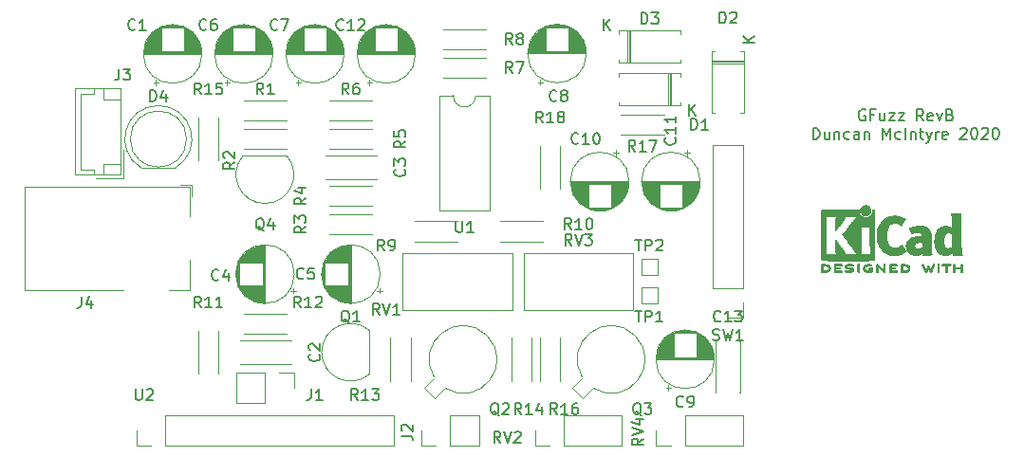
<source format=gbr>
G04 #@! TF.GenerationSoftware,KiCad,Pcbnew,(5.1.4)-1*
G04 #@! TF.CreationDate,2020-02-02T11:41:40+00:00*
G04 #@! TF.ProjectId,GFuzz,4746757a-7a2e-46b6-9963-61645f706362,rev?*
G04 #@! TF.SameCoordinates,Original*
G04 #@! TF.FileFunction,Legend,Top*
G04 #@! TF.FilePolarity,Positive*
%FSLAX46Y46*%
G04 Gerber Fmt 4.6, Leading zero omitted, Abs format (unit mm)*
G04 Created by KiCad (PCBNEW (5.1.4)-1) date 2020-02-02 11:41:40*
%MOMM*%
%LPD*%
G04 APERTURE LIST*
%ADD10C,0.150000*%
%ADD11C,0.120000*%
%ADD12C,0.010000*%
G04 APERTURE END LIST*
D10*
X165925952Y-92655000D02*
X165830714Y-92607380D01*
X165687857Y-92607380D01*
X165545000Y-92655000D01*
X165449761Y-92750238D01*
X165402142Y-92845476D01*
X165354523Y-93035952D01*
X165354523Y-93178809D01*
X165402142Y-93369285D01*
X165449761Y-93464523D01*
X165545000Y-93559761D01*
X165687857Y-93607380D01*
X165783095Y-93607380D01*
X165925952Y-93559761D01*
X165973571Y-93512142D01*
X165973571Y-93178809D01*
X165783095Y-93178809D01*
X166735476Y-93083571D02*
X166402142Y-93083571D01*
X166402142Y-93607380D02*
X166402142Y-92607380D01*
X166878333Y-92607380D01*
X167687857Y-92940714D02*
X167687857Y-93607380D01*
X167259285Y-92940714D02*
X167259285Y-93464523D01*
X167306904Y-93559761D01*
X167402142Y-93607380D01*
X167545000Y-93607380D01*
X167640238Y-93559761D01*
X167687857Y-93512142D01*
X168068809Y-92940714D02*
X168592619Y-92940714D01*
X168068809Y-93607380D01*
X168592619Y-93607380D01*
X168878333Y-92940714D02*
X169402142Y-92940714D01*
X168878333Y-93607380D01*
X169402142Y-93607380D01*
X171116428Y-93607380D02*
X170783095Y-93131190D01*
X170545000Y-93607380D02*
X170545000Y-92607380D01*
X170925952Y-92607380D01*
X171021190Y-92655000D01*
X171068809Y-92702619D01*
X171116428Y-92797857D01*
X171116428Y-92940714D01*
X171068809Y-93035952D01*
X171021190Y-93083571D01*
X170925952Y-93131190D01*
X170545000Y-93131190D01*
X171925952Y-93559761D02*
X171830714Y-93607380D01*
X171640238Y-93607380D01*
X171545000Y-93559761D01*
X171497380Y-93464523D01*
X171497380Y-93083571D01*
X171545000Y-92988333D01*
X171640238Y-92940714D01*
X171830714Y-92940714D01*
X171925952Y-92988333D01*
X171973571Y-93083571D01*
X171973571Y-93178809D01*
X171497380Y-93274047D01*
X172306904Y-92940714D02*
X172545000Y-93607380D01*
X172783095Y-92940714D01*
X173497380Y-93083571D02*
X173640238Y-93131190D01*
X173687857Y-93178809D01*
X173735476Y-93274047D01*
X173735476Y-93416904D01*
X173687857Y-93512142D01*
X173640238Y-93559761D01*
X173545000Y-93607380D01*
X173164047Y-93607380D01*
X173164047Y-92607380D01*
X173497380Y-92607380D01*
X173592619Y-92655000D01*
X173640238Y-92702619D01*
X173687857Y-92797857D01*
X173687857Y-92893095D01*
X173640238Y-92988333D01*
X173592619Y-93035952D01*
X173497380Y-93083571D01*
X173164047Y-93083571D01*
X161283095Y-95257380D02*
X161283095Y-94257380D01*
X161521190Y-94257380D01*
X161664047Y-94305000D01*
X161759285Y-94400238D01*
X161806904Y-94495476D01*
X161854523Y-94685952D01*
X161854523Y-94828809D01*
X161806904Y-95019285D01*
X161759285Y-95114523D01*
X161664047Y-95209761D01*
X161521190Y-95257380D01*
X161283095Y-95257380D01*
X162711666Y-94590714D02*
X162711666Y-95257380D01*
X162283095Y-94590714D02*
X162283095Y-95114523D01*
X162330714Y-95209761D01*
X162425952Y-95257380D01*
X162568809Y-95257380D01*
X162664047Y-95209761D01*
X162711666Y-95162142D01*
X163187857Y-94590714D02*
X163187857Y-95257380D01*
X163187857Y-94685952D02*
X163235476Y-94638333D01*
X163330714Y-94590714D01*
X163473571Y-94590714D01*
X163568809Y-94638333D01*
X163616428Y-94733571D01*
X163616428Y-95257380D01*
X164521190Y-95209761D02*
X164425952Y-95257380D01*
X164235476Y-95257380D01*
X164140238Y-95209761D01*
X164092619Y-95162142D01*
X164045000Y-95066904D01*
X164045000Y-94781190D01*
X164092619Y-94685952D01*
X164140238Y-94638333D01*
X164235476Y-94590714D01*
X164425952Y-94590714D01*
X164521190Y-94638333D01*
X165378333Y-95257380D02*
X165378333Y-94733571D01*
X165330714Y-94638333D01*
X165235476Y-94590714D01*
X165045000Y-94590714D01*
X164949761Y-94638333D01*
X165378333Y-95209761D02*
X165283095Y-95257380D01*
X165045000Y-95257380D01*
X164949761Y-95209761D01*
X164902142Y-95114523D01*
X164902142Y-95019285D01*
X164949761Y-94924047D01*
X165045000Y-94876428D01*
X165283095Y-94876428D01*
X165378333Y-94828809D01*
X165854523Y-94590714D02*
X165854523Y-95257380D01*
X165854523Y-94685952D02*
X165902142Y-94638333D01*
X165997380Y-94590714D01*
X166140238Y-94590714D01*
X166235476Y-94638333D01*
X166283095Y-94733571D01*
X166283095Y-95257380D01*
X167521190Y-95257380D02*
X167521190Y-94257380D01*
X167854523Y-94971666D01*
X168187857Y-94257380D01*
X168187857Y-95257380D01*
X169092619Y-95209761D02*
X168997380Y-95257380D01*
X168806904Y-95257380D01*
X168711666Y-95209761D01*
X168664047Y-95162142D01*
X168616428Y-95066904D01*
X168616428Y-94781190D01*
X168664047Y-94685952D01*
X168711666Y-94638333D01*
X168806904Y-94590714D01*
X168997380Y-94590714D01*
X169092619Y-94638333D01*
X169521190Y-95257380D02*
X169521190Y-94257380D01*
X169997380Y-94590714D02*
X169997380Y-95257380D01*
X169997380Y-94685952D02*
X170045000Y-94638333D01*
X170140238Y-94590714D01*
X170283095Y-94590714D01*
X170378333Y-94638333D01*
X170425952Y-94733571D01*
X170425952Y-95257380D01*
X170759285Y-94590714D02*
X171140238Y-94590714D01*
X170902142Y-94257380D02*
X170902142Y-95114523D01*
X170949761Y-95209761D01*
X171045000Y-95257380D01*
X171140238Y-95257380D01*
X171378333Y-94590714D02*
X171616428Y-95257380D01*
X171854523Y-94590714D02*
X171616428Y-95257380D01*
X171521190Y-95495476D01*
X171473571Y-95543095D01*
X171378333Y-95590714D01*
X172235476Y-95257380D02*
X172235476Y-94590714D01*
X172235476Y-94781190D02*
X172283095Y-94685952D01*
X172330714Y-94638333D01*
X172425952Y-94590714D01*
X172521190Y-94590714D01*
X173235476Y-95209761D02*
X173140238Y-95257380D01*
X172949761Y-95257380D01*
X172854523Y-95209761D01*
X172806904Y-95114523D01*
X172806904Y-94733571D01*
X172854523Y-94638333D01*
X172949761Y-94590714D01*
X173140238Y-94590714D01*
X173235476Y-94638333D01*
X173283095Y-94733571D01*
X173283095Y-94828809D01*
X172806904Y-94924047D01*
X174425952Y-94352619D02*
X174473571Y-94305000D01*
X174568809Y-94257380D01*
X174806904Y-94257380D01*
X174902142Y-94305000D01*
X174949761Y-94352619D01*
X174997380Y-94447857D01*
X174997380Y-94543095D01*
X174949761Y-94685952D01*
X174378333Y-95257380D01*
X174997380Y-95257380D01*
X175616428Y-94257380D02*
X175711666Y-94257380D01*
X175806904Y-94305000D01*
X175854523Y-94352619D01*
X175902142Y-94447857D01*
X175949761Y-94638333D01*
X175949761Y-94876428D01*
X175902142Y-95066904D01*
X175854523Y-95162142D01*
X175806904Y-95209761D01*
X175711666Y-95257380D01*
X175616428Y-95257380D01*
X175521190Y-95209761D01*
X175473571Y-95162142D01*
X175425952Y-95066904D01*
X175378333Y-94876428D01*
X175378333Y-94638333D01*
X175425952Y-94447857D01*
X175473571Y-94352619D01*
X175521190Y-94305000D01*
X175616428Y-94257380D01*
X176330714Y-94352619D02*
X176378333Y-94305000D01*
X176473571Y-94257380D01*
X176711666Y-94257380D01*
X176806904Y-94305000D01*
X176854523Y-94352619D01*
X176902142Y-94447857D01*
X176902142Y-94543095D01*
X176854523Y-94685952D01*
X176283095Y-95257380D01*
X176902142Y-95257380D01*
X177521190Y-94257380D02*
X177616428Y-94257380D01*
X177711666Y-94305000D01*
X177759285Y-94352619D01*
X177806904Y-94447857D01*
X177854523Y-94638333D01*
X177854523Y-94876428D01*
X177806904Y-95066904D01*
X177759285Y-95162142D01*
X177711666Y-95209761D01*
X177616428Y-95257380D01*
X177521190Y-95257380D01*
X177425952Y-95209761D01*
X177378333Y-95162142D01*
X177330714Y-95066904D01*
X177283095Y-94876428D01*
X177283095Y-94638333D01*
X177330714Y-94447857D01*
X177378333Y-94352619D01*
X177425952Y-94305000D01*
X177521190Y-94257380D01*
D11*
X155000000Y-111185000D02*
X153670000Y-111185000D01*
X155000000Y-109855000D02*
X155000000Y-111185000D01*
X155000000Y-108585000D02*
X152340000Y-108585000D01*
X152340000Y-108585000D02*
X152340000Y-95825000D01*
X155000000Y-108585000D02*
X155000000Y-95825000D01*
X155000000Y-95825000D02*
X152340000Y-95825000D01*
D12*
G36*
X174503823Y-106414533D02*
G01*
X174535202Y-106436776D01*
X174562911Y-106464485D01*
X174562911Y-106773920D01*
X174562838Y-106865799D01*
X174562495Y-106937840D01*
X174561692Y-106992780D01*
X174560241Y-107033360D01*
X174557952Y-107062317D01*
X174554636Y-107082391D01*
X174550105Y-107096321D01*
X174544169Y-107106845D01*
X174539514Y-107113100D01*
X174508783Y-107137673D01*
X174473496Y-107140341D01*
X174441245Y-107125271D01*
X174430588Y-107116374D01*
X174423464Y-107104557D01*
X174419167Y-107085526D01*
X174416991Y-107054992D01*
X174416228Y-107008662D01*
X174416155Y-106972871D01*
X174416155Y-106838045D01*
X173919444Y-106838045D01*
X173919444Y-106960700D01*
X173918931Y-107016787D01*
X173916876Y-107055333D01*
X173912508Y-107081361D01*
X173905056Y-107099897D01*
X173896047Y-107113100D01*
X173865144Y-107137604D01*
X173830196Y-107140506D01*
X173796738Y-107123089D01*
X173787604Y-107113959D01*
X173781152Y-107101855D01*
X173776897Y-107083001D01*
X173774352Y-107053620D01*
X173773029Y-107009937D01*
X173772443Y-106948175D01*
X173772375Y-106934000D01*
X173771891Y-106817631D01*
X173771641Y-106721727D01*
X173771723Y-106644177D01*
X173772231Y-106582869D01*
X173773262Y-106535690D01*
X173774913Y-106500530D01*
X173777279Y-106475276D01*
X173780457Y-106457817D01*
X173784544Y-106446041D01*
X173789634Y-106437835D01*
X173795266Y-106431645D01*
X173827128Y-106411844D01*
X173860357Y-106414533D01*
X173891735Y-106436776D01*
X173904433Y-106451126D01*
X173912526Y-106466978D01*
X173917042Y-106489554D01*
X173919006Y-106524078D01*
X173919444Y-106575776D01*
X173919444Y-106691289D01*
X174416155Y-106691289D01*
X174416155Y-106572756D01*
X174416662Y-106518148D01*
X174418698Y-106481275D01*
X174423035Y-106457307D01*
X174430447Y-106441415D01*
X174438733Y-106431645D01*
X174470594Y-106411844D01*
X174503823Y-106414533D01*
X174503823Y-106414533D01*
G37*
X174503823Y-106414533D02*
X174535202Y-106436776D01*
X174562911Y-106464485D01*
X174562911Y-106773920D01*
X174562838Y-106865799D01*
X174562495Y-106937840D01*
X174561692Y-106992780D01*
X174560241Y-107033360D01*
X174557952Y-107062317D01*
X174554636Y-107082391D01*
X174550105Y-107096321D01*
X174544169Y-107106845D01*
X174539514Y-107113100D01*
X174508783Y-107137673D01*
X174473496Y-107140341D01*
X174441245Y-107125271D01*
X174430588Y-107116374D01*
X174423464Y-107104557D01*
X174419167Y-107085526D01*
X174416991Y-107054992D01*
X174416228Y-107008662D01*
X174416155Y-106972871D01*
X174416155Y-106838045D01*
X173919444Y-106838045D01*
X173919444Y-106960700D01*
X173918931Y-107016787D01*
X173916876Y-107055333D01*
X173912508Y-107081361D01*
X173905056Y-107099897D01*
X173896047Y-107113100D01*
X173865144Y-107137604D01*
X173830196Y-107140506D01*
X173796738Y-107123089D01*
X173787604Y-107113959D01*
X173781152Y-107101855D01*
X173776897Y-107083001D01*
X173774352Y-107053620D01*
X173773029Y-107009937D01*
X173772443Y-106948175D01*
X173772375Y-106934000D01*
X173771891Y-106817631D01*
X173771641Y-106721727D01*
X173771723Y-106644177D01*
X173772231Y-106582869D01*
X173773262Y-106535690D01*
X173774913Y-106500530D01*
X173777279Y-106475276D01*
X173780457Y-106457817D01*
X173784544Y-106446041D01*
X173789634Y-106437835D01*
X173795266Y-106431645D01*
X173827128Y-106411844D01*
X173860357Y-106414533D01*
X173891735Y-106436776D01*
X173904433Y-106451126D01*
X173912526Y-106466978D01*
X173917042Y-106489554D01*
X173919006Y-106524078D01*
X173919444Y-106575776D01*
X173919444Y-106691289D01*
X174416155Y-106691289D01*
X174416155Y-106572756D01*
X174416662Y-106518148D01*
X174418698Y-106481275D01*
X174423035Y-106457307D01*
X174430447Y-106441415D01*
X174438733Y-106431645D01*
X174470594Y-106411844D01*
X174503823Y-106414533D01*
G36*
X173238065Y-106409163D02*
G01*
X173316772Y-106409542D01*
X173377863Y-106410333D01*
X173423817Y-106411670D01*
X173457114Y-106413683D01*
X173480236Y-106416506D01*
X173495662Y-106420269D01*
X173505871Y-106425105D01*
X173510813Y-106428822D01*
X173536457Y-106461358D01*
X173539559Y-106495138D01*
X173523711Y-106525826D01*
X173513348Y-106538089D01*
X173502196Y-106546450D01*
X173486035Y-106551657D01*
X173460642Y-106554457D01*
X173421798Y-106555596D01*
X173365280Y-106555821D01*
X173354180Y-106555822D01*
X173208244Y-106555822D01*
X173208244Y-106826756D01*
X173208148Y-106912154D01*
X173207711Y-106977864D01*
X173206712Y-107026774D01*
X173204928Y-107061773D01*
X173202137Y-107085749D01*
X173198117Y-107101593D01*
X173192645Y-107112191D01*
X173185666Y-107120267D01*
X173152734Y-107140112D01*
X173118354Y-107138548D01*
X173087176Y-107115906D01*
X173084886Y-107113100D01*
X173077429Y-107102492D01*
X173071747Y-107090081D01*
X173067601Y-107072850D01*
X173064750Y-107047784D01*
X173062954Y-107011867D01*
X173061972Y-106962083D01*
X173061564Y-106895417D01*
X173061489Y-106819589D01*
X173061489Y-106555822D01*
X172922127Y-106555822D01*
X172862322Y-106555418D01*
X172820918Y-106553840D01*
X172793748Y-106550547D01*
X172776646Y-106544992D01*
X172765443Y-106536631D01*
X172764083Y-106535178D01*
X172747725Y-106501939D01*
X172749172Y-106464362D01*
X172767978Y-106431645D01*
X172775250Y-106425298D01*
X172784627Y-106420266D01*
X172798609Y-106416396D01*
X172819696Y-106413537D01*
X172850389Y-106411535D01*
X172893189Y-106410239D01*
X172950595Y-106409498D01*
X173025110Y-106409158D01*
X173119233Y-106409068D01*
X173139260Y-106409067D01*
X173238065Y-106409163D01*
X173238065Y-106409163D01*
G37*
X173238065Y-106409163D02*
X173316772Y-106409542D01*
X173377863Y-106410333D01*
X173423817Y-106411670D01*
X173457114Y-106413683D01*
X173480236Y-106416506D01*
X173495662Y-106420269D01*
X173505871Y-106425105D01*
X173510813Y-106428822D01*
X173536457Y-106461358D01*
X173539559Y-106495138D01*
X173523711Y-106525826D01*
X173513348Y-106538089D01*
X173502196Y-106546450D01*
X173486035Y-106551657D01*
X173460642Y-106554457D01*
X173421798Y-106555596D01*
X173365280Y-106555821D01*
X173354180Y-106555822D01*
X173208244Y-106555822D01*
X173208244Y-106826756D01*
X173208148Y-106912154D01*
X173207711Y-106977864D01*
X173206712Y-107026774D01*
X173204928Y-107061773D01*
X173202137Y-107085749D01*
X173198117Y-107101593D01*
X173192645Y-107112191D01*
X173185666Y-107120267D01*
X173152734Y-107140112D01*
X173118354Y-107138548D01*
X173087176Y-107115906D01*
X173084886Y-107113100D01*
X173077429Y-107102492D01*
X173071747Y-107090081D01*
X173067601Y-107072850D01*
X173064750Y-107047784D01*
X173062954Y-107011867D01*
X173061972Y-106962083D01*
X173061564Y-106895417D01*
X173061489Y-106819589D01*
X173061489Y-106555822D01*
X172922127Y-106555822D01*
X172862322Y-106555418D01*
X172820918Y-106553840D01*
X172793748Y-106550547D01*
X172776646Y-106544992D01*
X172765443Y-106536631D01*
X172764083Y-106535178D01*
X172747725Y-106501939D01*
X172749172Y-106464362D01*
X172767978Y-106431645D01*
X172775250Y-106425298D01*
X172784627Y-106420266D01*
X172798609Y-106416396D01*
X172819696Y-106413537D01*
X172850389Y-106411535D01*
X172893189Y-106410239D01*
X172950595Y-106409498D01*
X173025110Y-106409158D01*
X173119233Y-106409068D01*
X173139260Y-106409067D01*
X173238065Y-106409163D01*
G36*
X172463614Y-106415877D02*
G01*
X172487327Y-106430647D01*
X172513978Y-106452227D01*
X172513978Y-106773773D01*
X172513893Y-106867830D01*
X172513529Y-106941932D01*
X172512724Y-106998704D01*
X172511313Y-107040768D01*
X172509133Y-107070748D01*
X172506021Y-107091267D01*
X172501814Y-107104949D01*
X172496348Y-107114416D01*
X172492472Y-107119082D01*
X172461034Y-107139575D01*
X172425233Y-107138739D01*
X172393873Y-107121264D01*
X172367222Y-107099684D01*
X172367222Y-106452227D01*
X172393873Y-106430647D01*
X172419594Y-106414949D01*
X172440600Y-106409067D01*
X172463614Y-106415877D01*
X172463614Y-106415877D01*
G37*
X172463614Y-106415877D02*
X172487327Y-106430647D01*
X172513978Y-106452227D01*
X172513978Y-106773773D01*
X172513893Y-106867830D01*
X172513529Y-106941932D01*
X172512724Y-106998704D01*
X172511313Y-107040768D01*
X172509133Y-107070748D01*
X172506021Y-107091267D01*
X172501814Y-107104949D01*
X172496348Y-107114416D01*
X172492472Y-107119082D01*
X172461034Y-107139575D01*
X172425233Y-107138739D01*
X172393873Y-107121264D01*
X172367222Y-107099684D01*
X172367222Y-106452227D01*
X172393873Y-106430647D01*
X172419594Y-106414949D01*
X172440600Y-106409067D01*
X172463614Y-106415877D01*
G36*
X172019665Y-106411034D02*
G01*
X172039255Y-106418035D01*
X172040010Y-106418377D01*
X172066613Y-106438678D01*
X172081270Y-106459561D01*
X172084138Y-106469352D01*
X172083996Y-106482361D01*
X172079961Y-106500895D01*
X172071146Y-106527257D01*
X172056669Y-106563752D01*
X172035645Y-106612687D01*
X172007188Y-106676365D01*
X171970415Y-106757093D01*
X171950175Y-106801216D01*
X171913625Y-106879985D01*
X171879315Y-106952423D01*
X171848552Y-107015880D01*
X171822648Y-107067708D01*
X171802910Y-107105259D01*
X171790650Y-107125884D01*
X171788224Y-107128733D01*
X171757183Y-107141302D01*
X171722121Y-107139619D01*
X171694000Y-107124332D01*
X171692854Y-107123089D01*
X171681668Y-107106154D01*
X171662904Y-107073170D01*
X171638875Y-107028380D01*
X171611897Y-106976032D01*
X171602201Y-106956742D01*
X171529014Y-106810150D01*
X171449240Y-106969393D01*
X171420767Y-107024415D01*
X171394350Y-107072132D01*
X171372148Y-107108893D01*
X171356319Y-107131044D01*
X171350954Y-107135741D01*
X171309257Y-107142102D01*
X171274849Y-107128733D01*
X171264728Y-107114446D01*
X171247214Y-107082692D01*
X171223735Y-107036597D01*
X171195720Y-106979285D01*
X171164599Y-106913880D01*
X171131799Y-106843507D01*
X171098750Y-106771291D01*
X171066881Y-106700355D01*
X171037619Y-106633825D01*
X171012395Y-106574826D01*
X170992636Y-106526481D01*
X170979772Y-106491915D01*
X170975231Y-106474253D01*
X170975277Y-106473613D01*
X170986326Y-106451388D01*
X171008410Y-106428753D01*
X171009710Y-106427768D01*
X171036853Y-106412425D01*
X171061958Y-106412574D01*
X171071368Y-106415466D01*
X171082834Y-106421718D01*
X171095010Y-106434014D01*
X171109357Y-106454908D01*
X171127336Y-106486949D01*
X171150407Y-106532688D01*
X171180030Y-106594677D01*
X171206745Y-106651898D01*
X171237480Y-106718226D01*
X171265021Y-106777874D01*
X171287938Y-106827725D01*
X171304798Y-106864664D01*
X171314173Y-106885573D01*
X171315540Y-106888845D01*
X171321689Y-106883497D01*
X171335822Y-106861109D01*
X171356057Y-106824946D01*
X171380515Y-106778277D01*
X171390248Y-106759022D01*
X171423217Y-106694004D01*
X171448643Y-106646654D01*
X171468612Y-106614219D01*
X171485210Y-106593946D01*
X171500524Y-106583082D01*
X171516640Y-106578875D01*
X171527143Y-106578400D01*
X171545670Y-106580042D01*
X171561904Y-106586831D01*
X171578035Y-106601566D01*
X171596251Y-106627044D01*
X171618739Y-106666061D01*
X171647689Y-106721414D01*
X171663662Y-106752903D01*
X171689570Y-106803087D01*
X171712167Y-106844704D01*
X171729458Y-106874242D01*
X171739450Y-106888189D01*
X171740809Y-106888770D01*
X171747261Y-106877793D01*
X171761708Y-106849290D01*
X171782703Y-106806244D01*
X171808797Y-106751638D01*
X171838546Y-106688454D01*
X171853180Y-106657071D01*
X171891250Y-106576078D01*
X171921905Y-106513756D01*
X171946737Y-106468071D01*
X171967337Y-106436989D01*
X171985298Y-106418478D01*
X172002210Y-106410504D01*
X172019665Y-106411034D01*
X172019665Y-106411034D01*
G37*
X172019665Y-106411034D02*
X172039255Y-106418035D01*
X172040010Y-106418377D01*
X172066613Y-106438678D01*
X172081270Y-106459561D01*
X172084138Y-106469352D01*
X172083996Y-106482361D01*
X172079961Y-106500895D01*
X172071146Y-106527257D01*
X172056669Y-106563752D01*
X172035645Y-106612687D01*
X172007188Y-106676365D01*
X171970415Y-106757093D01*
X171950175Y-106801216D01*
X171913625Y-106879985D01*
X171879315Y-106952423D01*
X171848552Y-107015880D01*
X171822648Y-107067708D01*
X171802910Y-107105259D01*
X171790650Y-107125884D01*
X171788224Y-107128733D01*
X171757183Y-107141302D01*
X171722121Y-107139619D01*
X171694000Y-107124332D01*
X171692854Y-107123089D01*
X171681668Y-107106154D01*
X171662904Y-107073170D01*
X171638875Y-107028380D01*
X171611897Y-106976032D01*
X171602201Y-106956742D01*
X171529014Y-106810150D01*
X171449240Y-106969393D01*
X171420767Y-107024415D01*
X171394350Y-107072132D01*
X171372148Y-107108893D01*
X171356319Y-107131044D01*
X171350954Y-107135741D01*
X171309257Y-107142102D01*
X171274849Y-107128733D01*
X171264728Y-107114446D01*
X171247214Y-107082692D01*
X171223735Y-107036597D01*
X171195720Y-106979285D01*
X171164599Y-106913880D01*
X171131799Y-106843507D01*
X171098750Y-106771291D01*
X171066881Y-106700355D01*
X171037619Y-106633825D01*
X171012395Y-106574826D01*
X170992636Y-106526481D01*
X170979772Y-106491915D01*
X170975231Y-106474253D01*
X170975277Y-106473613D01*
X170986326Y-106451388D01*
X171008410Y-106428753D01*
X171009710Y-106427768D01*
X171036853Y-106412425D01*
X171061958Y-106412574D01*
X171071368Y-106415466D01*
X171082834Y-106421718D01*
X171095010Y-106434014D01*
X171109357Y-106454908D01*
X171127336Y-106486949D01*
X171150407Y-106532688D01*
X171180030Y-106594677D01*
X171206745Y-106651898D01*
X171237480Y-106718226D01*
X171265021Y-106777874D01*
X171287938Y-106827725D01*
X171304798Y-106864664D01*
X171314173Y-106885573D01*
X171315540Y-106888845D01*
X171321689Y-106883497D01*
X171335822Y-106861109D01*
X171356057Y-106824946D01*
X171380515Y-106778277D01*
X171390248Y-106759022D01*
X171423217Y-106694004D01*
X171448643Y-106646654D01*
X171468612Y-106614219D01*
X171485210Y-106593946D01*
X171500524Y-106583082D01*
X171516640Y-106578875D01*
X171527143Y-106578400D01*
X171545670Y-106580042D01*
X171561904Y-106586831D01*
X171578035Y-106601566D01*
X171596251Y-106627044D01*
X171618739Y-106666061D01*
X171647689Y-106721414D01*
X171663662Y-106752903D01*
X171689570Y-106803087D01*
X171712167Y-106844704D01*
X171729458Y-106874242D01*
X171739450Y-106888189D01*
X171740809Y-106888770D01*
X171747261Y-106877793D01*
X171761708Y-106849290D01*
X171782703Y-106806244D01*
X171808797Y-106751638D01*
X171838546Y-106688454D01*
X171853180Y-106657071D01*
X171891250Y-106576078D01*
X171921905Y-106513756D01*
X171946737Y-106468071D01*
X171967337Y-106436989D01*
X171985298Y-106418478D01*
X172002210Y-106410504D01*
X172019665Y-106411034D01*
G36*
X169293309Y-106409275D02*
G01*
X169422288Y-106413636D01*
X169531991Y-106426861D01*
X169624226Y-106449741D01*
X169700802Y-106483070D01*
X169763527Y-106527638D01*
X169814212Y-106584236D01*
X169854663Y-106653658D01*
X169855459Y-106655351D01*
X169879601Y-106717483D01*
X169888203Y-106772509D01*
X169881231Y-106827887D01*
X169858654Y-106891073D01*
X169854372Y-106900689D01*
X169825172Y-106956966D01*
X169792356Y-107000451D01*
X169750002Y-107037417D01*
X169692190Y-107074135D01*
X169688831Y-107076052D01*
X169638504Y-107100227D01*
X169581621Y-107118282D01*
X169514527Y-107130839D01*
X169433565Y-107138522D01*
X169335082Y-107141953D01*
X169300286Y-107142251D01*
X169134594Y-107142845D01*
X169111197Y-107113100D01*
X169104257Y-107103319D01*
X169098842Y-107091897D01*
X169094765Y-107076095D01*
X169091837Y-107053175D01*
X169089867Y-107020396D01*
X169089225Y-106996089D01*
X169245844Y-106996089D01*
X169339726Y-106996089D01*
X169394664Y-106994483D01*
X169451060Y-106990255D01*
X169497345Y-106984292D01*
X169500139Y-106983790D01*
X169582348Y-106961736D01*
X169646114Y-106928600D01*
X169693452Y-106882847D01*
X169726382Y-106822939D01*
X169732108Y-106807061D01*
X169737721Y-106782333D01*
X169735291Y-106757902D01*
X169723467Y-106725400D01*
X169716340Y-106709434D01*
X169693000Y-106667006D01*
X169664880Y-106637240D01*
X169633940Y-106616511D01*
X169571966Y-106589537D01*
X169492651Y-106569998D01*
X169400253Y-106558746D01*
X169333333Y-106556270D01*
X169245844Y-106555822D01*
X169245844Y-106996089D01*
X169089225Y-106996089D01*
X169088668Y-106975021D01*
X169088050Y-106914311D01*
X169087825Y-106835526D01*
X169087800Y-106773920D01*
X169087800Y-106464485D01*
X169115509Y-106436776D01*
X169127806Y-106425544D01*
X169141103Y-106417853D01*
X169159672Y-106413040D01*
X169187786Y-106410446D01*
X169229717Y-106409410D01*
X169289737Y-106409270D01*
X169293309Y-106409275D01*
X169293309Y-106409275D01*
G37*
X169293309Y-106409275D02*
X169422288Y-106413636D01*
X169531991Y-106426861D01*
X169624226Y-106449741D01*
X169700802Y-106483070D01*
X169763527Y-106527638D01*
X169814212Y-106584236D01*
X169854663Y-106653658D01*
X169855459Y-106655351D01*
X169879601Y-106717483D01*
X169888203Y-106772509D01*
X169881231Y-106827887D01*
X169858654Y-106891073D01*
X169854372Y-106900689D01*
X169825172Y-106956966D01*
X169792356Y-107000451D01*
X169750002Y-107037417D01*
X169692190Y-107074135D01*
X169688831Y-107076052D01*
X169638504Y-107100227D01*
X169581621Y-107118282D01*
X169514527Y-107130839D01*
X169433565Y-107138522D01*
X169335082Y-107141953D01*
X169300286Y-107142251D01*
X169134594Y-107142845D01*
X169111197Y-107113100D01*
X169104257Y-107103319D01*
X169098842Y-107091897D01*
X169094765Y-107076095D01*
X169091837Y-107053175D01*
X169089867Y-107020396D01*
X169089225Y-106996089D01*
X169245844Y-106996089D01*
X169339726Y-106996089D01*
X169394664Y-106994483D01*
X169451060Y-106990255D01*
X169497345Y-106984292D01*
X169500139Y-106983790D01*
X169582348Y-106961736D01*
X169646114Y-106928600D01*
X169693452Y-106882847D01*
X169726382Y-106822939D01*
X169732108Y-106807061D01*
X169737721Y-106782333D01*
X169735291Y-106757902D01*
X169723467Y-106725400D01*
X169716340Y-106709434D01*
X169693000Y-106667006D01*
X169664880Y-106637240D01*
X169633940Y-106616511D01*
X169571966Y-106589537D01*
X169492651Y-106569998D01*
X169400253Y-106558746D01*
X169333333Y-106556270D01*
X169245844Y-106555822D01*
X169245844Y-106996089D01*
X169089225Y-106996089D01*
X169088668Y-106975021D01*
X169088050Y-106914311D01*
X169087825Y-106835526D01*
X169087800Y-106773920D01*
X169087800Y-106464485D01*
X169115509Y-106436776D01*
X169127806Y-106425544D01*
X169141103Y-106417853D01*
X169159672Y-106413040D01*
X169187786Y-106410446D01*
X169229717Y-106409410D01*
X169289737Y-106409270D01*
X169293309Y-106409275D01*
G36*
X168505343Y-106409260D02*
G01*
X168581701Y-106410174D01*
X168640217Y-106412311D01*
X168683255Y-106416175D01*
X168713183Y-106422267D01*
X168732368Y-106431090D01*
X168743176Y-106443146D01*
X168747973Y-106458939D01*
X168749127Y-106478970D01*
X168749133Y-106481335D01*
X168748131Y-106503992D01*
X168743396Y-106521503D01*
X168732333Y-106534574D01*
X168712348Y-106543913D01*
X168680846Y-106550227D01*
X168635232Y-106554222D01*
X168572913Y-106556606D01*
X168491293Y-106558086D01*
X168466277Y-106558414D01*
X168224200Y-106561467D01*
X168220814Y-106626378D01*
X168217429Y-106691289D01*
X168385576Y-106691289D01*
X168451266Y-106691531D01*
X168498172Y-106692556D01*
X168530083Y-106694811D01*
X168550791Y-106698742D01*
X168564084Y-106704798D01*
X168573755Y-106713424D01*
X168573817Y-106713493D01*
X168591356Y-106747112D01*
X168590722Y-106783448D01*
X168572314Y-106814423D01*
X168568671Y-106817607D01*
X168555741Y-106825812D01*
X168538024Y-106831521D01*
X168511570Y-106835162D01*
X168472432Y-106837167D01*
X168416662Y-106837964D01*
X168380994Y-106838045D01*
X168218555Y-106838045D01*
X168218555Y-106996089D01*
X168465161Y-106996089D01*
X168546580Y-106996231D01*
X168608410Y-106996814D01*
X168653637Y-106998068D01*
X168685248Y-107000227D01*
X168706231Y-107003523D01*
X168719573Y-107008189D01*
X168728261Y-107014457D01*
X168730450Y-107016733D01*
X168746614Y-107048280D01*
X168747797Y-107084168D01*
X168734536Y-107115285D01*
X168724043Y-107125271D01*
X168713129Y-107130769D01*
X168696217Y-107135022D01*
X168670633Y-107138180D01*
X168633701Y-107140392D01*
X168582746Y-107141806D01*
X168515094Y-107142572D01*
X168428069Y-107142838D01*
X168408394Y-107142845D01*
X168319911Y-107142787D01*
X168251227Y-107142467D01*
X168199564Y-107141667D01*
X168162145Y-107140167D01*
X168136190Y-107137749D01*
X168118922Y-107134194D01*
X168107562Y-107129282D01*
X168099332Y-107122795D01*
X168094817Y-107118138D01*
X168088021Y-107109889D01*
X168082712Y-107099669D01*
X168078706Y-107084800D01*
X168075821Y-107062602D01*
X168073874Y-107030393D01*
X168072681Y-106985496D01*
X168072061Y-106925228D01*
X168071829Y-106846911D01*
X168071800Y-106780994D01*
X168071871Y-106688628D01*
X168072208Y-106616117D01*
X168072998Y-106560737D01*
X168074426Y-106519765D01*
X168076679Y-106490478D01*
X168079943Y-106470153D01*
X168084404Y-106456066D01*
X168090248Y-106445495D01*
X168095197Y-106438811D01*
X168118594Y-106409067D01*
X168408774Y-106409067D01*
X168505343Y-106409260D01*
X168505343Y-106409260D01*
G37*
X168505343Y-106409260D02*
X168581701Y-106410174D01*
X168640217Y-106412311D01*
X168683255Y-106416175D01*
X168713183Y-106422267D01*
X168732368Y-106431090D01*
X168743176Y-106443146D01*
X168747973Y-106458939D01*
X168749127Y-106478970D01*
X168749133Y-106481335D01*
X168748131Y-106503992D01*
X168743396Y-106521503D01*
X168732333Y-106534574D01*
X168712348Y-106543913D01*
X168680846Y-106550227D01*
X168635232Y-106554222D01*
X168572913Y-106556606D01*
X168491293Y-106558086D01*
X168466277Y-106558414D01*
X168224200Y-106561467D01*
X168220814Y-106626378D01*
X168217429Y-106691289D01*
X168385576Y-106691289D01*
X168451266Y-106691531D01*
X168498172Y-106692556D01*
X168530083Y-106694811D01*
X168550791Y-106698742D01*
X168564084Y-106704798D01*
X168573755Y-106713424D01*
X168573817Y-106713493D01*
X168591356Y-106747112D01*
X168590722Y-106783448D01*
X168572314Y-106814423D01*
X168568671Y-106817607D01*
X168555741Y-106825812D01*
X168538024Y-106831521D01*
X168511570Y-106835162D01*
X168472432Y-106837167D01*
X168416662Y-106837964D01*
X168380994Y-106838045D01*
X168218555Y-106838045D01*
X168218555Y-106996089D01*
X168465161Y-106996089D01*
X168546580Y-106996231D01*
X168608410Y-106996814D01*
X168653637Y-106998068D01*
X168685248Y-107000227D01*
X168706231Y-107003523D01*
X168719573Y-107008189D01*
X168728261Y-107014457D01*
X168730450Y-107016733D01*
X168746614Y-107048280D01*
X168747797Y-107084168D01*
X168734536Y-107115285D01*
X168724043Y-107125271D01*
X168713129Y-107130769D01*
X168696217Y-107135022D01*
X168670633Y-107138180D01*
X168633701Y-107140392D01*
X168582746Y-107141806D01*
X168515094Y-107142572D01*
X168428069Y-107142838D01*
X168408394Y-107142845D01*
X168319911Y-107142787D01*
X168251227Y-107142467D01*
X168199564Y-107141667D01*
X168162145Y-107140167D01*
X168136190Y-107137749D01*
X168118922Y-107134194D01*
X168107562Y-107129282D01*
X168099332Y-107122795D01*
X168094817Y-107118138D01*
X168088021Y-107109889D01*
X168082712Y-107099669D01*
X168078706Y-107084800D01*
X168075821Y-107062602D01*
X168073874Y-107030393D01*
X168072681Y-106985496D01*
X168072061Y-106925228D01*
X168071829Y-106846911D01*
X168071800Y-106780994D01*
X168071871Y-106688628D01*
X168072208Y-106616117D01*
X168072998Y-106560737D01*
X168074426Y-106519765D01*
X168076679Y-106490478D01*
X168079943Y-106470153D01*
X168084404Y-106456066D01*
X168090248Y-106445495D01*
X168095197Y-106438811D01*
X168118594Y-106409067D01*
X168408774Y-106409067D01*
X168505343Y-106409260D01*
G36*
X166974886Y-106413448D02*
G01*
X166998452Y-106427273D01*
X167029265Y-106449881D01*
X167068922Y-106482338D01*
X167119020Y-106525708D01*
X167181157Y-106581058D01*
X167256928Y-106649451D01*
X167343666Y-106728084D01*
X167524289Y-106891878D01*
X167529933Y-106672029D01*
X167531971Y-106596351D01*
X167533937Y-106539994D01*
X167536266Y-106499706D01*
X167539394Y-106472235D01*
X167543755Y-106454329D01*
X167549784Y-106442737D01*
X167557916Y-106434208D01*
X167562228Y-106430623D01*
X167596759Y-106411670D01*
X167629617Y-106414441D01*
X167655682Y-106430633D01*
X167682333Y-106452199D01*
X167685648Y-106767151D01*
X167686565Y-106859779D01*
X167687032Y-106932544D01*
X167686887Y-106988161D01*
X167685968Y-107029342D01*
X167684113Y-107058803D01*
X167681161Y-107079255D01*
X167676950Y-107093413D01*
X167671318Y-107103991D01*
X167665073Y-107112474D01*
X167651561Y-107128207D01*
X167638117Y-107138636D01*
X167622876Y-107142639D01*
X167603974Y-107139094D01*
X167579545Y-107126879D01*
X167547727Y-107104871D01*
X167506652Y-107071949D01*
X167454458Y-107026991D01*
X167389278Y-106968875D01*
X167315444Y-106902099D01*
X167050155Y-106661458D01*
X167044511Y-106880589D01*
X167042469Y-106956128D01*
X167040498Y-107012354D01*
X167038161Y-107052524D01*
X167035019Y-107079896D01*
X167030636Y-107097728D01*
X167024576Y-107109279D01*
X167016400Y-107117807D01*
X167012216Y-107121282D01*
X166975235Y-107140372D01*
X166940292Y-107137493D01*
X166909864Y-107113100D01*
X166902903Y-107103286D01*
X166897477Y-107091826D01*
X166893397Y-107075968D01*
X166890471Y-107052963D01*
X166888508Y-107020062D01*
X166887317Y-106974516D01*
X166886708Y-106913573D01*
X166886489Y-106834486D01*
X166886466Y-106775956D01*
X166886540Y-106684407D01*
X166886887Y-106612687D01*
X166887699Y-106558045D01*
X166889167Y-106517732D01*
X166891481Y-106488998D01*
X166894833Y-106469093D01*
X166899412Y-106455268D01*
X166905411Y-106444772D01*
X166909864Y-106438811D01*
X166921150Y-106424691D01*
X166931699Y-106414029D01*
X166943107Y-106407892D01*
X166956970Y-106407343D01*
X166974886Y-106413448D01*
X166974886Y-106413448D01*
G37*
X166974886Y-106413448D02*
X166998452Y-106427273D01*
X167029265Y-106449881D01*
X167068922Y-106482338D01*
X167119020Y-106525708D01*
X167181157Y-106581058D01*
X167256928Y-106649451D01*
X167343666Y-106728084D01*
X167524289Y-106891878D01*
X167529933Y-106672029D01*
X167531971Y-106596351D01*
X167533937Y-106539994D01*
X167536266Y-106499706D01*
X167539394Y-106472235D01*
X167543755Y-106454329D01*
X167549784Y-106442737D01*
X167557916Y-106434208D01*
X167562228Y-106430623D01*
X167596759Y-106411670D01*
X167629617Y-106414441D01*
X167655682Y-106430633D01*
X167682333Y-106452199D01*
X167685648Y-106767151D01*
X167686565Y-106859779D01*
X167687032Y-106932544D01*
X167686887Y-106988161D01*
X167685968Y-107029342D01*
X167684113Y-107058803D01*
X167681161Y-107079255D01*
X167676950Y-107093413D01*
X167671318Y-107103991D01*
X167665073Y-107112474D01*
X167651561Y-107128207D01*
X167638117Y-107138636D01*
X167622876Y-107142639D01*
X167603974Y-107139094D01*
X167579545Y-107126879D01*
X167547727Y-107104871D01*
X167506652Y-107071949D01*
X167454458Y-107026991D01*
X167389278Y-106968875D01*
X167315444Y-106902099D01*
X167050155Y-106661458D01*
X167044511Y-106880589D01*
X167042469Y-106956128D01*
X167040498Y-107012354D01*
X167038161Y-107052524D01*
X167035019Y-107079896D01*
X167030636Y-107097728D01*
X167024576Y-107109279D01*
X167016400Y-107117807D01*
X167012216Y-107121282D01*
X166975235Y-107140372D01*
X166940292Y-107137493D01*
X166909864Y-107113100D01*
X166902903Y-107103286D01*
X166897477Y-107091826D01*
X166893397Y-107075968D01*
X166890471Y-107052963D01*
X166888508Y-107020062D01*
X166887317Y-106974516D01*
X166886708Y-106913573D01*
X166886489Y-106834486D01*
X166886466Y-106775956D01*
X166886540Y-106684407D01*
X166886887Y-106612687D01*
X166887699Y-106558045D01*
X166889167Y-106517732D01*
X166891481Y-106488998D01*
X166894833Y-106469093D01*
X166899412Y-106455268D01*
X166905411Y-106444772D01*
X166909864Y-106438811D01*
X166921150Y-106424691D01*
X166931699Y-106414029D01*
X166943107Y-106407892D01*
X166956970Y-106407343D01*
X166974886Y-106413448D01*
G36*
X166324919Y-106414599D02*
G01*
X166393435Y-106426095D01*
X166446057Y-106443967D01*
X166480292Y-106467499D01*
X166489621Y-106480924D01*
X166499107Y-106512148D01*
X166492723Y-106540395D01*
X166472570Y-106567182D01*
X166441255Y-106579713D01*
X166395817Y-106578696D01*
X166360674Y-106571906D01*
X166282581Y-106558971D01*
X166202774Y-106557742D01*
X166113445Y-106568241D01*
X166088771Y-106572690D01*
X166005709Y-106596108D01*
X165940727Y-106630945D01*
X165894539Y-106676604D01*
X165867855Y-106732494D01*
X165862337Y-106761388D01*
X165865949Y-106820012D01*
X165889271Y-106871879D01*
X165930176Y-106915978D01*
X165986541Y-106951299D01*
X166056240Y-106976829D01*
X166137148Y-106991559D01*
X166227140Y-106994478D01*
X166324090Y-106984575D01*
X166329564Y-106983641D01*
X166368125Y-106976459D01*
X166389506Y-106969521D01*
X166398773Y-106959227D01*
X166400994Y-106941976D01*
X166401044Y-106932841D01*
X166401044Y-106894489D01*
X166332569Y-106894489D01*
X166272100Y-106890347D01*
X166230835Y-106877147D01*
X166206825Y-106853730D01*
X166198123Y-106818936D01*
X166198017Y-106814394D01*
X166203108Y-106784654D01*
X166220567Y-106763419D01*
X166253061Y-106749366D01*
X166303257Y-106741173D01*
X166351877Y-106738161D01*
X166422544Y-106736433D01*
X166473802Y-106739070D01*
X166508761Y-106748800D01*
X166530530Y-106768353D01*
X166542220Y-106800456D01*
X166546940Y-106847838D01*
X166547800Y-106910071D01*
X166546391Y-106979535D01*
X166542152Y-107026786D01*
X166535064Y-107052012D01*
X166533689Y-107053988D01*
X166494772Y-107085508D01*
X166437714Y-107110470D01*
X166366131Y-107128340D01*
X166283642Y-107138586D01*
X166193861Y-107140673D01*
X166100408Y-107134068D01*
X166045444Y-107125956D01*
X165959234Y-107101554D01*
X165879108Y-107061662D01*
X165812023Y-107009887D01*
X165801827Y-106999539D01*
X165768698Y-106956035D01*
X165738806Y-106902118D01*
X165715643Y-106845592D01*
X165702702Y-106794259D01*
X165701142Y-106774544D01*
X165707782Y-106733419D01*
X165725432Y-106682252D01*
X165750703Y-106628394D01*
X165780211Y-106579195D01*
X165806281Y-106546334D01*
X165867235Y-106497452D01*
X165946031Y-106458545D01*
X166039843Y-106430494D01*
X166145850Y-106414179D01*
X166243000Y-106410192D01*
X166324919Y-106414599D01*
X166324919Y-106414599D01*
G37*
X166324919Y-106414599D02*
X166393435Y-106426095D01*
X166446057Y-106443967D01*
X166480292Y-106467499D01*
X166489621Y-106480924D01*
X166499107Y-106512148D01*
X166492723Y-106540395D01*
X166472570Y-106567182D01*
X166441255Y-106579713D01*
X166395817Y-106578696D01*
X166360674Y-106571906D01*
X166282581Y-106558971D01*
X166202774Y-106557742D01*
X166113445Y-106568241D01*
X166088771Y-106572690D01*
X166005709Y-106596108D01*
X165940727Y-106630945D01*
X165894539Y-106676604D01*
X165867855Y-106732494D01*
X165862337Y-106761388D01*
X165865949Y-106820012D01*
X165889271Y-106871879D01*
X165930176Y-106915978D01*
X165986541Y-106951299D01*
X166056240Y-106976829D01*
X166137148Y-106991559D01*
X166227140Y-106994478D01*
X166324090Y-106984575D01*
X166329564Y-106983641D01*
X166368125Y-106976459D01*
X166389506Y-106969521D01*
X166398773Y-106959227D01*
X166400994Y-106941976D01*
X166401044Y-106932841D01*
X166401044Y-106894489D01*
X166332569Y-106894489D01*
X166272100Y-106890347D01*
X166230835Y-106877147D01*
X166206825Y-106853730D01*
X166198123Y-106818936D01*
X166198017Y-106814394D01*
X166203108Y-106784654D01*
X166220567Y-106763419D01*
X166253061Y-106749366D01*
X166303257Y-106741173D01*
X166351877Y-106738161D01*
X166422544Y-106736433D01*
X166473802Y-106739070D01*
X166508761Y-106748800D01*
X166530530Y-106768353D01*
X166542220Y-106800456D01*
X166546940Y-106847838D01*
X166547800Y-106910071D01*
X166546391Y-106979535D01*
X166542152Y-107026786D01*
X166535064Y-107052012D01*
X166533689Y-107053988D01*
X166494772Y-107085508D01*
X166437714Y-107110470D01*
X166366131Y-107128340D01*
X166283642Y-107138586D01*
X166193861Y-107140673D01*
X166100408Y-107134068D01*
X166045444Y-107125956D01*
X165959234Y-107101554D01*
X165879108Y-107061662D01*
X165812023Y-107009887D01*
X165801827Y-106999539D01*
X165768698Y-106956035D01*
X165738806Y-106902118D01*
X165715643Y-106845592D01*
X165702702Y-106794259D01*
X165701142Y-106774544D01*
X165707782Y-106733419D01*
X165725432Y-106682252D01*
X165750703Y-106628394D01*
X165780211Y-106579195D01*
X165806281Y-106546334D01*
X165867235Y-106497452D01*
X165946031Y-106458545D01*
X166039843Y-106430494D01*
X166145850Y-106414179D01*
X166243000Y-106410192D01*
X166324919Y-106414599D01*
G36*
X165351178Y-106431645D02*
G01*
X165357758Y-106439218D01*
X165362921Y-106448987D01*
X165366836Y-106463571D01*
X165369676Y-106485585D01*
X165371613Y-106517648D01*
X165372817Y-106562375D01*
X165373461Y-106622385D01*
X165373716Y-106700294D01*
X165373755Y-106775956D01*
X165373686Y-106869802D01*
X165373362Y-106943689D01*
X165372614Y-107000232D01*
X165371268Y-107042049D01*
X165369154Y-107071757D01*
X165366100Y-107091973D01*
X165361934Y-107105314D01*
X165356484Y-107114398D01*
X165351178Y-107120267D01*
X165318174Y-107139947D01*
X165283009Y-107138181D01*
X165251545Y-107116717D01*
X165244316Y-107108337D01*
X165238666Y-107098614D01*
X165234401Y-107084861D01*
X165231327Y-107064389D01*
X165229248Y-107034512D01*
X165227970Y-106992541D01*
X165227299Y-106935789D01*
X165227041Y-106861567D01*
X165227000Y-106777537D01*
X165227000Y-106464485D01*
X165254709Y-106436776D01*
X165288863Y-106413463D01*
X165321994Y-106412623D01*
X165351178Y-106431645D01*
X165351178Y-106431645D01*
G37*
X165351178Y-106431645D02*
X165357758Y-106439218D01*
X165362921Y-106448987D01*
X165366836Y-106463571D01*
X165369676Y-106485585D01*
X165371613Y-106517648D01*
X165372817Y-106562375D01*
X165373461Y-106622385D01*
X165373716Y-106700294D01*
X165373755Y-106775956D01*
X165373686Y-106869802D01*
X165373362Y-106943689D01*
X165372614Y-107000232D01*
X165371268Y-107042049D01*
X165369154Y-107071757D01*
X165366100Y-107091973D01*
X165361934Y-107105314D01*
X165356484Y-107114398D01*
X165351178Y-107120267D01*
X165318174Y-107139947D01*
X165283009Y-107138181D01*
X165251545Y-107116717D01*
X165244316Y-107108337D01*
X165238666Y-107098614D01*
X165234401Y-107084861D01*
X165231327Y-107064389D01*
X165229248Y-107034512D01*
X165227970Y-106992541D01*
X165227299Y-106935789D01*
X165227041Y-106861567D01*
X165227000Y-106777537D01*
X165227000Y-106464485D01*
X165254709Y-106436776D01*
X165288863Y-106413463D01*
X165321994Y-106412623D01*
X165351178Y-106431645D01*
G36*
X164583297Y-106410351D02*
G01*
X164658112Y-106415581D01*
X164727694Y-106423750D01*
X164787998Y-106434550D01*
X164834980Y-106447673D01*
X164864594Y-106462813D01*
X164869140Y-106467269D01*
X164884946Y-106501850D01*
X164880153Y-106537351D01*
X164855636Y-106567725D01*
X164854466Y-106568596D01*
X164840046Y-106577954D01*
X164824992Y-106582876D01*
X164803995Y-106583473D01*
X164771743Y-106579861D01*
X164722927Y-106572154D01*
X164719000Y-106571505D01*
X164646261Y-106562569D01*
X164567783Y-106558161D01*
X164489073Y-106558119D01*
X164415639Y-106562279D01*
X164352989Y-106570479D01*
X164306630Y-106582557D01*
X164303584Y-106583771D01*
X164269952Y-106602615D01*
X164258136Y-106621685D01*
X164267386Y-106640439D01*
X164296953Y-106658337D01*
X164346089Y-106674837D01*
X164414043Y-106689396D01*
X164459355Y-106696406D01*
X164553544Y-106709889D01*
X164628456Y-106722214D01*
X164687283Y-106734449D01*
X164733215Y-106747661D01*
X164769445Y-106762917D01*
X164799162Y-106781285D01*
X164825558Y-106803831D01*
X164846770Y-106825971D01*
X164871935Y-106856819D01*
X164884319Y-106883345D01*
X164888192Y-106916026D01*
X164888333Y-106927995D01*
X164885424Y-106967712D01*
X164873798Y-106997259D01*
X164853677Y-107023486D01*
X164812784Y-107063576D01*
X164767183Y-107094149D01*
X164713487Y-107116203D01*
X164648308Y-107130735D01*
X164568256Y-107138741D01*
X164469943Y-107141218D01*
X164453711Y-107141177D01*
X164388151Y-107139818D01*
X164323134Y-107136730D01*
X164265748Y-107132356D01*
X164223078Y-107127140D01*
X164219628Y-107126541D01*
X164177204Y-107116491D01*
X164141220Y-107103796D01*
X164120850Y-107092190D01*
X164101893Y-107061572D01*
X164100573Y-107025918D01*
X164116915Y-106994144D01*
X164120571Y-106990551D01*
X164135685Y-106979876D01*
X164154585Y-106975276D01*
X164183838Y-106976059D01*
X164219349Y-106980127D01*
X164259030Y-106983762D01*
X164314655Y-106986828D01*
X164379594Y-106989053D01*
X164447215Y-106990164D01*
X164465000Y-106990237D01*
X164532872Y-106989964D01*
X164582546Y-106988646D01*
X164618390Y-106985827D01*
X164644776Y-106981050D01*
X164666074Y-106973857D01*
X164678874Y-106967867D01*
X164707000Y-106951233D01*
X164724932Y-106936168D01*
X164727553Y-106931897D01*
X164722024Y-106914263D01*
X164695740Y-106897192D01*
X164650522Y-106881458D01*
X164588192Y-106867838D01*
X164569829Y-106864804D01*
X164473910Y-106849738D01*
X164397359Y-106837146D01*
X164337220Y-106826111D01*
X164290540Y-106815720D01*
X164254363Y-106805056D01*
X164225735Y-106793205D01*
X164201702Y-106779251D01*
X164179308Y-106762281D01*
X164155598Y-106741378D01*
X164147620Y-106734049D01*
X164119647Y-106706699D01*
X164104840Y-106685029D01*
X164099048Y-106660232D01*
X164098111Y-106628983D01*
X164108425Y-106567705D01*
X164139248Y-106515640D01*
X164190405Y-106472958D01*
X164261717Y-106439825D01*
X164312600Y-106424964D01*
X164367900Y-106415366D01*
X164434147Y-106409936D01*
X164507294Y-106408367D01*
X164583297Y-106410351D01*
X164583297Y-106410351D01*
G37*
X164583297Y-106410351D02*
X164658112Y-106415581D01*
X164727694Y-106423750D01*
X164787998Y-106434550D01*
X164834980Y-106447673D01*
X164864594Y-106462813D01*
X164869140Y-106467269D01*
X164884946Y-106501850D01*
X164880153Y-106537351D01*
X164855636Y-106567725D01*
X164854466Y-106568596D01*
X164840046Y-106577954D01*
X164824992Y-106582876D01*
X164803995Y-106583473D01*
X164771743Y-106579861D01*
X164722927Y-106572154D01*
X164719000Y-106571505D01*
X164646261Y-106562569D01*
X164567783Y-106558161D01*
X164489073Y-106558119D01*
X164415639Y-106562279D01*
X164352989Y-106570479D01*
X164306630Y-106582557D01*
X164303584Y-106583771D01*
X164269952Y-106602615D01*
X164258136Y-106621685D01*
X164267386Y-106640439D01*
X164296953Y-106658337D01*
X164346089Y-106674837D01*
X164414043Y-106689396D01*
X164459355Y-106696406D01*
X164553544Y-106709889D01*
X164628456Y-106722214D01*
X164687283Y-106734449D01*
X164733215Y-106747661D01*
X164769445Y-106762917D01*
X164799162Y-106781285D01*
X164825558Y-106803831D01*
X164846770Y-106825971D01*
X164871935Y-106856819D01*
X164884319Y-106883345D01*
X164888192Y-106916026D01*
X164888333Y-106927995D01*
X164885424Y-106967712D01*
X164873798Y-106997259D01*
X164853677Y-107023486D01*
X164812784Y-107063576D01*
X164767183Y-107094149D01*
X164713487Y-107116203D01*
X164648308Y-107130735D01*
X164568256Y-107138741D01*
X164469943Y-107141218D01*
X164453711Y-107141177D01*
X164388151Y-107139818D01*
X164323134Y-107136730D01*
X164265748Y-107132356D01*
X164223078Y-107127140D01*
X164219628Y-107126541D01*
X164177204Y-107116491D01*
X164141220Y-107103796D01*
X164120850Y-107092190D01*
X164101893Y-107061572D01*
X164100573Y-107025918D01*
X164116915Y-106994144D01*
X164120571Y-106990551D01*
X164135685Y-106979876D01*
X164154585Y-106975276D01*
X164183838Y-106976059D01*
X164219349Y-106980127D01*
X164259030Y-106983762D01*
X164314655Y-106986828D01*
X164379594Y-106989053D01*
X164447215Y-106990164D01*
X164465000Y-106990237D01*
X164532872Y-106989964D01*
X164582546Y-106988646D01*
X164618390Y-106985827D01*
X164644776Y-106981050D01*
X164666074Y-106973857D01*
X164678874Y-106967867D01*
X164707000Y-106951233D01*
X164724932Y-106936168D01*
X164727553Y-106931897D01*
X164722024Y-106914263D01*
X164695740Y-106897192D01*
X164650522Y-106881458D01*
X164588192Y-106867838D01*
X164569829Y-106864804D01*
X164473910Y-106849738D01*
X164397359Y-106837146D01*
X164337220Y-106826111D01*
X164290540Y-106815720D01*
X164254363Y-106805056D01*
X164225735Y-106793205D01*
X164201702Y-106779251D01*
X164179308Y-106762281D01*
X164155598Y-106741378D01*
X164147620Y-106734049D01*
X164119647Y-106706699D01*
X164104840Y-106685029D01*
X164099048Y-106660232D01*
X164098111Y-106628983D01*
X164108425Y-106567705D01*
X164139248Y-106515640D01*
X164190405Y-106472958D01*
X164261717Y-106439825D01*
X164312600Y-106424964D01*
X164367900Y-106415366D01*
X164434147Y-106409936D01*
X164507294Y-106408367D01*
X164583297Y-106410351D01*
G36*
X163562206Y-106409146D02*
G01*
X163631614Y-106409518D01*
X163684003Y-106410385D01*
X163722153Y-106411946D01*
X163748841Y-106414403D01*
X163766847Y-106417957D01*
X163778951Y-106422810D01*
X163787931Y-106429161D01*
X163791182Y-106432084D01*
X163810957Y-106463142D01*
X163814518Y-106498828D01*
X163801509Y-106530510D01*
X163795494Y-106536913D01*
X163785765Y-106543121D01*
X163770099Y-106547910D01*
X163745592Y-106551514D01*
X163709339Y-106554164D01*
X163658435Y-106556095D01*
X163589974Y-106557539D01*
X163527383Y-106558418D01*
X163279666Y-106561467D01*
X163276281Y-106626378D01*
X163272895Y-106691289D01*
X163441042Y-106691289D01*
X163514041Y-106691919D01*
X163567483Y-106694553D01*
X163604372Y-106700309D01*
X163627712Y-106710304D01*
X163640506Y-106725656D01*
X163645758Y-106747482D01*
X163646555Y-106767738D01*
X163644077Y-106792592D01*
X163634723Y-106810906D01*
X163615617Y-106823637D01*
X163583882Y-106831741D01*
X163536641Y-106836176D01*
X163471017Y-106837899D01*
X163435199Y-106838045D01*
X163274022Y-106838045D01*
X163274022Y-106996089D01*
X163522378Y-106996089D01*
X163603787Y-106996202D01*
X163665658Y-106996712D01*
X163711032Y-106997870D01*
X163742946Y-106999930D01*
X163764441Y-107003146D01*
X163778557Y-107007772D01*
X163788332Y-107014059D01*
X163793311Y-107018667D01*
X163810390Y-107045560D01*
X163815889Y-107069467D01*
X163808037Y-107098667D01*
X163793311Y-107120267D01*
X163785454Y-107127066D01*
X163775312Y-107132346D01*
X163760156Y-107136298D01*
X163737259Y-107139113D01*
X163703891Y-107140982D01*
X163657325Y-107142098D01*
X163594833Y-107142651D01*
X163513686Y-107142833D01*
X163471578Y-107142845D01*
X163381402Y-107142765D01*
X163311076Y-107142398D01*
X163257871Y-107141552D01*
X163219060Y-107140036D01*
X163191913Y-107137659D01*
X163173702Y-107134229D01*
X163161700Y-107129554D01*
X163153178Y-107123444D01*
X163149844Y-107120267D01*
X163143245Y-107112670D01*
X163138073Y-107102870D01*
X163134154Y-107088239D01*
X163131316Y-107066152D01*
X163129385Y-107033982D01*
X163128188Y-106989103D01*
X163127552Y-106928889D01*
X163127303Y-106850713D01*
X163127266Y-106777923D01*
X163127300Y-106684707D01*
X163127535Y-106611431D01*
X163128170Y-106555458D01*
X163129406Y-106514151D01*
X163131444Y-106484872D01*
X163134483Y-106464984D01*
X163138723Y-106451850D01*
X163144365Y-106442832D01*
X163151609Y-106435293D01*
X163153394Y-106433612D01*
X163162055Y-106426172D01*
X163172118Y-106420409D01*
X163186375Y-106416112D01*
X163207617Y-106413064D01*
X163238636Y-106411051D01*
X163282223Y-106409860D01*
X163341169Y-106409275D01*
X163418266Y-106409083D01*
X163472999Y-106409067D01*
X163562206Y-106409146D01*
X163562206Y-106409146D01*
G37*
X163562206Y-106409146D02*
X163631614Y-106409518D01*
X163684003Y-106410385D01*
X163722153Y-106411946D01*
X163748841Y-106414403D01*
X163766847Y-106417957D01*
X163778951Y-106422810D01*
X163787931Y-106429161D01*
X163791182Y-106432084D01*
X163810957Y-106463142D01*
X163814518Y-106498828D01*
X163801509Y-106530510D01*
X163795494Y-106536913D01*
X163785765Y-106543121D01*
X163770099Y-106547910D01*
X163745592Y-106551514D01*
X163709339Y-106554164D01*
X163658435Y-106556095D01*
X163589974Y-106557539D01*
X163527383Y-106558418D01*
X163279666Y-106561467D01*
X163276281Y-106626378D01*
X163272895Y-106691289D01*
X163441042Y-106691289D01*
X163514041Y-106691919D01*
X163567483Y-106694553D01*
X163604372Y-106700309D01*
X163627712Y-106710304D01*
X163640506Y-106725656D01*
X163645758Y-106747482D01*
X163646555Y-106767738D01*
X163644077Y-106792592D01*
X163634723Y-106810906D01*
X163615617Y-106823637D01*
X163583882Y-106831741D01*
X163536641Y-106836176D01*
X163471017Y-106837899D01*
X163435199Y-106838045D01*
X163274022Y-106838045D01*
X163274022Y-106996089D01*
X163522378Y-106996089D01*
X163603787Y-106996202D01*
X163665658Y-106996712D01*
X163711032Y-106997870D01*
X163742946Y-106999930D01*
X163764441Y-107003146D01*
X163778557Y-107007772D01*
X163788332Y-107014059D01*
X163793311Y-107018667D01*
X163810390Y-107045560D01*
X163815889Y-107069467D01*
X163808037Y-107098667D01*
X163793311Y-107120267D01*
X163785454Y-107127066D01*
X163775312Y-107132346D01*
X163760156Y-107136298D01*
X163737259Y-107139113D01*
X163703891Y-107140982D01*
X163657325Y-107142098D01*
X163594833Y-107142651D01*
X163513686Y-107142833D01*
X163471578Y-107142845D01*
X163381402Y-107142765D01*
X163311076Y-107142398D01*
X163257871Y-107141552D01*
X163219060Y-107140036D01*
X163191913Y-107137659D01*
X163173702Y-107134229D01*
X163161700Y-107129554D01*
X163153178Y-107123444D01*
X163149844Y-107120267D01*
X163143245Y-107112670D01*
X163138073Y-107102870D01*
X163134154Y-107088239D01*
X163131316Y-107066152D01*
X163129385Y-107033982D01*
X163128188Y-106989103D01*
X163127552Y-106928889D01*
X163127303Y-106850713D01*
X163127266Y-106777923D01*
X163127300Y-106684707D01*
X163127535Y-106611431D01*
X163128170Y-106555458D01*
X163129406Y-106514151D01*
X163131444Y-106484872D01*
X163134483Y-106464984D01*
X163138723Y-106451850D01*
X163144365Y-106442832D01*
X163151609Y-106435293D01*
X163153394Y-106433612D01*
X163162055Y-106426172D01*
X163172118Y-106420409D01*
X163186375Y-106416112D01*
X163207617Y-106413064D01*
X163238636Y-106411051D01*
X163282223Y-106409860D01*
X163341169Y-106409275D01*
X163418266Y-106409083D01*
X163472999Y-106409067D01*
X163562206Y-106409146D01*
G36*
X162153629Y-106409066D02*
G01*
X162193111Y-106409467D01*
X162308800Y-106412259D01*
X162405689Y-106420550D01*
X162487081Y-106435232D01*
X162556277Y-106457193D01*
X162616580Y-106487322D01*
X162671292Y-106526510D01*
X162690833Y-106543532D01*
X162723250Y-106583363D01*
X162752480Y-106637413D01*
X162775009Y-106697323D01*
X162787321Y-106754739D01*
X162788600Y-106775956D01*
X162780583Y-106834769D01*
X162759101Y-106899013D01*
X162728001Y-106959821D01*
X162691134Y-107008330D01*
X162685146Y-107014182D01*
X162634421Y-107055321D01*
X162578875Y-107087435D01*
X162515304Y-107111365D01*
X162440506Y-107127953D01*
X162351278Y-107138041D01*
X162244418Y-107142469D01*
X162195472Y-107142845D01*
X162133238Y-107142545D01*
X162089472Y-107141292D01*
X162060069Y-107138554D01*
X162040921Y-107133801D01*
X162027923Y-107126501D01*
X162020955Y-107120267D01*
X162014374Y-107112694D01*
X162009212Y-107102924D01*
X162005297Y-107088340D01*
X162002457Y-107066326D01*
X162000520Y-107034264D01*
X161999316Y-106989536D01*
X161998672Y-106929526D01*
X161998417Y-106851617D01*
X161998378Y-106775956D01*
X161998130Y-106675041D01*
X161998183Y-106594427D01*
X161999143Y-106555822D01*
X162145133Y-106555822D01*
X162145133Y-106996089D01*
X162238266Y-106996004D01*
X162294307Y-106994396D01*
X162353001Y-106990256D01*
X162401972Y-106984464D01*
X162403462Y-106984226D01*
X162482608Y-106965090D01*
X162543998Y-106935287D01*
X162590695Y-106892878D01*
X162620365Y-106846961D01*
X162638647Y-106796026D01*
X162637229Y-106748200D01*
X162616012Y-106696933D01*
X162574511Y-106643899D01*
X162517002Y-106604600D01*
X162442250Y-106578331D01*
X162392292Y-106569035D01*
X162335584Y-106562507D01*
X162275481Y-106557782D01*
X162224361Y-106555817D01*
X162221333Y-106555808D01*
X162145133Y-106555822D01*
X161999143Y-106555822D01*
X161999740Y-106531851D01*
X162004002Y-106485055D01*
X162012170Y-106451778D01*
X162025444Y-106429759D01*
X162045026Y-106416739D01*
X162072117Y-106410457D01*
X162107918Y-106408653D01*
X162153629Y-106409066D01*
X162153629Y-106409066D01*
G37*
X162153629Y-106409066D02*
X162193111Y-106409467D01*
X162308800Y-106412259D01*
X162405689Y-106420550D01*
X162487081Y-106435232D01*
X162556277Y-106457193D01*
X162616580Y-106487322D01*
X162671292Y-106526510D01*
X162690833Y-106543532D01*
X162723250Y-106583363D01*
X162752480Y-106637413D01*
X162775009Y-106697323D01*
X162787321Y-106754739D01*
X162788600Y-106775956D01*
X162780583Y-106834769D01*
X162759101Y-106899013D01*
X162728001Y-106959821D01*
X162691134Y-107008330D01*
X162685146Y-107014182D01*
X162634421Y-107055321D01*
X162578875Y-107087435D01*
X162515304Y-107111365D01*
X162440506Y-107127953D01*
X162351278Y-107138041D01*
X162244418Y-107142469D01*
X162195472Y-107142845D01*
X162133238Y-107142545D01*
X162089472Y-107141292D01*
X162060069Y-107138554D01*
X162040921Y-107133801D01*
X162027923Y-107126501D01*
X162020955Y-107120267D01*
X162014374Y-107112694D01*
X162009212Y-107102924D01*
X162005297Y-107088340D01*
X162002457Y-107066326D01*
X162000520Y-107034264D01*
X161999316Y-106989536D01*
X161998672Y-106929526D01*
X161998417Y-106851617D01*
X161998378Y-106775956D01*
X161998130Y-106675041D01*
X161998183Y-106594427D01*
X161999143Y-106555822D01*
X162145133Y-106555822D01*
X162145133Y-106996089D01*
X162238266Y-106996004D01*
X162294307Y-106994396D01*
X162353001Y-106990256D01*
X162401972Y-106984464D01*
X162403462Y-106984226D01*
X162482608Y-106965090D01*
X162543998Y-106935287D01*
X162590695Y-106892878D01*
X162620365Y-106846961D01*
X162638647Y-106796026D01*
X162637229Y-106748200D01*
X162616012Y-106696933D01*
X162574511Y-106643899D01*
X162517002Y-106604600D01*
X162442250Y-106578331D01*
X162392292Y-106569035D01*
X162335584Y-106562507D01*
X162275481Y-106557782D01*
X162224361Y-106555817D01*
X162221333Y-106555808D01*
X162145133Y-106555822D01*
X161999143Y-106555822D01*
X161999740Y-106531851D01*
X162004002Y-106485055D01*
X162012170Y-106451778D01*
X162025444Y-106429759D01*
X162045026Y-106416739D01*
X162072117Y-106410457D01*
X162107918Y-106408653D01*
X162153629Y-106409066D01*
G36*
X166001957Y-101166571D02*
G01*
X166098232Y-101190809D01*
X166184816Y-101233641D01*
X166259627Y-101293419D01*
X166320582Y-101368494D01*
X166365601Y-101457220D01*
X166391864Y-101553530D01*
X166397714Y-101650795D01*
X166382860Y-101744654D01*
X166349160Y-101832511D01*
X166298472Y-101911770D01*
X166232655Y-101979836D01*
X166153566Y-102034112D01*
X166063066Y-102072002D01*
X166011800Y-102084426D01*
X165967302Y-102091947D01*
X165933001Y-102094919D01*
X165900040Y-102093094D01*
X165859566Y-102086225D01*
X165826469Y-102079250D01*
X165733053Y-102047741D01*
X165649381Y-101996617D01*
X165577335Y-101927429D01*
X165518800Y-101841728D01*
X165504852Y-101814489D01*
X165488414Y-101778122D01*
X165478106Y-101747582D01*
X165472540Y-101715450D01*
X165470331Y-101674307D01*
X165470052Y-101628222D01*
X165474139Y-101543865D01*
X165487554Y-101474586D01*
X165512744Y-101413961D01*
X165552154Y-101355567D01*
X165590702Y-101311302D01*
X165662594Y-101245484D01*
X165737687Y-101200053D01*
X165820438Y-101172850D01*
X165898072Y-101162576D01*
X166001957Y-101166571D01*
X166001957Y-101166571D01*
G37*
X166001957Y-101166571D02*
X166098232Y-101190809D01*
X166184816Y-101233641D01*
X166259627Y-101293419D01*
X166320582Y-101368494D01*
X166365601Y-101457220D01*
X166391864Y-101553530D01*
X166397714Y-101650795D01*
X166382860Y-101744654D01*
X166349160Y-101832511D01*
X166298472Y-101911770D01*
X166232655Y-101979836D01*
X166153566Y-102034112D01*
X166063066Y-102072002D01*
X166011800Y-102084426D01*
X165967302Y-102091947D01*
X165933001Y-102094919D01*
X165900040Y-102093094D01*
X165859566Y-102086225D01*
X165826469Y-102079250D01*
X165733053Y-102047741D01*
X165649381Y-101996617D01*
X165577335Y-101927429D01*
X165518800Y-101841728D01*
X165504852Y-101814489D01*
X165488414Y-101778122D01*
X165478106Y-101747582D01*
X165472540Y-101715450D01*
X165470331Y-101674307D01*
X165470052Y-101628222D01*
X165474139Y-101543865D01*
X165487554Y-101474586D01*
X165512744Y-101413961D01*
X165552154Y-101355567D01*
X165590702Y-101311302D01*
X165662594Y-101245484D01*
X165737687Y-101200053D01*
X165820438Y-101172850D01*
X165898072Y-101162576D01*
X166001957Y-101166571D01*
G36*
X174461507Y-103612245D02*
G01*
X174461526Y-103846662D01*
X174461552Y-104059603D01*
X174461625Y-104252168D01*
X174461782Y-104425459D01*
X174462064Y-104580576D01*
X174462509Y-104718620D01*
X174463156Y-104840692D01*
X174464045Y-104947894D01*
X174465213Y-105041326D01*
X174466701Y-105122090D01*
X174468546Y-105191286D01*
X174470789Y-105250015D01*
X174473469Y-105299379D01*
X174476623Y-105340478D01*
X174480292Y-105374413D01*
X174484513Y-105402286D01*
X174489327Y-105425198D01*
X174494773Y-105444249D01*
X174500888Y-105460540D01*
X174507712Y-105475173D01*
X174515285Y-105489249D01*
X174523645Y-105503868D01*
X174528839Y-105512974D01*
X174563104Y-105573689D01*
X173704955Y-105573689D01*
X173704955Y-105477733D01*
X173704224Y-105434370D01*
X173702272Y-105401205D01*
X173699463Y-105383424D01*
X173698221Y-105381778D01*
X173686799Y-105388662D01*
X173664084Y-105406505D01*
X173641385Y-105425879D01*
X173586800Y-105466614D01*
X173517321Y-105507617D01*
X173440270Y-105545123D01*
X173362965Y-105575364D01*
X173332113Y-105585012D01*
X173263616Y-105599578D01*
X173180764Y-105609539D01*
X173091371Y-105614583D01*
X173003248Y-105614396D01*
X172924207Y-105608666D01*
X172886511Y-105602858D01*
X172748414Y-105564797D01*
X172621113Y-105507073D01*
X172505292Y-105430211D01*
X172401637Y-105334739D01*
X172310833Y-105221179D01*
X172244031Y-105110381D01*
X172189164Y-104993625D01*
X172147163Y-104874276D01*
X172117167Y-104748283D01*
X172098311Y-104611594D01*
X172089732Y-104460158D01*
X172089006Y-104382711D01*
X172091100Y-104325934D01*
X172920217Y-104325934D01*
X172920424Y-104419002D01*
X172923337Y-104506692D01*
X172929000Y-104583772D01*
X172937455Y-104645009D01*
X172940038Y-104657350D01*
X172971840Y-104764633D01*
X173013498Y-104851658D01*
X173065363Y-104918642D01*
X173127781Y-104965805D01*
X173201100Y-104993365D01*
X173285669Y-105001541D01*
X173381835Y-104990551D01*
X173445311Y-104974829D01*
X173494454Y-104956639D01*
X173548583Y-104930791D01*
X173589244Y-104907089D01*
X173659800Y-104860721D01*
X173659800Y-103710530D01*
X173592392Y-103666962D01*
X173513867Y-103626040D01*
X173429681Y-103599389D01*
X173344557Y-103587465D01*
X173263216Y-103590722D01*
X173190380Y-103609615D01*
X173158426Y-103625184D01*
X173100501Y-103668181D01*
X173051544Y-103724953D01*
X173010390Y-103797575D01*
X172975874Y-103888121D01*
X172946833Y-103998666D01*
X172945552Y-104004533D01*
X172935381Y-104066788D01*
X172927739Y-104144594D01*
X172922670Y-104232720D01*
X172920217Y-104325934D01*
X172091100Y-104325934D01*
X172096857Y-104169895D01*
X172118802Y-103974059D01*
X172154786Y-103795332D01*
X172204759Y-103633845D01*
X172268668Y-103489726D01*
X172346462Y-103363106D01*
X172438089Y-103254115D01*
X172543497Y-103162883D01*
X172588662Y-103131932D01*
X172689611Y-103075785D01*
X172792901Y-103036174D01*
X172902989Y-103012014D01*
X173024330Y-103002219D01*
X173116836Y-103003265D01*
X173246490Y-103014231D01*
X173359084Y-103036046D01*
X173457875Y-103069714D01*
X173546121Y-103116236D01*
X173594986Y-103150448D01*
X173624353Y-103172362D01*
X173646043Y-103187333D01*
X173654253Y-103191733D01*
X173655868Y-103180904D01*
X173657159Y-103150251D01*
X173658138Y-103102526D01*
X173658817Y-103040479D01*
X173659210Y-102966862D01*
X173659330Y-102884427D01*
X173659188Y-102795925D01*
X173658797Y-102704107D01*
X173658171Y-102611724D01*
X173657320Y-102521528D01*
X173656260Y-102436271D01*
X173655001Y-102358703D01*
X173653556Y-102291576D01*
X173651938Y-102237641D01*
X173650161Y-102199650D01*
X173649669Y-102192667D01*
X173642092Y-102122251D01*
X173630531Y-102067102D01*
X173612792Y-102019981D01*
X173586682Y-101973647D01*
X173580415Y-101964067D01*
X173555983Y-101927378D01*
X174461311Y-101927378D01*
X174461507Y-103612245D01*
X174461507Y-103612245D01*
G37*
X174461507Y-103612245D02*
X174461526Y-103846662D01*
X174461552Y-104059603D01*
X174461625Y-104252168D01*
X174461782Y-104425459D01*
X174462064Y-104580576D01*
X174462509Y-104718620D01*
X174463156Y-104840692D01*
X174464045Y-104947894D01*
X174465213Y-105041326D01*
X174466701Y-105122090D01*
X174468546Y-105191286D01*
X174470789Y-105250015D01*
X174473469Y-105299379D01*
X174476623Y-105340478D01*
X174480292Y-105374413D01*
X174484513Y-105402286D01*
X174489327Y-105425198D01*
X174494773Y-105444249D01*
X174500888Y-105460540D01*
X174507712Y-105475173D01*
X174515285Y-105489249D01*
X174523645Y-105503868D01*
X174528839Y-105512974D01*
X174563104Y-105573689D01*
X173704955Y-105573689D01*
X173704955Y-105477733D01*
X173704224Y-105434370D01*
X173702272Y-105401205D01*
X173699463Y-105383424D01*
X173698221Y-105381778D01*
X173686799Y-105388662D01*
X173664084Y-105406505D01*
X173641385Y-105425879D01*
X173586800Y-105466614D01*
X173517321Y-105507617D01*
X173440270Y-105545123D01*
X173362965Y-105575364D01*
X173332113Y-105585012D01*
X173263616Y-105599578D01*
X173180764Y-105609539D01*
X173091371Y-105614583D01*
X173003248Y-105614396D01*
X172924207Y-105608666D01*
X172886511Y-105602858D01*
X172748414Y-105564797D01*
X172621113Y-105507073D01*
X172505292Y-105430211D01*
X172401637Y-105334739D01*
X172310833Y-105221179D01*
X172244031Y-105110381D01*
X172189164Y-104993625D01*
X172147163Y-104874276D01*
X172117167Y-104748283D01*
X172098311Y-104611594D01*
X172089732Y-104460158D01*
X172089006Y-104382711D01*
X172091100Y-104325934D01*
X172920217Y-104325934D01*
X172920424Y-104419002D01*
X172923337Y-104506692D01*
X172929000Y-104583772D01*
X172937455Y-104645009D01*
X172940038Y-104657350D01*
X172971840Y-104764633D01*
X173013498Y-104851658D01*
X173065363Y-104918642D01*
X173127781Y-104965805D01*
X173201100Y-104993365D01*
X173285669Y-105001541D01*
X173381835Y-104990551D01*
X173445311Y-104974829D01*
X173494454Y-104956639D01*
X173548583Y-104930791D01*
X173589244Y-104907089D01*
X173659800Y-104860721D01*
X173659800Y-103710530D01*
X173592392Y-103666962D01*
X173513867Y-103626040D01*
X173429681Y-103599389D01*
X173344557Y-103587465D01*
X173263216Y-103590722D01*
X173190380Y-103609615D01*
X173158426Y-103625184D01*
X173100501Y-103668181D01*
X173051544Y-103724953D01*
X173010390Y-103797575D01*
X172975874Y-103888121D01*
X172946833Y-103998666D01*
X172945552Y-104004533D01*
X172935381Y-104066788D01*
X172927739Y-104144594D01*
X172922670Y-104232720D01*
X172920217Y-104325934D01*
X172091100Y-104325934D01*
X172096857Y-104169895D01*
X172118802Y-103974059D01*
X172154786Y-103795332D01*
X172204759Y-103633845D01*
X172268668Y-103489726D01*
X172346462Y-103363106D01*
X172438089Y-103254115D01*
X172543497Y-103162883D01*
X172588662Y-103131932D01*
X172689611Y-103075785D01*
X172792901Y-103036174D01*
X172902989Y-103012014D01*
X173024330Y-103002219D01*
X173116836Y-103003265D01*
X173246490Y-103014231D01*
X173359084Y-103036046D01*
X173457875Y-103069714D01*
X173546121Y-103116236D01*
X173594986Y-103150448D01*
X173624353Y-103172362D01*
X173646043Y-103187333D01*
X173654253Y-103191733D01*
X173655868Y-103180904D01*
X173657159Y-103150251D01*
X173658138Y-103102526D01*
X173658817Y-103040479D01*
X173659210Y-102966862D01*
X173659330Y-102884427D01*
X173659188Y-102795925D01*
X173658797Y-102704107D01*
X173658171Y-102611724D01*
X173657320Y-102521528D01*
X173656260Y-102436271D01*
X173655001Y-102358703D01*
X173653556Y-102291576D01*
X173651938Y-102237641D01*
X173650161Y-102199650D01*
X173649669Y-102192667D01*
X173642092Y-102122251D01*
X173630531Y-102067102D01*
X173612792Y-102019981D01*
X173586682Y-101973647D01*
X173580415Y-101964067D01*
X173555983Y-101927378D01*
X174461311Y-101927378D01*
X174461507Y-103612245D01*
G36*
X170948574Y-103006552D02*
G01*
X171100492Y-103026567D01*
X171235756Y-103060202D01*
X171355239Y-103107725D01*
X171459815Y-103169405D01*
X171537424Y-103232965D01*
X171606265Y-103307099D01*
X171660006Y-103386871D01*
X171702910Y-103479091D01*
X171718384Y-103522161D01*
X171731244Y-103561142D01*
X171742446Y-103597289D01*
X171752120Y-103632434D01*
X171760396Y-103668410D01*
X171767403Y-103707050D01*
X171773272Y-103750185D01*
X171778131Y-103799649D01*
X171782110Y-103857273D01*
X171785340Y-103924891D01*
X171787949Y-104004334D01*
X171790067Y-104097436D01*
X171791824Y-104206027D01*
X171793349Y-104331942D01*
X171794772Y-104477012D01*
X171796025Y-104619778D01*
X171797351Y-104775968D01*
X171798556Y-104911239D01*
X171799766Y-105027246D01*
X171801106Y-105125645D01*
X171802700Y-105208093D01*
X171804675Y-105276246D01*
X171807156Y-105331760D01*
X171810269Y-105376292D01*
X171814138Y-105411498D01*
X171818889Y-105439034D01*
X171824648Y-105460556D01*
X171831539Y-105477722D01*
X171839689Y-105492186D01*
X171849223Y-105505606D01*
X171860266Y-105519638D01*
X171864566Y-105525071D01*
X171880386Y-105547910D01*
X171887422Y-105563463D01*
X171887444Y-105563922D01*
X171876567Y-105566121D01*
X171845582Y-105568147D01*
X171796957Y-105569942D01*
X171733163Y-105571451D01*
X171656669Y-105572616D01*
X171569944Y-105573380D01*
X171475457Y-105573686D01*
X171464550Y-105573689D01*
X171041657Y-105573689D01*
X171038395Y-105477622D01*
X171035133Y-105381556D01*
X170973044Y-105432543D01*
X170875714Y-105500057D01*
X170765813Y-105554749D01*
X170679349Y-105584978D01*
X170610278Y-105599666D01*
X170526925Y-105609659D01*
X170437159Y-105614646D01*
X170348845Y-105614313D01*
X170269851Y-105608351D01*
X170233622Y-105602638D01*
X170093603Y-105564776D01*
X169967178Y-105509932D01*
X169855260Y-105438924D01*
X169758762Y-105352568D01*
X169678600Y-105251679D01*
X169615687Y-105137076D01*
X169571312Y-105010984D01*
X169558978Y-104954401D01*
X169551368Y-104892202D01*
X169547739Y-104817363D01*
X169547245Y-104783467D01*
X169547310Y-104780282D01*
X170307248Y-104780282D01*
X170316541Y-104855333D01*
X170344728Y-104919160D01*
X170393197Y-104974798D01*
X170398254Y-104979211D01*
X170446548Y-105014037D01*
X170498257Y-105036620D01*
X170558989Y-105048540D01*
X170634352Y-105051383D01*
X170652459Y-105050978D01*
X170706278Y-105048325D01*
X170746308Y-105042909D01*
X170781324Y-105032745D01*
X170820103Y-105015850D01*
X170830745Y-105010672D01*
X170891396Y-104974844D01*
X170938215Y-104932212D01*
X170950952Y-104916973D01*
X170995622Y-104860462D01*
X170995622Y-104664586D01*
X170995086Y-104585939D01*
X170993396Y-104527988D01*
X170990428Y-104488875D01*
X170986057Y-104466741D01*
X170981972Y-104460274D01*
X170966047Y-104457111D01*
X170932264Y-104454488D01*
X170885340Y-104452655D01*
X170829993Y-104451857D01*
X170821106Y-104451842D01*
X170700330Y-104457096D01*
X170597660Y-104473263D01*
X170511106Y-104500961D01*
X170438681Y-104540808D01*
X170383751Y-104587758D01*
X170339204Y-104645645D01*
X170314480Y-104708693D01*
X170307248Y-104780282D01*
X169547310Y-104780282D01*
X169549178Y-104689712D01*
X169557522Y-104610812D01*
X169573768Y-104539590D01*
X169599405Y-104468864D01*
X169623401Y-104416493D01*
X169682020Y-104321196D01*
X169760117Y-104233170D01*
X169855315Y-104154017D01*
X169965238Y-104085340D01*
X170087510Y-104028741D01*
X170219755Y-103985821D01*
X170284422Y-103970882D01*
X170420604Y-103948777D01*
X170569049Y-103934194D01*
X170720505Y-103927813D01*
X170847064Y-103929445D01*
X171008950Y-103936224D01*
X171001530Y-103877245D01*
X170982238Y-103778092D01*
X170951104Y-103697372D01*
X170907269Y-103634466D01*
X170849871Y-103588756D01*
X170778048Y-103559622D01*
X170690941Y-103546447D01*
X170587686Y-103548611D01*
X170549711Y-103552612D01*
X170408520Y-103577780D01*
X170271707Y-103618814D01*
X170177178Y-103656815D01*
X170132018Y-103676190D01*
X170093585Y-103691760D01*
X170067234Y-103701405D01*
X170059546Y-103703452D01*
X170049802Y-103694374D01*
X170033083Y-103665405D01*
X170009232Y-103616217D01*
X169978093Y-103546484D01*
X169939507Y-103455879D01*
X169932910Y-103440089D01*
X169902853Y-103367772D01*
X169875874Y-103302425D01*
X169853136Y-103246906D01*
X169835806Y-103204072D01*
X169825048Y-103176781D01*
X169821941Y-103167942D01*
X169831940Y-103163187D01*
X169858217Y-103157910D01*
X169886489Y-103154231D01*
X169916646Y-103149474D01*
X169964433Y-103140028D01*
X170025612Y-103126820D01*
X170095946Y-103110776D01*
X170171194Y-103092820D01*
X170199755Y-103085797D01*
X170304816Y-103060209D01*
X170392480Y-103040147D01*
X170467068Y-103024969D01*
X170532903Y-103014035D01*
X170594307Y-103006704D01*
X170655602Y-103002335D01*
X170721110Y-103000287D01*
X170779128Y-102999889D01*
X170948574Y-103006552D01*
X170948574Y-103006552D01*
G37*
X170948574Y-103006552D02*
X171100492Y-103026567D01*
X171235756Y-103060202D01*
X171355239Y-103107725D01*
X171459815Y-103169405D01*
X171537424Y-103232965D01*
X171606265Y-103307099D01*
X171660006Y-103386871D01*
X171702910Y-103479091D01*
X171718384Y-103522161D01*
X171731244Y-103561142D01*
X171742446Y-103597289D01*
X171752120Y-103632434D01*
X171760396Y-103668410D01*
X171767403Y-103707050D01*
X171773272Y-103750185D01*
X171778131Y-103799649D01*
X171782110Y-103857273D01*
X171785340Y-103924891D01*
X171787949Y-104004334D01*
X171790067Y-104097436D01*
X171791824Y-104206027D01*
X171793349Y-104331942D01*
X171794772Y-104477012D01*
X171796025Y-104619778D01*
X171797351Y-104775968D01*
X171798556Y-104911239D01*
X171799766Y-105027246D01*
X171801106Y-105125645D01*
X171802700Y-105208093D01*
X171804675Y-105276246D01*
X171807156Y-105331760D01*
X171810269Y-105376292D01*
X171814138Y-105411498D01*
X171818889Y-105439034D01*
X171824648Y-105460556D01*
X171831539Y-105477722D01*
X171839689Y-105492186D01*
X171849223Y-105505606D01*
X171860266Y-105519638D01*
X171864566Y-105525071D01*
X171880386Y-105547910D01*
X171887422Y-105563463D01*
X171887444Y-105563922D01*
X171876567Y-105566121D01*
X171845582Y-105568147D01*
X171796957Y-105569942D01*
X171733163Y-105571451D01*
X171656669Y-105572616D01*
X171569944Y-105573380D01*
X171475457Y-105573686D01*
X171464550Y-105573689D01*
X171041657Y-105573689D01*
X171038395Y-105477622D01*
X171035133Y-105381556D01*
X170973044Y-105432543D01*
X170875714Y-105500057D01*
X170765813Y-105554749D01*
X170679349Y-105584978D01*
X170610278Y-105599666D01*
X170526925Y-105609659D01*
X170437159Y-105614646D01*
X170348845Y-105614313D01*
X170269851Y-105608351D01*
X170233622Y-105602638D01*
X170093603Y-105564776D01*
X169967178Y-105509932D01*
X169855260Y-105438924D01*
X169758762Y-105352568D01*
X169678600Y-105251679D01*
X169615687Y-105137076D01*
X169571312Y-105010984D01*
X169558978Y-104954401D01*
X169551368Y-104892202D01*
X169547739Y-104817363D01*
X169547245Y-104783467D01*
X169547310Y-104780282D01*
X170307248Y-104780282D01*
X170316541Y-104855333D01*
X170344728Y-104919160D01*
X170393197Y-104974798D01*
X170398254Y-104979211D01*
X170446548Y-105014037D01*
X170498257Y-105036620D01*
X170558989Y-105048540D01*
X170634352Y-105051383D01*
X170652459Y-105050978D01*
X170706278Y-105048325D01*
X170746308Y-105042909D01*
X170781324Y-105032745D01*
X170820103Y-105015850D01*
X170830745Y-105010672D01*
X170891396Y-104974844D01*
X170938215Y-104932212D01*
X170950952Y-104916973D01*
X170995622Y-104860462D01*
X170995622Y-104664586D01*
X170995086Y-104585939D01*
X170993396Y-104527988D01*
X170990428Y-104488875D01*
X170986057Y-104466741D01*
X170981972Y-104460274D01*
X170966047Y-104457111D01*
X170932264Y-104454488D01*
X170885340Y-104452655D01*
X170829993Y-104451857D01*
X170821106Y-104451842D01*
X170700330Y-104457096D01*
X170597660Y-104473263D01*
X170511106Y-104500961D01*
X170438681Y-104540808D01*
X170383751Y-104587758D01*
X170339204Y-104645645D01*
X170314480Y-104708693D01*
X170307248Y-104780282D01*
X169547310Y-104780282D01*
X169549178Y-104689712D01*
X169557522Y-104610812D01*
X169573768Y-104539590D01*
X169599405Y-104468864D01*
X169623401Y-104416493D01*
X169682020Y-104321196D01*
X169760117Y-104233170D01*
X169855315Y-104154017D01*
X169965238Y-104085340D01*
X170087510Y-104028741D01*
X170219755Y-103985821D01*
X170284422Y-103970882D01*
X170420604Y-103948777D01*
X170569049Y-103934194D01*
X170720505Y-103927813D01*
X170847064Y-103929445D01*
X171008950Y-103936224D01*
X171001530Y-103877245D01*
X170982238Y-103778092D01*
X170951104Y-103697372D01*
X170907269Y-103634466D01*
X170849871Y-103588756D01*
X170778048Y-103559622D01*
X170690941Y-103546447D01*
X170587686Y-103548611D01*
X170549711Y-103552612D01*
X170408520Y-103577780D01*
X170271707Y-103618814D01*
X170177178Y-103656815D01*
X170132018Y-103676190D01*
X170093585Y-103691760D01*
X170067234Y-103701405D01*
X170059546Y-103703452D01*
X170049802Y-103694374D01*
X170033083Y-103665405D01*
X170009232Y-103616217D01*
X169978093Y-103546484D01*
X169939507Y-103455879D01*
X169932910Y-103440089D01*
X169902853Y-103367772D01*
X169875874Y-103302425D01*
X169853136Y-103246906D01*
X169835806Y-103204072D01*
X169825048Y-103176781D01*
X169821941Y-103167942D01*
X169831940Y-103163187D01*
X169858217Y-103157910D01*
X169886489Y-103154231D01*
X169916646Y-103149474D01*
X169964433Y-103140028D01*
X170025612Y-103126820D01*
X170095946Y-103110776D01*
X170171194Y-103092820D01*
X170199755Y-103085797D01*
X170304816Y-103060209D01*
X170392480Y-103040147D01*
X170467068Y-103024969D01*
X170532903Y-103014035D01*
X170594307Y-103006704D01*
X170655602Y-103002335D01*
X170721110Y-103000287D01*
X170779128Y-102999889D01*
X170948574Y-103006552D01*
G36*
X168603429Y-102089071D02*
G01*
X168763570Y-102110245D01*
X168927510Y-102150385D01*
X169097313Y-102209889D01*
X169275043Y-102289154D01*
X169286310Y-102294699D01*
X169344005Y-102322725D01*
X169395552Y-102346802D01*
X169437191Y-102365249D01*
X169465162Y-102376386D01*
X169474733Y-102378933D01*
X169493950Y-102383941D01*
X169498561Y-102388147D01*
X169493458Y-102398580D01*
X169477418Y-102424868D01*
X169452288Y-102464257D01*
X169419914Y-102513991D01*
X169382143Y-102571315D01*
X169340822Y-102633476D01*
X169297798Y-102697718D01*
X169254917Y-102761285D01*
X169214026Y-102821425D01*
X169176971Y-102875380D01*
X169145600Y-102920397D01*
X169121759Y-102953721D01*
X169107294Y-102972597D01*
X169105309Y-102974787D01*
X169095191Y-102970138D01*
X169072850Y-102952962D01*
X169042280Y-102926440D01*
X169026536Y-102911964D01*
X168930047Y-102836682D01*
X168823336Y-102781241D01*
X168707832Y-102746141D01*
X168584962Y-102731880D01*
X168515561Y-102733051D01*
X168394423Y-102750212D01*
X168285205Y-102786094D01*
X168187582Y-102840959D01*
X168101228Y-102915070D01*
X168025815Y-103008688D01*
X167961018Y-103122076D01*
X167923601Y-103208667D01*
X167879748Y-103344366D01*
X167847428Y-103491850D01*
X167826557Y-103647314D01*
X167817051Y-103806956D01*
X167818827Y-103966973D01*
X167831803Y-104123561D01*
X167855894Y-104272918D01*
X167891018Y-104411240D01*
X167937092Y-104534724D01*
X167953373Y-104568978D01*
X168021620Y-104683064D01*
X168102079Y-104779557D01*
X168193570Y-104857670D01*
X168294911Y-104916617D01*
X168404920Y-104955612D01*
X168522415Y-104973868D01*
X168563883Y-104975211D01*
X168685441Y-104964290D01*
X168805878Y-104931474D01*
X168923666Y-104877439D01*
X169037277Y-104802865D01*
X169128685Y-104724539D01*
X169175215Y-104680008D01*
X169356483Y-104977271D01*
X169401580Y-105051433D01*
X169442819Y-105119646D01*
X169478735Y-105179459D01*
X169507866Y-105228420D01*
X169528750Y-105264079D01*
X169539924Y-105283984D01*
X169541375Y-105287079D01*
X169533146Y-105296718D01*
X169507567Y-105313999D01*
X169467873Y-105337283D01*
X169417297Y-105364934D01*
X169359074Y-105395315D01*
X169296437Y-105426790D01*
X169232621Y-105457722D01*
X169170860Y-105486473D01*
X169114388Y-105511408D01*
X169066438Y-105530889D01*
X169042986Y-105539318D01*
X168909221Y-105577133D01*
X168771327Y-105602136D01*
X168623622Y-105615140D01*
X168496833Y-105617468D01*
X168428878Y-105616373D01*
X168363277Y-105614275D01*
X168305847Y-105611434D01*
X168262403Y-105608106D01*
X168248298Y-105606422D01*
X168109284Y-105577587D01*
X167967757Y-105532468D01*
X167830275Y-105473750D01*
X167703394Y-105404120D01*
X167625889Y-105351441D01*
X167498481Y-105243239D01*
X167380178Y-105116671D01*
X167273172Y-104974866D01*
X167179652Y-104820951D01*
X167101810Y-104658053D01*
X167057956Y-104540756D01*
X167007708Y-104357128D01*
X166974209Y-104162581D01*
X166957449Y-103961325D01*
X166957416Y-103757568D01*
X166974101Y-103555521D01*
X167007493Y-103359392D01*
X167057580Y-103173391D01*
X167061397Y-103161803D01*
X167124281Y-102999750D01*
X167201028Y-102851832D01*
X167294242Y-102713865D01*
X167406527Y-102581661D01*
X167450392Y-102536399D01*
X167586534Y-102412457D01*
X167726491Y-102309915D01*
X167872411Y-102227656D01*
X168026442Y-102164564D01*
X168190732Y-102119523D01*
X168286289Y-102102033D01*
X168445023Y-102086466D01*
X168603429Y-102089071D01*
X168603429Y-102089071D01*
G37*
X168603429Y-102089071D02*
X168763570Y-102110245D01*
X168927510Y-102150385D01*
X169097313Y-102209889D01*
X169275043Y-102289154D01*
X169286310Y-102294699D01*
X169344005Y-102322725D01*
X169395552Y-102346802D01*
X169437191Y-102365249D01*
X169465162Y-102376386D01*
X169474733Y-102378933D01*
X169493950Y-102383941D01*
X169498561Y-102388147D01*
X169493458Y-102398580D01*
X169477418Y-102424868D01*
X169452288Y-102464257D01*
X169419914Y-102513991D01*
X169382143Y-102571315D01*
X169340822Y-102633476D01*
X169297798Y-102697718D01*
X169254917Y-102761285D01*
X169214026Y-102821425D01*
X169176971Y-102875380D01*
X169145600Y-102920397D01*
X169121759Y-102953721D01*
X169107294Y-102972597D01*
X169105309Y-102974787D01*
X169095191Y-102970138D01*
X169072850Y-102952962D01*
X169042280Y-102926440D01*
X169026536Y-102911964D01*
X168930047Y-102836682D01*
X168823336Y-102781241D01*
X168707832Y-102746141D01*
X168584962Y-102731880D01*
X168515561Y-102733051D01*
X168394423Y-102750212D01*
X168285205Y-102786094D01*
X168187582Y-102840959D01*
X168101228Y-102915070D01*
X168025815Y-103008688D01*
X167961018Y-103122076D01*
X167923601Y-103208667D01*
X167879748Y-103344366D01*
X167847428Y-103491850D01*
X167826557Y-103647314D01*
X167817051Y-103806956D01*
X167818827Y-103966973D01*
X167831803Y-104123561D01*
X167855894Y-104272918D01*
X167891018Y-104411240D01*
X167937092Y-104534724D01*
X167953373Y-104568978D01*
X168021620Y-104683064D01*
X168102079Y-104779557D01*
X168193570Y-104857670D01*
X168294911Y-104916617D01*
X168404920Y-104955612D01*
X168522415Y-104973868D01*
X168563883Y-104975211D01*
X168685441Y-104964290D01*
X168805878Y-104931474D01*
X168923666Y-104877439D01*
X169037277Y-104802865D01*
X169128685Y-104724539D01*
X169175215Y-104680008D01*
X169356483Y-104977271D01*
X169401580Y-105051433D01*
X169442819Y-105119646D01*
X169478735Y-105179459D01*
X169507866Y-105228420D01*
X169528750Y-105264079D01*
X169539924Y-105283984D01*
X169541375Y-105287079D01*
X169533146Y-105296718D01*
X169507567Y-105313999D01*
X169467873Y-105337283D01*
X169417297Y-105364934D01*
X169359074Y-105395315D01*
X169296437Y-105426790D01*
X169232621Y-105457722D01*
X169170860Y-105486473D01*
X169114388Y-105511408D01*
X169066438Y-105530889D01*
X169042986Y-105539318D01*
X168909221Y-105577133D01*
X168771327Y-105602136D01*
X168623622Y-105615140D01*
X168496833Y-105617468D01*
X168428878Y-105616373D01*
X168363277Y-105614275D01*
X168305847Y-105611434D01*
X168262403Y-105608106D01*
X168248298Y-105606422D01*
X168109284Y-105577587D01*
X167967757Y-105532468D01*
X167830275Y-105473750D01*
X167703394Y-105404120D01*
X167625889Y-105351441D01*
X167498481Y-105243239D01*
X167380178Y-105116671D01*
X167273172Y-104974866D01*
X167179652Y-104820951D01*
X167101810Y-104658053D01*
X167057956Y-104540756D01*
X167007708Y-104357128D01*
X166974209Y-104162581D01*
X166957449Y-103961325D01*
X166957416Y-103757568D01*
X166974101Y-103555521D01*
X167007493Y-103359392D01*
X167057580Y-103173391D01*
X167061397Y-103161803D01*
X167124281Y-102999750D01*
X167201028Y-102851832D01*
X167294242Y-102713865D01*
X167406527Y-102581661D01*
X167450392Y-102536399D01*
X167586534Y-102412457D01*
X167726491Y-102309915D01*
X167872411Y-102227656D01*
X168026442Y-102164564D01*
X168190732Y-102119523D01*
X168286289Y-102102033D01*
X168445023Y-102086466D01*
X168603429Y-102089071D01*
G36*
X165328600Y-101629054D02*
G01*
X165339465Y-101742993D01*
X165371082Y-101850616D01*
X165421985Y-101949615D01*
X165490707Y-102037684D01*
X165575781Y-102112516D01*
X165672768Y-102170384D01*
X165779036Y-102210005D01*
X165886050Y-102228573D01*
X165991700Y-102227434D01*
X166093875Y-102207930D01*
X166190466Y-102171406D01*
X166279362Y-102119205D01*
X166358454Y-102052673D01*
X166425631Y-101973152D01*
X166478783Y-101881987D01*
X166515801Y-101780523D01*
X166534573Y-101670102D01*
X166536511Y-101620206D01*
X166536511Y-101532267D01*
X166588440Y-101532267D01*
X166624747Y-101535111D01*
X166651645Y-101546911D01*
X166678751Y-101570649D01*
X166717133Y-101609031D01*
X166717133Y-103800602D01*
X166717124Y-104062739D01*
X166717092Y-104303241D01*
X166717028Y-104523048D01*
X166716924Y-104723101D01*
X166716773Y-104904344D01*
X166716566Y-105067716D01*
X166716294Y-105214160D01*
X166715950Y-105344617D01*
X166715526Y-105460029D01*
X166715013Y-105561338D01*
X166714403Y-105649484D01*
X166713688Y-105725410D01*
X166712860Y-105790057D01*
X166711911Y-105844367D01*
X166710833Y-105889280D01*
X166709617Y-105925740D01*
X166708255Y-105954687D01*
X166706739Y-105977063D01*
X166705062Y-105993809D01*
X166703214Y-106005868D01*
X166701187Y-106014180D01*
X166698975Y-106019687D01*
X166697892Y-106021537D01*
X166693729Y-106028549D01*
X166690195Y-106034996D01*
X166686365Y-106040900D01*
X166681318Y-106046286D01*
X166674129Y-106051178D01*
X166663877Y-106055598D01*
X166649636Y-106059572D01*
X166630486Y-106063121D01*
X166605501Y-106066270D01*
X166573760Y-106069042D01*
X166534338Y-106071461D01*
X166486314Y-106073551D01*
X166428763Y-106075335D01*
X166360763Y-106076837D01*
X166281390Y-106078080D01*
X166189721Y-106079089D01*
X166084834Y-106079885D01*
X165965804Y-106080494D01*
X165831710Y-106080939D01*
X165681627Y-106081243D01*
X165514633Y-106081430D01*
X165329804Y-106081524D01*
X165126217Y-106081548D01*
X164902950Y-106081525D01*
X164659078Y-106081480D01*
X164393679Y-106081437D01*
X164355296Y-106081432D01*
X164088318Y-106081389D01*
X163842998Y-106081318D01*
X163618417Y-106081213D01*
X163413655Y-106081066D01*
X163227794Y-106080869D01*
X163059912Y-106080616D01*
X162909092Y-106080300D01*
X162774413Y-106079913D01*
X162654956Y-106079447D01*
X162549801Y-106078897D01*
X162458029Y-106078253D01*
X162378721Y-106077511D01*
X162310957Y-106076661D01*
X162253818Y-106075697D01*
X162206383Y-106074611D01*
X162167734Y-106073397D01*
X162136951Y-106072047D01*
X162113115Y-106070555D01*
X162095306Y-106068911D01*
X162082605Y-106067111D01*
X162074092Y-106065145D01*
X162069734Y-106063477D01*
X162061272Y-106059906D01*
X162053503Y-106057270D01*
X162046398Y-106054634D01*
X162039927Y-106051062D01*
X162034061Y-106045621D01*
X162028771Y-106037375D01*
X162024026Y-106025390D01*
X162019798Y-106008731D01*
X162016057Y-105986463D01*
X162012773Y-105957652D01*
X162009917Y-105921363D01*
X162007460Y-105876661D01*
X162005371Y-105822611D01*
X162003622Y-105758279D01*
X162002183Y-105682730D01*
X162001024Y-105595030D01*
X162000117Y-105494243D01*
X161999431Y-105379434D01*
X161998937Y-105249670D01*
X161998605Y-105104015D01*
X161998407Y-104941535D01*
X161998313Y-104761295D01*
X161998292Y-104562360D01*
X161998315Y-104343796D01*
X161998354Y-104104668D01*
X161998378Y-103844040D01*
X161998378Y-103801889D01*
X161998364Y-103538992D01*
X161998339Y-103297732D01*
X161998329Y-103077165D01*
X161998358Y-102876352D01*
X161998452Y-102694349D01*
X161998638Y-102530216D01*
X161998941Y-102383011D01*
X161999386Y-102251792D01*
X161999966Y-102141867D01*
X162302803Y-102141867D01*
X162342593Y-102199711D01*
X162353764Y-102215479D01*
X162363834Y-102229441D01*
X162372862Y-102242784D01*
X162380903Y-102256693D01*
X162388014Y-102272356D01*
X162394253Y-102290958D01*
X162399675Y-102313686D01*
X162404338Y-102341727D01*
X162408299Y-102376267D01*
X162411615Y-102418492D01*
X162414341Y-102469589D01*
X162416536Y-102530744D01*
X162418255Y-102603144D01*
X162419556Y-102687975D01*
X162420495Y-102786422D01*
X162421130Y-102899674D01*
X162421516Y-103028916D01*
X162421712Y-103175334D01*
X162421773Y-103340116D01*
X162421757Y-103524447D01*
X162421720Y-103729513D01*
X162421711Y-103852133D01*
X162421735Y-104069082D01*
X162421769Y-104264642D01*
X162421757Y-104439999D01*
X162421642Y-104596341D01*
X162421370Y-104734857D01*
X162420882Y-104856734D01*
X162420124Y-104963160D01*
X162419038Y-105055322D01*
X162417569Y-105134409D01*
X162415660Y-105201608D01*
X162413256Y-105258107D01*
X162410299Y-105305093D01*
X162406734Y-105343755D01*
X162402505Y-105375280D01*
X162397554Y-105400855D01*
X162391827Y-105421670D01*
X162385267Y-105438911D01*
X162377817Y-105453765D01*
X162369421Y-105467422D01*
X162360024Y-105481069D01*
X162349568Y-105495893D01*
X162343477Y-105504783D01*
X162304704Y-105562400D01*
X162836268Y-105562400D01*
X162959517Y-105562365D01*
X163062013Y-105562215D01*
X163145580Y-105561878D01*
X163212044Y-105561286D01*
X163263229Y-105560367D01*
X163300959Y-105559051D01*
X163327060Y-105557269D01*
X163343356Y-105554951D01*
X163351672Y-105552026D01*
X163353832Y-105548424D01*
X163351661Y-105544075D01*
X163350465Y-105542645D01*
X163325315Y-105505573D01*
X163299417Y-105452772D01*
X163275808Y-105390770D01*
X163267539Y-105364357D01*
X163262922Y-105346416D01*
X163259021Y-105325355D01*
X163255752Y-105299089D01*
X163253034Y-105265532D01*
X163250785Y-105222599D01*
X163248923Y-105168204D01*
X163247364Y-105100262D01*
X163246028Y-105016688D01*
X163244831Y-104915395D01*
X163243692Y-104794300D01*
X163243315Y-104749600D01*
X163242298Y-104624449D01*
X163241540Y-104520082D01*
X163241097Y-104434707D01*
X163241030Y-104366533D01*
X163241395Y-104313765D01*
X163242252Y-104274614D01*
X163243659Y-104247285D01*
X163245675Y-104229986D01*
X163248357Y-104220926D01*
X163251764Y-104218312D01*
X163255956Y-104220351D01*
X163260429Y-104224667D01*
X163270784Y-104237602D01*
X163292842Y-104266676D01*
X163325043Y-104309759D01*
X163365826Y-104364718D01*
X163413630Y-104429423D01*
X163466895Y-104501742D01*
X163524060Y-104579544D01*
X163583563Y-104660698D01*
X163643845Y-104743072D01*
X163703345Y-104824536D01*
X163760502Y-104902957D01*
X163813755Y-104976204D01*
X163861543Y-105042147D01*
X163902307Y-105098654D01*
X163934484Y-105143593D01*
X163956515Y-105174834D01*
X163961083Y-105181466D01*
X163984004Y-105218369D01*
X164010812Y-105266359D01*
X164036211Y-105315897D01*
X164039432Y-105322577D01*
X164061110Y-105370772D01*
X164073696Y-105408334D01*
X164079426Y-105444160D01*
X164080544Y-105486200D01*
X164079910Y-105562400D01*
X165234349Y-105562400D01*
X165143185Y-105468669D01*
X165096388Y-105418775D01*
X165046101Y-105362295D01*
X165000056Y-105308026D01*
X164979631Y-105282673D01*
X164949193Y-105243128D01*
X164909138Y-105189916D01*
X164860639Y-105124667D01*
X164804865Y-105049011D01*
X164742989Y-104964577D01*
X164676181Y-104872994D01*
X164605613Y-104775892D01*
X164532455Y-104674901D01*
X164457879Y-104571650D01*
X164383056Y-104467768D01*
X164309157Y-104364885D01*
X164237354Y-104264631D01*
X164168816Y-104168636D01*
X164104716Y-104078527D01*
X164046225Y-103995936D01*
X163994514Y-103922492D01*
X163950753Y-103859824D01*
X163916115Y-103809561D01*
X163891770Y-103773334D01*
X163878889Y-103752771D01*
X163877131Y-103748668D01*
X163885090Y-103737342D01*
X163905885Y-103710162D01*
X163938153Y-103668829D01*
X163980530Y-103615044D01*
X164031653Y-103550506D01*
X164090159Y-103476918D01*
X164154686Y-103395978D01*
X164223869Y-103309388D01*
X164296347Y-103218848D01*
X164370754Y-103126060D01*
X164430483Y-103051702D01*
X165441489Y-103051702D01*
X165447398Y-103064659D01*
X165461728Y-103086908D01*
X165462775Y-103088391D01*
X165481562Y-103118544D01*
X165501209Y-103155375D01*
X165505108Y-103163511D01*
X165508644Y-103171940D01*
X165511770Y-103182059D01*
X165514514Y-103195260D01*
X165516908Y-103212938D01*
X165518981Y-103236484D01*
X165520765Y-103267293D01*
X165522288Y-103306757D01*
X165523581Y-103356269D01*
X165524674Y-103417223D01*
X165525597Y-103491011D01*
X165526381Y-103579028D01*
X165527055Y-103682665D01*
X165527650Y-103803316D01*
X165528195Y-103942374D01*
X165528721Y-104101232D01*
X165529255Y-104280089D01*
X165529794Y-104465207D01*
X165530228Y-104629145D01*
X165530491Y-104773303D01*
X165530516Y-104899079D01*
X165530235Y-105007871D01*
X165529581Y-105101077D01*
X165528486Y-105180097D01*
X165526882Y-105246328D01*
X165524703Y-105301170D01*
X165521881Y-105346021D01*
X165518349Y-105382278D01*
X165514039Y-105411341D01*
X165508883Y-105434609D01*
X165502815Y-105453479D01*
X165495767Y-105469351D01*
X165487671Y-105483622D01*
X165478460Y-105497691D01*
X165469960Y-105510158D01*
X165452824Y-105536452D01*
X165442678Y-105554037D01*
X165441489Y-105557257D01*
X165452396Y-105558334D01*
X165483589Y-105559335D01*
X165532777Y-105560235D01*
X165597667Y-105561010D01*
X165675970Y-105561637D01*
X165765393Y-105562091D01*
X165863644Y-105562349D01*
X165932555Y-105562400D01*
X166037548Y-105562180D01*
X166134390Y-105561548D01*
X166220893Y-105560549D01*
X166294868Y-105559227D01*
X166354126Y-105557626D01*
X166396480Y-105555791D01*
X166419740Y-105553765D01*
X166423622Y-105552493D01*
X166415924Y-105537591D01*
X166407926Y-105529560D01*
X166394754Y-105512434D01*
X166377515Y-105482183D01*
X166365593Y-105457622D01*
X166338955Y-105398711D01*
X166335880Y-104221845D01*
X166332805Y-103044978D01*
X165887147Y-103044978D01*
X165789330Y-103045142D01*
X165698936Y-103045611D01*
X165618370Y-103046347D01*
X165550038Y-103047316D01*
X165496344Y-103048480D01*
X165459695Y-103049803D01*
X165442496Y-103051249D01*
X165441489Y-103051702D01*
X164430483Y-103051702D01*
X164445730Y-103032722D01*
X164519910Y-102940537D01*
X164591931Y-102851204D01*
X164660431Y-102766424D01*
X164724045Y-102687898D01*
X164781412Y-102617326D01*
X164831167Y-102556409D01*
X164871948Y-102506847D01*
X164889112Y-102486178D01*
X164975404Y-102385516D01*
X165052003Y-102302259D01*
X165120817Y-102234438D01*
X165183752Y-102180089D01*
X165193133Y-102172722D01*
X165232644Y-102142117D01*
X164100884Y-102141867D01*
X164106173Y-102189844D01*
X164102870Y-102247188D01*
X164081339Y-102315463D01*
X164041365Y-102395212D01*
X163996057Y-102467495D01*
X163979839Y-102490140D01*
X163951786Y-102527696D01*
X163913570Y-102578021D01*
X163866863Y-102638973D01*
X163813339Y-102708411D01*
X163754669Y-102784194D01*
X163692525Y-102864180D01*
X163628579Y-102946228D01*
X163564505Y-103028196D01*
X163501973Y-103107943D01*
X163442657Y-103183327D01*
X163388229Y-103252207D01*
X163340361Y-103312442D01*
X163300725Y-103361889D01*
X163270994Y-103398408D01*
X163252839Y-103419858D01*
X163249780Y-103423156D01*
X163246921Y-103415149D01*
X163244707Y-103384855D01*
X163243143Y-103332556D01*
X163242233Y-103258531D01*
X163241980Y-103163063D01*
X163242387Y-103046434D01*
X163243296Y-102926445D01*
X163244618Y-102794333D01*
X163246143Y-102682594D01*
X163248119Y-102589025D01*
X163250794Y-102511419D01*
X163254418Y-102447574D01*
X163259239Y-102395283D01*
X163265506Y-102352344D01*
X163273468Y-102316551D01*
X163283373Y-102285700D01*
X163295469Y-102257586D01*
X163310007Y-102230005D01*
X163324689Y-102204966D01*
X163362686Y-102141867D01*
X162302803Y-102141867D01*
X161999966Y-102141867D01*
X161999999Y-102135617D01*
X162000805Y-102033544D01*
X162001830Y-101944633D01*
X162003100Y-101867941D01*
X162004640Y-101802527D01*
X162006476Y-101747449D01*
X162008633Y-101701765D01*
X162011137Y-101664534D01*
X162014013Y-101634813D01*
X162017287Y-101611662D01*
X162020985Y-101594139D01*
X162025131Y-101581301D01*
X162029753Y-101572208D01*
X162034874Y-101565918D01*
X162040522Y-101561488D01*
X162046721Y-101557978D01*
X162053496Y-101554445D01*
X162059492Y-101550876D01*
X162064725Y-101548300D01*
X162072901Y-101545972D01*
X162085114Y-101543878D01*
X162102459Y-101542007D01*
X162126031Y-101540347D01*
X162156923Y-101538884D01*
X162196232Y-101537608D01*
X162245050Y-101536504D01*
X162304473Y-101535561D01*
X162375596Y-101534767D01*
X162459512Y-101534109D01*
X162557317Y-101533575D01*
X162670106Y-101533153D01*
X162798971Y-101532829D01*
X162945009Y-101532592D01*
X163109314Y-101532430D01*
X163292980Y-101532330D01*
X163497103Y-101532280D01*
X163708247Y-101532267D01*
X165328600Y-101532267D01*
X165328600Y-101629054D01*
X165328600Y-101629054D01*
G37*
X165328600Y-101629054D02*
X165339465Y-101742993D01*
X165371082Y-101850616D01*
X165421985Y-101949615D01*
X165490707Y-102037684D01*
X165575781Y-102112516D01*
X165672768Y-102170384D01*
X165779036Y-102210005D01*
X165886050Y-102228573D01*
X165991700Y-102227434D01*
X166093875Y-102207930D01*
X166190466Y-102171406D01*
X166279362Y-102119205D01*
X166358454Y-102052673D01*
X166425631Y-101973152D01*
X166478783Y-101881987D01*
X166515801Y-101780523D01*
X166534573Y-101670102D01*
X166536511Y-101620206D01*
X166536511Y-101532267D01*
X166588440Y-101532267D01*
X166624747Y-101535111D01*
X166651645Y-101546911D01*
X166678751Y-101570649D01*
X166717133Y-101609031D01*
X166717133Y-103800602D01*
X166717124Y-104062739D01*
X166717092Y-104303241D01*
X166717028Y-104523048D01*
X166716924Y-104723101D01*
X166716773Y-104904344D01*
X166716566Y-105067716D01*
X166716294Y-105214160D01*
X166715950Y-105344617D01*
X166715526Y-105460029D01*
X166715013Y-105561338D01*
X166714403Y-105649484D01*
X166713688Y-105725410D01*
X166712860Y-105790057D01*
X166711911Y-105844367D01*
X166710833Y-105889280D01*
X166709617Y-105925740D01*
X166708255Y-105954687D01*
X166706739Y-105977063D01*
X166705062Y-105993809D01*
X166703214Y-106005868D01*
X166701187Y-106014180D01*
X166698975Y-106019687D01*
X166697892Y-106021537D01*
X166693729Y-106028549D01*
X166690195Y-106034996D01*
X166686365Y-106040900D01*
X166681318Y-106046286D01*
X166674129Y-106051178D01*
X166663877Y-106055598D01*
X166649636Y-106059572D01*
X166630486Y-106063121D01*
X166605501Y-106066270D01*
X166573760Y-106069042D01*
X166534338Y-106071461D01*
X166486314Y-106073551D01*
X166428763Y-106075335D01*
X166360763Y-106076837D01*
X166281390Y-106078080D01*
X166189721Y-106079089D01*
X166084834Y-106079885D01*
X165965804Y-106080494D01*
X165831710Y-106080939D01*
X165681627Y-106081243D01*
X165514633Y-106081430D01*
X165329804Y-106081524D01*
X165126217Y-106081548D01*
X164902950Y-106081525D01*
X164659078Y-106081480D01*
X164393679Y-106081437D01*
X164355296Y-106081432D01*
X164088318Y-106081389D01*
X163842998Y-106081318D01*
X163618417Y-106081213D01*
X163413655Y-106081066D01*
X163227794Y-106080869D01*
X163059912Y-106080616D01*
X162909092Y-106080300D01*
X162774413Y-106079913D01*
X162654956Y-106079447D01*
X162549801Y-106078897D01*
X162458029Y-106078253D01*
X162378721Y-106077511D01*
X162310957Y-106076661D01*
X162253818Y-106075697D01*
X162206383Y-106074611D01*
X162167734Y-106073397D01*
X162136951Y-106072047D01*
X162113115Y-106070555D01*
X162095306Y-106068911D01*
X162082605Y-106067111D01*
X162074092Y-106065145D01*
X162069734Y-106063477D01*
X162061272Y-106059906D01*
X162053503Y-106057270D01*
X162046398Y-106054634D01*
X162039927Y-106051062D01*
X162034061Y-106045621D01*
X162028771Y-106037375D01*
X162024026Y-106025390D01*
X162019798Y-106008731D01*
X162016057Y-105986463D01*
X162012773Y-105957652D01*
X162009917Y-105921363D01*
X162007460Y-105876661D01*
X162005371Y-105822611D01*
X162003622Y-105758279D01*
X162002183Y-105682730D01*
X162001024Y-105595030D01*
X162000117Y-105494243D01*
X161999431Y-105379434D01*
X161998937Y-105249670D01*
X161998605Y-105104015D01*
X161998407Y-104941535D01*
X161998313Y-104761295D01*
X161998292Y-104562360D01*
X161998315Y-104343796D01*
X161998354Y-104104668D01*
X161998378Y-103844040D01*
X161998378Y-103801889D01*
X161998364Y-103538992D01*
X161998339Y-103297732D01*
X161998329Y-103077165D01*
X161998358Y-102876352D01*
X161998452Y-102694349D01*
X161998638Y-102530216D01*
X161998941Y-102383011D01*
X161999386Y-102251792D01*
X161999966Y-102141867D01*
X162302803Y-102141867D01*
X162342593Y-102199711D01*
X162353764Y-102215479D01*
X162363834Y-102229441D01*
X162372862Y-102242784D01*
X162380903Y-102256693D01*
X162388014Y-102272356D01*
X162394253Y-102290958D01*
X162399675Y-102313686D01*
X162404338Y-102341727D01*
X162408299Y-102376267D01*
X162411615Y-102418492D01*
X162414341Y-102469589D01*
X162416536Y-102530744D01*
X162418255Y-102603144D01*
X162419556Y-102687975D01*
X162420495Y-102786422D01*
X162421130Y-102899674D01*
X162421516Y-103028916D01*
X162421712Y-103175334D01*
X162421773Y-103340116D01*
X162421757Y-103524447D01*
X162421720Y-103729513D01*
X162421711Y-103852133D01*
X162421735Y-104069082D01*
X162421769Y-104264642D01*
X162421757Y-104439999D01*
X162421642Y-104596341D01*
X162421370Y-104734857D01*
X162420882Y-104856734D01*
X162420124Y-104963160D01*
X162419038Y-105055322D01*
X162417569Y-105134409D01*
X162415660Y-105201608D01*
X162413256Y-105258107D01*
X162410299Y-105305093D01*
X162406734Y-105343755D01*
X162402505Y-105375280D01*
X162397554Y-105400855D01*
X162391827Y-105421670D01*
X162385267Y-105438911D01*
X162377817Y-105453765D01*
X162369421Y-105467422D01*
X162360024Y-105481069D01*
X162349568Y-105495893D01*
X162343477Y-105504783D01*
X162304704Y-105562400D01*
X162836268Y-105562400D01*
X162959517Y-105562365D01*
X163062013Y-105562215D01*
X163145580Y-105561878D01*
X163212044Y-105561286D01*
X163263229Y-105560367D01*
X163300959Y-105559051D01*
X163327060Y-105557269D01*
X163343356Y-105554951D01*
X163351672Y-105552026D01*
X163353832Y-105548424D01*
X163351661Y-105544075D01*
X163350465Y-105542645D01*
X163325315Y-105505573D01*
X163299417Y-105452772D01*
X163275808Y-105390770D01*
X163267539Y-105364357D01*
X163262922Y-105346416D01*
X163259021Y-105325355D01*
X163255752Y-105299089D01*
X163253034Y-105265532D01*
X163250785Y-105222599D01*
X163248923Y-105168204D01*
X163247364Y-105100262D01*
X163246028Y-105016688D01*
X163244831Y-104915395D01*
X163243692Y-104794300D01*
X163243315Y-104749600D01*
X163242298Y-104624449D01*
X163241540Y-104520082D01*
X163241097Y-104434707D01*
X163241030Y-104366533D01*
X163241395Y-104313765D01*
X163242252Y-104274614D01*
X163243659Y-104247285D01*
X163245675Y-104229986D01*
X163248357Y-104220926D01*
X163251764Y-104218312D01*
X163255956Y-104220351D01*
X163260429Y-104224667D01*
X163270784Y-104237602D01*
X163292842Y-104266676D01*
X163325043Y-104309759D01*
X163365826Y-104364718D01*
X163413630Y-104429423D01*
X163466895Y-104501742D01*
X163524060Y-104579544D01*
X163583563Y-104660698D01*
X163643845Y-104743072D01*
X163703345Y-104824536D01*
X163760502Y-104902957D01*
X163813755Y-104976204D01*
X163861543Y-105042147D01*
X163902307Y-105098654D01*
X163934484Y-105143593D01*
X163956515Y-105174834D01*
X163961083Y-105181466D01*
X163984004Y-105218369D01*
X164010812Y-105266359D01*
X164036211Y-105315897D01*
X164039432Y-105322577D01*
X164061110Y-105370772D01*
X164073696Y-105408334D01*
X164079426Y-105444160D01*
X164080544Y-105486200D01*
X164079910Y-105562400D01*
X165234349Y-105562400D01*
X165143185Y-105468669D01*
X165096388Y-105418775D01*
X165046101Y-105362295D01*
X165000056Y-105308026D01*
X164979631Y-105282673D01*
X164949193Y-105243128D01*
X164909138Y-105189916D01*
X164860639Y-105124667D01*
X164804865Y-105049011D01*
X164742989Y-104964577D01*
X164676181Y-104872994D01*
X164605613Y-104775892D01*
X164532455Y-104674901D01*
X164457879Y-104571650D01*
X164383056Y-104467768D01*
X164309157Y-104364885D01*
X164237354Y-104264631D01*
X164168816Y-104168636D01*
X164104716Y-104078527D01*
X164046225Y-103995936D01*
X163994514Y-103922492D01*
X163950753Y-103859824D01*
X163916115Y-103809561D01*
X163891770Y-103773334D01*
X163878889Y-103752771D01*
X163877131Y-103748668D01*
X163885090Y-103737342D01*
X163905885Y-103710162D01*
X163938153Y-103668829D01*
X163980530Y-103615044D01*
X164031653Y-103550506D01*
X164090159Y-103476918D01*
X164154686Y-103395978D01*
X164223869Y-103309388D01*
X164296347Y-103218848D01*
X164370754Y-103126060D01*
X164430483Y-103051702D01*
X165441489Y-103051702D01*
X165447398Y-103064659D01*
X165461728Y-103086908D01*
X165462775Y-103088391D01*
X165481562Y-103118544D01*
X165501209Y-103155375D01*
X165505108Y-103163511D01*
X165508644Y-103171940D01*
X165511770Y-103182059D01*
X165514514Y-103195260D01*
X165516908Y-103212938D01*
X165518981Y-103236484D01*
X165520765Y-103267293D01*
X165522288Y-103306757D01*
X165523581Y-103356269D01*
X165524674Y-103417223D01*
X165525597Y-103491011D01*
X165526381Y-103579028D01*
X165527055Y-103682665D01*
X165527650Y-103803316D01*
X165528195Y-103942374D01*
X165528721Y-104101232D01*
X165529255Y-104280089D01*
X165529794Y-104465207D01*
X165530228Y-104629145D01*
X165530491Y-104773303D01*
X165530516Y-104899079D01*
X165530235Y-105007871D01*
X165529581Y-105101077D01*
X165528486Y-105180097D01*
X165526882Y-105246328D01*
X165524703Y-105301170D01*
X165521881Y-105346021D01*
X165518349Y-105382278D01*
X165514039Y-105411341D01*
X165508883Y-105434609D01*
X165502815Y-105453479D01*
X165495767Y-105469351D01*
X165487671Y-105483622D01*
X165478460Y-105497691D01*
X165469960Y-105510158D01*
X165452824Y-105536452D01*
X165442678Y-105554037D01*
X165441489Y-105557257D01*
X165452396Y-105558334D01*
X165483589Y-105559335D01*
X165532777Y-105560235D01*
X165597667Y-105561010D01*
X165675970Y-105561637D01*
X165765393Y-105562091D01*
X165863644Y-105562349D01*
X165932555Y-105562400D01*
X166037548Y-105562180D01*
X166134390Y-105561548D01*
X166220893Y-105560549D01*
X166294868Y-105559227D01*
X166354126Y-105557626D01*
X166396480Y-105555791D01*
X166419740Y-105553765D01*
X166423622Y-105552493D01*
X166415924Y-105537591D01*
X166407926Y-105529560D01*
X166394754Y-105512434D01*
X166377515Y-105482183D01*
X166365593Y-105457622D01*
X166338955Y-105398711D01*
X166335880Y-104221845D01*
X166332805Y-103044978D01*
X165887147Y-103044978D01*
X165789330Y-103045142D01*
X165698936Y-103045611D01*
X165618370Y-103046347D01*
X165550038Y-103047316D01*
X165496344Y-103048480D01*
X165459695Y-103049803D01*
X165442496Y-103051249D01*
X165441489Y-103051702D01*
X164430483Y-103051702D01*
X164445730Y-103032722D01*
X164519910Y-102940537D01*
X164591931Y-102851204D01*
X164660431Y-102766424D01*
X164724045Y-102687898D01*
X164781412Y-102617326D01*
X164831167Y-102556409D01*
X164871948Y-102506847D01*
X164889112Y-102486178D01*
X164975404Y-102385516D01*
X165052003Y-102302259D01*
X165120817Y-102234438D01*
X165183752Y-102180089D01*
X165193133Y-102172722D01*
X165232644Y-102142117D01*
X164100884Y-102141867D01*
X164106173Y-102189844D01*
X164102870Y-102247188D01*
X164081339Y-102315463D01*
X164041365Y-102395212D01*
X163996057Y-102467495D01*
X163979839Y-102490140D01*
X163951786Y-102527696D01*
X163913570Y-102578021D01*
X163866863Y-102638973D01*
X163813339Y-102708411D01*
X163754669Y-102784194D01*
X163692525Y-102864180D01*
X163628579Y-102946228D01*
X163564505Y-103028196D01*
X163501973Y-103107943D01*
X163442657Y-103183327D01*
X163388229Y-103252207D01*
X163340361Y-103312442D01*
X163300725Y-103361889D01*
X163270994Y-103398408D01*
X163252839Y-103419858D01*
X163249780Y-103423156D01*
X163246921Y-103415149D01*
X163244707Y-103384855D01*
X163243143Y-103332556D01*
X163242233Y-103258531D01*
X163241980Y-103163063D01*
X163242387Y-103046434D01*
X163243296Y-102926445D01*
X163244618Y-102794333D01*
X163246143Y-102682594D01*
X163248119Y-102589025D01*
X163250794Y-102511419D01*
X163254418Y-102447574D01*
X163259239Y-102395283D01*
X163265506Y-102352344D01*
X163273468Y-102316551D01*
X163283373Y-102285700D01*
X163295469Y-102257586D01*
X163310007Y-102230005D01*
X163324689Y-102204966D01*
X163362686Y-102141867D01*
X162302803Y-102141867D01*
X161999966Y-102141867D01*
X161999999Y-102135617D01*
X162000805Y-102033544D01*
X162001830Y-101944633D01*
X162003100Y-101867941D01*
X162004640Y-101802527D01*
X162006476Y-101747449D01*
X162008633Y-101701765D01*
X162011137Y-101664534D01*
X162014013Y-101634813D01*
X162017287Y-101611662D01*
X162020985Y-101594139D01*
X162025131Y-101581301D01*
X162029753Y-101572208D01*
X162034874Y-101565918D01*
X162040522Y-101561488D01*
X162046721Y-101557978D01*
X162053496Y-101554445D01*
X162059492Y-101550876D01*
X162064725Y-101548300D01*
X162072901Y-101545972D01*
X162085114Y-101543878D01*
X162102459Y-101542007D01*
X162126031Y-101540347D01*
X162156923Y-101538884D01*
X162196232Y-101537608D01*
X162245050Y-101536504D01*
X162304473Y-101535561D01*
X162375596Y-101534767D01*
X162459512Y-101534109D01*
X162557317Y-101533575D01*
X162670106Y-101533153D01*
X162798971Y-101532829D01*
X162945009Y-101532592D01*
X163109314Y-101532430D01*
X163292980Y-101532330D01*
X163497103Y-101532280D01*
X163708247Y-101532267D01*
X165328600Y-101532267D01*
X165328600Y-101629054D01*
D11*
X141673456Y-117507150D02*
G75*
G03X140683719Y-116517331I1582544J2572150D01*
G01*
X140761501Y-118419448D02*
X141673669Y-117507281D01*
X139771552Y-117429499D02*
X140761501Y-118419448D01*
X140683719Y-116517331D02*
X139771552Y-117429499D01*
X100905000Y-122615000D02*
X100905000Y-121285000D01*
X102235000Y-122615000D02*
X100905000Y-122615000D01*
X103505000Y-122615000D02*
X103505000Y-119955000D01*
X103505000Y-119955000D02*
X123885000Y-119955000D01*
X103505000Y-122615000D02*
X123885000Y-122615000D01*
X123885000Y-122615000D02*
X123885000Y-119955000D01*
X147385000Y-105980000D02*
X147385000Y-107380000D01*
X145985000Y-105980000D02*
X147385000Y-105980000D01*
X145985000Y-107380000D02*
X145985000Y-105980000D01*
X147385000Y-107380000D02*
X145985000Y-107380000D01*
X147385000Y-109920000D02*
X145985000Y-109920000D01*
X147385000Y-108520000D02*
X147385000Y-109920000D01*
X145985000Y-108520000D02*
X147385000Y-108520000D01*
X145985000Y-109920000D02*
X145985000Y-108520000D01*
X99765000Y-98755000D02*
X99765000Y-96255000D01*
X97265000Y-98755000D02*
X99765000Y-98755000D01*
X97965000Y-91735000D02*
X99465000Y-91735000D01*
X97965000Y-90735000D02*
X97965000Y-91735000D01*
X97965000Y-97455000D02*
X99465000Y-97455000D01*
X97965000Y-98455000D02*
X97965000Y-97455000D01*
X97155000Y-91235000D02*
X97155000Y-90735000D01*
X95945000Y-91235000D02*
X97155000Y-91235000D01*
X95945000Y-97955000D02*
X95945000Y-91235000D01*
X97155000Y-97955000D02*
X95945000Y-97955000D01*
X97155000Y-98455000D02*
X97155000Y-97955000D01*
X95445000Y-90735000D02*
X95445000Y-98455000D01*
X99465000Y-90735000D02*
X95445000Y-90735000D01*
X99465000Y-98455000D02*
X99465000Y-90735000D01*
X95445000Y-98455000D02*
X99465000Y-98455000D01*
X102415000Y-90204775D02*
X102915000Y-90204775D01*
X102665000Y-90454775D02*
X102665000Y-89954775D01*
X103856000Y-85049000D02*
X104424000Y-85049000D01*
X103622000Y-85089000D02*
X104658000Y-85089000D01*
X103463000Y-85129000D02*
X104817000Y-85129000D01*
X103335000Y-85169000D02*
X104945000Y-85169000D01*
X103225000Y-85209000D02*
X105055000Y-85209000D01*
X103129000Y-85249000D02*
X105151000Y-85249000D01*
X103042000Y-85289000D02*
X105238000Y-85289000D01*
X102962000Y-85329000D02*
X105318000Y-85329000D01*
X105180000Y-85369000D02*
X105391000Y-85369000D01*
X102889000Y-85369000D02*
X103100000Y-85369000D01*
X105180000Y-85409000D02*
X105459000Y-85409000D01*
X102821000Y-85409000D02*
X103100000Y-85409000D01*
X105180000Y-85449000D02*
X105523000Y-85449000D01*
X102757000Y-85449000D02*
X103100000Y-85449000D01*
X105180000Y-85489000D02*
X105583000Y-85489000D01*
X102697000Y-85489000D02*
X103100000Y-85489000D01*
X105180000Y-85529000D02*
X105640000Y-85529000D01*
X102640000Y-85529000D02*
X103100000Y-85529000D01*
X105180000Y-85569000D02*
X105694000Y-85569000D01*
X102586000Y-85569000D02*
X103100000Y-85569000D01*
X105180000Y-85609000D02*
X105745000Y-85609000D01*
X102535000Y-85609000D02*
X103100000Y-85609000D01*
X105180000Y-85649000D02*
X105793000Y-85649000D01*
X102487000Y-85649000D02*
X103100000Y-85649000D01*
X105180000Y-85689000D02*
X105839000Y-85689000D01*
X102441000Y-85689000D02*
X103100000Y-85689000D01*
X105180000Y-85729000D02*
X105883000Y-85729000D01*
X102397000Y-85729000D02*
X103100000Y-85729000D01*
X105180000Y-85769000D02*
X105925000Y-85769000D01*
X102355000Y-85769000D02*
X103100000Y-85769000D01*
X105180000Y-85809000D02*
X105966000Y-85809000D01*
X102314000Y-85809000D02*
X103100000Y-85809000D01*
X105180000Y-85849000D02*
X106004000Y-85849000D01*
X102276000Y-85849000D02*
X103100000Y-85849000D01*
X105180000Y-85889000D02*
X106041000Y-85889000D01*
X102239000Y-85889000D02*
X103100000Y-85889000D01*
X105180000Y-85929000D02*
X106077000Y-85929000D01*
X102203000Y-85929000D02*
X103100000Y-85929000D01*
X105180000Y-85969000D02*
X106111000Y-85969000D01*
X102169000Y-85969000D02*
X103100000Y-85969000D01*
X105180000Y-86009000D02*
X106144000Y-86009000D01*
X102136000Y-86009000D02*
X103100000Y-86009000D01*
X105180000Y-86049000D02*
X106175000Y-86049000D01*
X102105000Y-86049000D02*
X103100000Y-86049000D01*
X105180000Y-86089000D02*
X106205000Y-86089000D01*
X102075000Y-86089000D02*
X103100000Y-86089000D01*
X105180000Y-86129000D02*
X106235000Y-86129000D01*
X102045000Y-86129000D02*
X103100000Y-86129000D01*
X105180000Y-86169000D02*
X106262000Y-86169000D01*
X102018000Y-86169000D02*
X103100000Y-86169000D01*
X105180000Y-86209000D02*
X106289000Y-86209000D01*
X101991000Y-86209000D02*
X103100000Y-86209000D01*
X105180000Y-86249000D02*
X106315000Y-86249000D01*
X101965000Y-86249000D02*
X103100000Y-86249000D01*
X105180000Y-86289000D02*
X106340000Y-86289000D01*
X101940000Y-86289000D02*
X103100000Y-86289000D01*
X105180000Y-86329000D02*
X106364000Y-86329000D01*
X101916000Y-86329000D02*
X103100000Y-86329000D01*
X105180000Y-86369000D02*
X106387000Y-86369000D01*
X101893000Y-86369000D02*
X103100000Y-86369000D01*
X105180000Y-86409000D02*
X106408000Y-86409000D01*
X101872000Y-86409000D02*
X103100000Y-86409000D01*
X105180000Y-86449000D02*
X106430000Y-86449000D01*
X101850000Y-86449000D02*
X103100000Y-86449000D01*
X105180000Y-86489000D02*
X106450000Y-86489000D01*
X101830000Y-86489000D02*
X103100000Y-86489000D01*
X105180000Y-86529000D02*
X106469000Y-86529000D01*
X101811000Y-86529000D02*
X103100000Y-86529000D01*
X105180000Y-86569000D02*
X106488000Y-86569000D01*
X101792000Y-86569000D02*
X103100000Y-86569000D01*
X105180000Y-86609000D02*
X106505000Y-86609000D01*
X101775000Y-86609000D02*
X103100000Y-86609000D01*
X105180000Y-86649000D02*
X106522000Y-86649000D01*
X101758000Y-86649000D02*
X103100000Y-86649000D01*
X105180000Y-86689000D02*
X106538000Y-86689000D01*
X101742000Y-86689000D02*
X103100000Y-86689000D01*
X105180000Y-86729000D02*
X106554000Y-86729000D01*
X101726000Y-86729000D02*
X103100000Y-86729000D01*
X105180000Y-86769000D02*
X106568000Y-86769000D01*
X101712000Y-86769000D02*
X103100000Y-86769000D01*
X105180000Y-86809000D02*
X106582000Y-86809000D01*
X101698000Y-86809000D02*
X103100000Y-86809000D01*
X105180000Y-86849000D02*
X106595000Y-86849000D01*
X101685000Y-86849000D02*
X103100000Y-86849000D01*
X105180000Y-86889000D02*
X106608000Y-86889000D01*
X101672000Y-86889000D02*
X103100000Y-86889000D01*
X105180000Y-86929000D02*
X106620000Y-86929000D01*
X101660000Y-86929000D02*
X103100000Y-86929000D01*
X105180000Y-86970000D02*
X106631000Y-86970000D01*
X101649000Y-86970000D02*
X103100000Y-86970000D01*
X105180000Y-87010000D02*
X106641000Y-87010000D01*
X101639000Y-87010000D02*
X103100000Y-87010000D01*
X105180000Y-87050000D02*
X106651000Y-87050000D01*
X101629000Y-87050000D02*
X103100000Y-87050000D01*
X105180000Y-87090000D02*
X106660000Y-87090000D01*
X101620000Y-87090000D02*
X103100000Y-87090000D01*
X105180000Y-87130000D02*
X106668000Y-87130000D01*
X101612000Y-87130000D02*
X103100000Y-87130000D01*
X105180000Y-87170000D02*
X106676000Y-87170000D01*
X101604000Y-87170000D02*
X103100000Y-87170000D01*
X105180000Y-87210000D02*
X106683000Y-87210000D01*
X101597000Y-87210000D02*
X103100000Y-87210000D01*
X105180000Y-87250000D02*
X106690000Y-87250000D01*
X101590000Y-87250000D02*
X103100000Y-87250000D01*
X105180000Y-87290000D02*
X106696000Y-87290000D01*
X101584000Y-87290000D02*
X103100000Y-87290000D01*
X105180000Y-87330000D02*
X106701000Y-87330000D01*
X101579000Y-87330000D02*
X103100000Y-87330000D01*
X105180000Y-87370000D02*
X106705000Y-87370000D01*
X101575000Y-87370000D02*
X103100000Y-87370000D01*
X105180000Y-87410000D02*
X106709000Y-87410000D01*
X101571000Y-87410000D02*
X103100000Y-87410000D01*
X101567000Y-87450000D02*
X106713000Y-87450000D01*
X101564000Y-87490000D02*
X106716000Y-87490000D01*
X101562000Y-87530000D02*
X106718000Y-87530000D01*
X101561000Y-87570000D02*
X106719000Y-87570000D01*
X101560000Y-87610000D02*
X106720000Y-87610000D01*
X101560000Y-87650000D02*
X106720000Y-87650000D01*
X106760000Y-87650000D02*
G75*
G03X106760000Y-87650000I-2620000J0D01*
G01*
X108765000Y-90204775D02*
X109265000Y-90204775D01*
X109015000Y-90454775D02*
X109015000Y-89954775D01*
X110206000Y-85049000D02*
X110774000Y-85049000D01*
X109972000Y-85089000D02*
X111008000Y-85089000D01*
X109813000Y-85129000D02*
X111167000Y-85129000D01*
X109685000Y-85169000D02*
X111295000Y-85169000D01*
X109575000Y-85209000D02*
X111405000Y-85209000D01*
X109479000Y-85249000D02*
X111501000Y-85249000D01*
X109392000Y-85289000D02*
X111588000Y-85289000D01*
X109312000Y-85329000D02*
X111668000Y-85329000D01*
X111530000Y-85369000D02*
X111741000Y-85369000D01*
X109239000Y-85369000D02*
X109450000Y-85369000D01*
X111530000Y-85409000D02*
X111809000Y-85409000D01*
X109171000Y-85409000D02*
X109450000Y-85409000D01*
X111530000Y-85449000D02*
X111873000Y-85449000D01*
X109107000Y-85449000D02*
X109450000Y-85449000D01*
X111530000Y-85489000D02*
X111933000Y-85489000D01*
X109047000Y-85489000D02*
X109450000Y-85489000D01*
X111530000Y-85529000D02*
X111990000Y-85529000D01*
X108990000Y-85529000D02*
X109450000Y-85529000D01*
X111530000Y-85569000D02*
X112044000Y-85569000D01*
X108936000Y-85569000D02*
X109450000Y-85569000D01*
X111530000Y-85609000D02*
X112095000Y-85609000D01*
X108885000Y-85609000D02*
X109450000Y-85609000D01*
X111530000Y-85649000D02*
X112143000Y-85649000D01*
X108837000Y-85649000D02*
X109450000Y-85649000D01*
X111530000Y-85689000D02*
X112189000Y-85689000D01*
X108791000Y-85689000D02*
X109450000Y-85689000D01*
X111530000Y-85729000D02*
X112233000Y-85729000D01*
X108747000Y-85729000D02*
X109450000Y-85729000D01*
X111530000Y-85769000D02*
X112275000Y-85769000D01*
X108705000Y-85769000D02*
X109450000Y-85769000D01*
X111530000Y-85809000D02*
X112316000Y-85809000D01*
X108664000Y-85809000D02*
X109450000Y-85809000D01*
X111530000Y-85849000D02*
X112354000Y-85849000D01*
X108626000Y-85849000D02*
X109450000Y-85849000D01*
X111530000Y-85889000D02*
X112391000Y-85889000D01*
X108589000Y-85889000D02*
X109450000Y-85889000D01*
X111530000Y-85929000D02*
X112427000Y-85929000D01*
X108553000Y-85929000D02*
X109450000Y-85929000D01*
X111530000Y-85969000D02*
X112461000Y-85969000D01*
X108519000Y-85969000D02*
X109450000Y-85969000D01*
X111530000Y-86009000D02*
X112494000Y-86009000D01*
X108486000Y-86009000D02*
X109450000Y-86009000D01*
X111530000Y-86049000D02*
X112525000Y-86049000D01*
X108455000Y-86049000D02*
X109450000Y-86049000D01*
X111530000Y-86089000D02*
X112555000Y-86089000D01*
X108425000Y-86089000D02*
X109450000Y-86089000D01*
X111530000Y-86129000D02*
X112585000Y-86129000D01*
X108395000Y-86129000D02*
X109450000Y-86129000D01*
X111530000Y-86169000D02*
X112612000Y-86169000D01*
X108368000Y-86169000D02*
X109450000Y-86169000D01*
X111530000Y-86209000D02*
X112639000Y-86209000D01*
X108341000Y-86209000D02*
X109450000Y-86209000D01*
X111530000Y-86249000D02*
X112665000Y-86249000D01*
X108315000Y-86249000D02*
X109450000Y-86249000D01*
X111530000Y-86289000D02*
X112690000Y-86289000D01*
X108290000Y-86289000D02*
X109450000Y-86289000D01*
X111530000Y-86329000D02*
X112714000Y-86329000D01*
X108266000Y-86329000D02*
X109450000Y-86329000D01*
X111530000Y-86369000D02*
X112737000Y-86369000D01*
X108243000Y-86369000D02*
X109450000Y-86369000D01*
X111530000Y-86409000D02*
X112758000Y-86409000D01*
X108222000Y-86409000D02*
X109450000Y-86409000D01*
X111530000Y-86449000D02*
X112780000Y-86449000D01*
X108200000Y-86449000D02*
X109450000Y-86449000D01*
X111530000Y-86489000D02*
X112800000Y-86489000D01*
X108180000Y-86489000D02*
X109450000Y-86489000D01*
X111530000Y-86529000D02*
X112819000Y-86529000D01*
X108161000Y-86529000D02*
X109450000Y-86529000D01*
X111530000Y-86569000D02*
X112838000Y-86569000D01*
X108142000Y-86569000D02*
X109450000Y-86569000D01*
X111530000Y-86609000D02*
X112855000Y-86609000D01*
X108125000Y-86609000D02*
X109450000Y-86609000D01*
X111530000Y-86649000D02*
X112872000Y-86649000D01*
X108108000Y-86649000D02*
X109450000Y-86649000D01*
X111530000Y-86689000D02*
X112888000Y-86689000D01*
X108092000Y-86689000D02*
X109450000Y-86689000D01*
X111530000Y-86729000D02*
X112904000Y-86729000D01*
X108076000Y-86729000D02*
X109450000Y-86729000D01*
X111530000Y-86769000D02*
X112918000Y-86769000D01*
X108062000Y-86769000D02*
X109450000Y-86769000D01*
X111530000Y-86809000D02*
X112932000Y-86809000D01*
X108048000Y-86809000D02*
X109450000Y-86809000D01*
X111530000Y-86849000D02*
X112945000Y-86849000D01*
X108035000Y-86849000D02*
X109450000Y-86849000D01*
X111530000Y-86889000D02*
X112958000Y-86889000D01*
X108022000Y-86889000D02*
X109450000Y-86889000D01*
X111530000Y-86929000D02*
X112970000Y-86929000D01*
X108010000Y-86929000D02*
X109450000Y-86929000D01*
X111530000Y-86970000D02*
X112981000Y-86970000D01*
X107999000Y-86970000D02*
X109450000Y-86970000D01*
X111530000Y-87010000D02*
X112991000Y-87010000D01*
X107989000Y-87010000D02*
X109450000Y-87010000D01*
X111530000Y-87050000D02*
X113001000Y-87050000D01*
X107979000Y-87050000D02*
X109450000Y-87050000D01*
X111530000Y-87090000D02*
X113010000Y-87090000D01*
X107970000Y-87090000D02*
X109450000Y-87090000D01*
X111530000Y-87130000D02*
X113018000Y-87130000D01*
X107962000Y-87130000D02*
X109450000Y-87130000D01*
X111530000Y-87170000D02*
X113026000Y-87170000D01*
X107954000Y-87170000D02*
X109450000Y-87170000D01*
X111530000Y-87210000D02*
X113033000Y-87210000D01*
X107947000Y-87210000D02*
X109450000Y-87210000D01*
X111530000Y-87250000D02*
X113040000Y-87250000D01*
X107940000Y-87250000D02*
X109450000Y-87250000D01*
X111530000Y-87290000D02*
X113046000Y-87290000D01*
X107934000Y-87290000D02*
X109450000Y-87290000D01*
X111530000Y-87330000D02*
X113051000Y-87330000D01*
X107929000Y-87330000D02*
X109450000Y-87330000D01*
X111530000Y-87370000D02*
X113055000Y-87370000D01*
X107925000Y-87370000D02*
X109450000Y-87370000D01*
X111530000Y-87410000D02*
X113059000Y-87410000D01*
X107921000Y-87410000D02*
X109450000Y-87410000D01*
X107917000Y-87450000D02*
X113063000Y-87450000D01*
X107914000Y-87490000D02*
X113066000Y-87490000D01*
X107912000Y-87530000D02*
X113068000Y-87530000D01*
X107911000Y-87570000D02*
X113069000Y-87570000D01*
X107910000Y-87610000D02*
X113070000Y-87610000D01*
X107910000Y-87650000D02*
X113070000Y-87650000D01*
X113110000Y-87650000D02*
G75*
G03X113110000Y-87650000I-2620000J0D01*
G01*
X145220000Y-105420000D02*
X145220000Y-110490000D01*
X135450000Y-105420000D02*
X135450000Y-110490000D01*
X135450000Y-110490000D02*
X145220000Y-110490000D01*
X135450000Y-105420000D02*
X145220000Y-105420000D01*
X134425000Y-105420000D02*
X134425000Y-110490000D01*
X124655000Y-105420000D02*
X124655000Y-110490000D01*
X124655000Y-110490000D02*
X134425000Y-110490000D01*
X124655000Y-105420000D02*
X134425000Y-105420000D01*
X144745000Y-85525000D02*
X144745000Y-88465000D01*
X144985000Y-85525000D02*
X144985000Y-88465000D01*
X144865000Y-85525000D02*
X144865000Y-88465000D01*
X149405000Y-88465000D02*
X149405000Y-88135000D01*
X143965000Y-88465000D02*
X149405000Y-88465000D01*
X143965000Y-88135000D02*
X143965000Y-88465000D01*
X149405000Y-85525000D02*
X149405000Y-85855000D01*
X143965000Y-85525000D02*
X149405000Y-85525000D01*
X143965000Y-85855000D02*
X143965000Y-85525000D01*
X155140000Y-88230000D02*
X152200000Y-88230000D01*
X155140000Y-88470000D02*
X152200000Y-88470000D01*
X155140000Y-88350000D02*
X152200000Y-88350000D01*
X152200000Y-92890000D02*
X152530000Y-92890000D01*
X152200000Y-87450000D02*
X152200000Y-92890000D01*
X152530000Y-87450000D02*
X152200000Y-87450000D01*
X155140000Y-92890000D02*
X154810000Y-92890000D01*
X155140000Y-87450000D02*
X155140000Y-92890000D01*
X154810000Y-87450000D02*
X155140000Y-87450000D01*
X148625000Y-92275000D02*
X148625000Y-89335000D01*
X148385000Y-92275000D02*
X148385000Y-89335000D01*
X148505000Y-92275000D02*
X148505000Y-89335000D01*
X143965000Y-89335000D02*
X143965000Y-89665000D01*
X149405000Y-89335000D02*
X143965000Y-89335000D01*
X149405000Y-89665000D02*
X149405000Y-89335000D01*
X143965000Y-92275000D02*
X143965000Y-91945000D01*
X149405000Y-92275000D02*
X143965000Y-92275000D01*
X149405000Y-91945000D02*
X149405000Y-92275000D01*
X136875000Y-95870000D02*
X136875000Y-99710000D01*
X138715000Y-95870000D02*
X138715000Y-99710000D01*
X147970000Y-93060000D02*
X144130000Y-93060000D01*
X147970000Y-94900000D02*
X144130000Y-94900000D01*
X138715000Y-116855000D02*
X138715000Y-113015000D01*
X136875000Y-116855000D02*
X136875000Y-113015000D01*
X106395000Y-93330000D02*
X106395000Y-97170000D01*
X108235000Y-93330000D02*
X108235000Y-97170000D01*
X136175000Y-116855000D02*
X136175000Y-113015000D01*
X134335000Y-116855000D02*
X134335000Y-113015000D01*
X125380000Y-116855000D02*
X125380000Y-113015000D01*
X123540000Y-116855000D02*
X123540000Y-113015000D01*
X114315000Y-110840000D02*
X110475000Y-110840000D01*
X114315000Y-112680000D02*
X110475000Y-112680000D01*
X106395000Y-112380000D02*
X106395000Y-116220000D01*
X108235000Y-112380000D02*
X108235000Y-116220000D01*
X137175000Y-102585000D02*
X133335000Y-102585000D01*
X137175000Y-104425000D02*
X133335000Y-104425000D01*
X129555000Y-102585000D02*
X125715000Y-102585000D01*
X129555000Y-104425000D02*
X125715000Y-104425000D01*
X132095000Y-85440000D02*
X128255000Y-85440000D01*
X132095000Y-87280000D02*
X128255000Y-87280000D01*
X132095000Y-87980000D02*
X128255000Y-87980000D01*
X132095000Y-89820000D02*
X128255000Y-89820000D01*
X121935000Y-91790000D02*
X118095000Y-91790000D01*
X121935000Y-93630000D02*
X118095000Y-93630000D01*
X121935000Y-94330000D02*
X118095000Y-94330000D01*
X121935000Y-96170000D02*
X118095000Y-96170000D01*
X118095000Y-101250000D02*
X121935000Y-101250000D01*
X118095000Y-99410000D02*
X121935000Y-99410000D01*
X121935000Y-101950000D02*
X118095000Y-101950000D01*
X121935000Y-103790000D02*
X118095000Y-103790000D01*
X110475000Y-96170000D02*
X114315000Y-96170000D01*
X110475000Y-94330000D02*
X114315000Y-94330000D01*
X110475000Y-93630000D02*
X114315000Y-93630000D01*
X110475000Y-91790000D02*
X114315000Y-91790000D01*
X105675000Y-99540000D02*
X105675000Y-102140000D01*
X90975000Y-99540000D02*
X105675000Y-99540000D01*
X105675000Y-108740000D02*
X103775000Y-108740000D01*
X105675000Y-106040000D02*
X105675000Y-108740000D01*
X90975000Y-108740000D02*
X90975000Y-99540000D01*
X99775000Y-108740000D02*
X90975000Y-108740000D01*
X104825000Y-99340000D02*
X105875000Y-99340000D01*
X105875000Y-100390000D02*
X105875000Y-99340000D01*
X110426389Y-96734878D02*
G75*
G03X114315000Y-96725000I1948611J-1690122D01*
G01*
X114315000Y-96725000D02*
X110465000Y-96725000D01*
X121705122Y-112341389D02*
G75*
G03X121715000Y-116230000I-1690122J-1948611D01*
G01*
X121715000Y-116230000D02*
X121715000Y-112380000D01*
X101325000Y-97810000D02*
X104415000Y-97810000D01*
X105370000Y-95250000D02*
G75*
G03X105370000Y-95250000I-2500000J0D01*
G01*
X102869538Y-92260000D02*
G75*
G02X104414830Y-97810000I462J-2990000D01*
G01*
X102870462Y-92260000D02*
G75*
G03X101325170Y-97810000I-462J-2990000D01*
G01*
X132425000Y-91380000D02*
X131175000Y-91380000D01*
X132425000Y-101660000D02*
X132425000Y-91380000D01*
X127925000Y-101660000D02*
X132425000Y-101660000D01*
X127925000Y-91380000D02*
X127925000Y-101660000D01*
X129175000Y-91380000D02*
X127925000Y-91380000D01*
X131175000Y-91380000D02*
G75*
G02X129175000Y-91380000I-1000000J0D01*
G01*
X147260000Y-122615000D02*
X147260000Y-121285000D01*
X148590000Y-122615000D02*
X147260000Y-122615000D01*
X149860000Y-122615000D02*
X149860000Y-119955000D01*
X149860000Y-119955000D02*
X155000000Y-119955000D01*
X149860000Y-122615000D02*
X155000000Y-122615000D01*
X155000000Y-122615000D02*
X155000000Y-119955000D01*
X136465000Y-122615000D02*
X136465000Y-121285000D01*
X137795000Y-122615000D02*
X136465000Y-122615000D01*
X139065000Y-122615000D02*
X139065000Y-119955000D01*
X139065000Y-119955000D02*
X144205000Y-119955000D01*
X139065000Y-122615000D02*
X144205000Y-122615000D01*
X144205000Y-122615000D02*
X144205000Y-119955000D01*
X128465456Y-117507150D02*
G75*
G03X127475719Y-116517331I1582544J2572150D01*
G01*
X127553501Y-118419448D02*
X128465669Y-117507281D01*
X126563552Y-117429499D02*
X127553501Y-118419448D01*
X127475719Y-116517331D02*
X126563552Y-117429499D01*
X126305000Y-122615000D02*
X126305000Y-121285000D01*
X127635000Y-122615000D02*
X126305000Y-122615000D01*
X128905000Y-122615000D02*
X128905000Y-119955000D01*
X128905000Y-119955000D02*
X131505000Y-119955000D01*
X128905000Y-122615000D02*
X131505000Y-122615000D01*
X131505000Y-122615000D02*
X131505000Y-119955000D01*
X114995000Y-116145000D02*
X114995000Y-117475000D01*
X113665000Y-116145000D02*
X114995000Y-116145000D01*
X112395000Y-116145000D02*
X112395000Y-118805000D01*
X112395000Y-118805000D02*
X109795000Y-118805000D01*
X112395000Y-116145000D02*
X109795000Y-116145000D01*
X109795000Y-116145000D02*
X109795000Y-118805000D01*
X154725000Y-113340000D02*
X154740000Y-113340000D01*
X152600000Y-113340000D02*
X152615000Y-113340000D01*
X154725000Y-117880000D02*
X154740000Y-117880000D01*
X152600000Y-117880000D02*
X152615000Y-117880000D01*
X154740000Y-117880000D02*
X154740000Y-113340000D01*
X152600000Y-117880000D02*
X152600000Y-113340000D01*
X121465000Y-90204775D02*
X121965000Y-90204775D01*
X121715000Y-90454775D02*
X121715000Y-89954775D01*
X122906000Y-85049000D02*
X123474000Y-85049000D01*
X122672000Y-85089000D02*
X123708000Y-85089000D01*
X122513000Y-85129000D02*
X123867000Y-85129000D01*
X122385000Y-85169000D02*
X123995000Y-85169000D01*
X122275000Y-85209000D02*
X124105000Y-85209000D01*
X122179000Y-85249000D02*
X124201000Y-85249000D01*
X122092000Y-85289000D02*
X124288000Y-85289000D01*
X122012000Y-85329000D02*
X124368000Y-85329000D01*
X124230000Y-85369000D02*
X124441000Y-85369000D01*
X121939000Y-85369000D02*
X122150000Y-85369000D01*
X124230000Y-85409000D02*
X124509000Y-85409000D01*
X121871000Y-85409000D02*
X122150000Y-85409000D01*
X124230000Y-85449000D02*
X124573000Y-85449000D01*
X121807000Y-85449000D02*
X122150000Y-85449000D01*
X124230000Y-85489000D02*
X124633000Y-85489000D01*
X121747000Y-85489000D02*
X122150000Y-85489000D01*
X124230000Y-85529000D02*
X124690000Y-85529000D01*
X121690000Y-85529000D02*
X122150000Y-85529000D01*
X124230000Y-85569000D02*
X124744000Y-85569000D01*
X121636000Y-85569000D02*
X122150000Y-85569000D01*
X124230000Y-85609000D02*
X124795000Y-85609000D01*
X121585000Y-85609000D02*
X122150000Y-85609000D01*
X124230000Y-85649000D02*
X124843000Y-85649000D01*
X121537000Y-85649000D02*
X122150000Y-85649000D01*
X124230000Y-85689000D02*
X124889000Y-85689000D01*
X121491000Y-85689000D02*
X122150000Y-85689000D01*
X124230000Y-85729000D02*
X124933000Y-85729000D01*
X121447000Y-85729000D02*
X122150000Y-85729000D01*
X124230000Y-85769000D02*
X124975000Y-85769000D01*
X121405000Y-85769000D02*
X122150000Y-85769000D01*
X124230000Y-85809000D02*
X125016000Y-85809000D01*
X121364000Y-85809000D02*
X122150000Y-85809000D01*
X124230000Y-85849000D02*
X125054000Y-85849000D01*
X121326000Y-85849000D02*
X122150000Y-85849000D01*
X124230000Y-85889000D02*
X125091000Y-85889000D01*
X121289000Y-85889000D02*
X122150000Y-85889000D01*
X124230000Y-85929000D02*
X125127000Y-85929000D01*
X121253000Y-85929000D02*
X122150000Y-85929000D01*
X124230000Y-85969000D02*
X125161000Y-85969000D01*
X121219000Y-85969000D02*
X122150000Y-85969000D01*
X124230000Y-86009000D02*
X125194000Y-86009000D01*
X121186000Y-86009000D02*
X122150000Y-86009000D01*
X124230000Y-86049000D02*
X125225000Y-86049000D01*
X121155000Y-86049000D02*
X122150000Y-86049000D01*
X124230000Y-86089000D02*
X125255000Y-86089000D01*
X121125000Y-86089000D02*
X122150000Y-86089000D01*
X124230000Y-86129000D02*
X125285000Y-86129000D01*
X121095000Y-86129000D02*
X122150000Y-86129000D01*
X124230000Y-86169000D02*
X125312000Y-86169000D01*
X121068000Y-86169000D02*
X122150000Y-86169000D01*
X124230000Y-86209000D02*
X125339000Y-86209000D01*
X121041000Y-86209000D02*
X122150000Y-86209000D01*
X124230000Y-86249000D02*
X125365000Y-86249000D01*
X121015000Y-86249000D02*
X122150000Y-86249000D01*
X124230000Y-86289000D02*
X125390000Y-86289000D01*
X120990000Y-86289000D02*
X122150000Y-86289000D01*
X124230000Y-86329000D02*
X125414000Y-86329000D01*
X120966000Y-86329000D02*
X122150000Y-86329000D01*
X124230000Y-86369000D02*
X125437000Y-86369000D01*
X120943000Y-86369000D02*
X122150000Y-86369000D01*
X124230000Y-86409000D02*
X125458000Y-86409000D01*
X120922000Y-86409000D02*
X122150000Y-86409000D01*
X124230000Y-86449000D02*
X125480000Y-86449000D01*
X120900000Y-86449000D02*
X122150000Y-86449000D01*
X124230000Y-86489000D02*
X125500000Y-86489000D01*
X120880000Y-86489000D02*
X122150000Y-86489000D01*
X124230000Y-86529000D02*
X125519000Y-86529000D01*
X120861000Y-86529000D02*
X122150000Y-86529000D01*
X124230000Y-86569000D02*
X125538000Y-86569000D01*
X120842000Y-86569000D02*
X122150000Y-86569000D01*
X124230000Y-86609000D02*
X125555000Y-86609000D01*
X120825000Y-86609000D02*
X122150000Y-86609000D01*
X124230000Y-86649000D02*
X125572000Y-86649000D01*
X120808000Y-86649000D02*
X122150000Y-86649000D01*
X124230000Y-86689000D02*
X125588000Y-86689000D01*
X120792000Y-86689000D02*
X122150000Y-86689000D01*
X124230000Y-86729000D02*
X125604000Y-86729000D01*
X120776000Y-86729000D02*
X122150000Y-86729000D01*
X124230000Y-86769000D02*
X125618000Y-86769000D01*
X120762000Y-86769000D02*
X122150000Y-86769000D01*
X124230000Y-86809000D02*
X125632000Y-86809000D01*
X120748000Y-86809000D02*
X122150000Y-86809000D01*
X124230000Y-86849000D02*
X125645000Y-86849000D01*
X120735000Y-86849000D02*
X122150000Y-86849000D01*
X124230000Y-86889000D02*
X125658000Y-86889000D01*
X120722000Y-86889000D02*
X122150000Y-86889000D01*
X124230000Y-86929000D02*
X125670000Y-86929000D01*
X120710000Y-86929000D02*
X122150000Y-86929000D01*
X124230000Y-86970000D02*
X125681000Y-86970000D01*
X120699000Y-86970000D02*
X122150000Y-86970000D01*
X124230000Y-87010000D02*
X125691000Y-87010000D01*
X120689000Y-87010000D02*
X122150000Y-87010000D01*
X124230000Y-87050000D02*
X125701000Y-87050000D01*
X120679000Y-87050000D02*
X122150000Y-87050000D01*
X124230000Y-87090000D02*
X125710000Y-87090000D01*
X120670000Y-87090000D02*
X122150000Y-87090000D01*
X124230000Y-87130000D02*
X125718000Y-87130000D01*
X120662000Y-87130000D02*
X122150000Y-87130000D01*
X124230000Y-87170000D02*
X125726000Y-87170000D01*
X120654000Y-87170000D02*
X122150000Y-87170000D01*
X124230000Y-87210000D02*
X125733000Y-87210000D01*
X120647000Y-87210000D02*
X122150000Y-87210000D01*
X124230000Y-87250000D02*
X125740000Y-87250000D01*
X120640000Y-87250000D02*
X122150000Y-87250000D01*
X124230000Y-87290000D02*
X125746000Y-87290000D01*
X120634000Y-87290000D02*
X122150000Y-87290000D01*
X124230000Y-87330000D02*
X125751000Y-87330000D01*
X120629000Y-87330000D02*
X122150000Y-87330000D01*
X124230000Y-87370000D02*
X125755000Y-87370000D01*
X120625000Y-87370000D02*
X122150000Y-87370000D01*
X124230000Y-87410000D02*
X125759000Y-87410000D01*
X120621000Y-87410000D02*
X122150000Y-87410000D01*
X120617000Y-87450000D02*
X125763000Y-87450000D01*
X120614000Y-87490000D02*
X125766000Y-87490000D01*
X120612000Y-87530000D02*
X125768000Y-87530000D01*
X120611000Y-87570000D02*
X125769000Y-87570000D01*
X120610000Y-87610000D02*
X125770000Y-87610000D01*
X120610000Y-87650000D02*
X125770000Y-87650000D01*
X125810000Y-87650000D02*
G75*
G03X125810000Y-87650000I-2620000J0D01*
G01*
X150315000Y-96485225D02*
X149815000Y-96485225D01*
X150065000Y-96235225D02*
X150065000Y-96735225D01*
X148874000Y-101641000D02*
X148306000Y-101641000D01*
X149108000Y-101601000D02*
X148072000Y-101601000D01*
X149267000Y-101561000D02*
X147913000Y-101561000D01*
X149395000Y-101521000D02*
X147785000Y-101521000D01*
X149505000Y-101481000D02*
X147675000Y-101481000D01*
X149601000Y-101441000D02*
X147579000Y-101441000D01*
X149688000Y-101401000D02*
X147492000Y-101401000D01*
X149768000Y-101361000D02*
X147412000Y-101361000D01*
X147550000Y-101321000D02*
X147339000Y-101321000D01*
X149841000Y-101321000D02*
X149630000Y-101321000D01*
X147550000Y-101281000D02*
X147271000Y-101281000D01*
X149909000Y-101281000D02*
X149630000Y-101281000D01*
X147550000Y-101241000D02*
X147207000Y-101241000D01*
X149973000Y-101241000D02*
X149630000Y-101241000D01*
X147550000Y-101201000D02*
X147147000Y-101201000D01*
X150033000Y-101201000D02*
X149630000Y-101201000D01*
X147550000Y-101161000D02*
X147090000Y-101161000D01*
X150090000Y-101161000D02*
X149630000Y-101161000D01*
X147550000Y-101121000D02*
X147036000Y-101121000D01*
X150144000Y-101121000D02*
X149630000Y-101121000D01*
X147550000Y-101081000D02*
X146985000Y-101081000D01*
X150195000Y-101081000D02*
X149630000Y-101081000D01*
X147550000Y-101041000D02*
X146937000Y-101041000D01*
X150243000Y-101041000D02*
X149630000Y-101041000D01*
X147550000Y-101001000D02*
X146891000Y-101001000D01*
X150289000Y-101001000D02*
X149630000Y-101001000D01*
X147550000Y-100961000D02*
X146847000Y-100961000D01*
X150333000Y-100961000D02*
X149630000Y-100961000D01*
X147550000Y-100921000D02*
X146805000Y-100921000D01*
X150375000Y-100921000D02*
X149630000Y-100921000D01*
X147550000Y-100881000D02*
X146764000Y-100881000D01*
X150416000Y-100881000D02*
X149630000Y-100881000D01*
X147550000Y-100841000D02*
X146726000Y-100841000D01*
X150454000Y-100841000D02*
X149630000Y-100841000D01*
X147550000Y-100801000D02*
X146689000Y-100801000D01*
X150491000Y-100801000D02*
X149630000Y-100801000D01*
X147550000Y-100761000D02*
X146653000Y-100761000D01*
X150527000Y-100761000D02*
X149630000Y-100761000D01*
X147550000Y-100721000D02*
X146619000Y-100721000D01*
X150561000Y-100721000D02*
X149630000Y-100721000D01*
X147550000Y-100681000D02*
X146586000Y-100681000D01*
X150594000Y-100681000D02*
X149630000Y-100681000D01*
X147550000Y-100641000D02*
X146555000Y-100641000D01*
X150625000Y-100641000D02*
X149630000Y-100641000D01*
X147550000Y-100601000D02*
X146525000Y-100601000D01*
X150655000Y-100601000D02*
X149630000Y-100601000D01*
X147550000Y-100561000D02*
X146495000Y-100561000D01*
X150685000Y-100561000D02*
X149630000Y-100561000D01*
X147550000Y-100521000D02*
X146468000Y-100521000D01*
X150712000Y-100521000D02*
X149630000Y-100521000D01*
X147550000Y-100481000D02*
X146441000Y-100481000D01*
X150739000Y-100481000D02*
X149630000Y-100481000D01*
X147550000Y-100441000D02*
X146415000Y-100441000D01*
X150765000Y-100441000D02*
X149630000Y-100441000D01*
X147550000Y-100401000D02*
X146390000Y-100401000D01*
X150790000Y-100401000D02*
X149630000Y-100401000D01*
X147550000Y-100361000D02*
X146366000Y-100361000D01*
X150814000Y-100361000D02*
X149630000Y-100361000D01*
X147550000Y-100321000D02*
X146343000Y-100321000D01*
X150837000Y-100321000D02*
X149630000Y-100321000D01*
X147550000Y-100281000D02*
X146322000Y-100281000D01*
X150858000Y-100281000D02*
X149630000Y-100281000D01*
X147550000Y-100241000D02*
X146300000Y-100241000D01*
X150880000Y-100241000D02*
X149630000Y-100241000D01*
X147550000Y-100201000D02*
X146280000Y-100201000D01*
X150900000Y-100201000D02*
X149630000Y-100201000D01*
X147550000Y-100161000D02*
X146261000Y-100161000D01*
X150919000Y-100161000D02*
X149630000Y-100161000D01*
X147550000Y-100121000D02*
X146242000Y-100121000D01*
X150938000Y-100121000D02*
X149630000Y-100121000D01*
X147550000Y-100081000D02*
X146225000Y-100081000D01*
X150955000Y-100081000D02*
X149630000Y-100081000D01*
X147550000Y-100041000D02*
X146208000Y-100041000D01*
X150972000Y-100041000D02*
X149630000Y-100041000D01*
X147550000Y-100001000D02*
X146192000Y-100001000D01*
X150988000Y-100001000D02*
X149630000Y-100001000D01*
X147550000Y-99961000D02*
X146176000Y-99961000D01*
X151004000Y-99961000D02*
X149630000Y-99961000D01*
X147550000Y-99921000D02*
X146162000Y-99921000D01*
X151018000Y-99921000D02*
X149630000Y-99921000D01*
X147550000Y-99881000D02*
X146148000Y-99881000D01*
X151032000Y-99881000D02*
X149630000Y-99881000D01*
X147550000Y-99841000D02*
X146135000Y-99841000D01*
X151045000Y-99841000D02*
X149630000Y-99841000D01*
X147550000Y-99801000D02*
X146122000Y-99801000D01*
X151058000Y-99801000D02*
X149630000Y-99801000D01*
X147550000Y-99761000D02*
X146110000Y-99761000D01*
X151070000Y-99761000D02*
X149630000Y-99761000D01*
X147550000Y-99720000D02*
X146099000Y-99720000D01*
X151081000Y-99720000D02*
X149630000Y-99720000D01*
X147550000Y-99680000D02*
X146089000Y-99680000D01*
X151091000Y-99680000D02*
X149630000Y-99680000D01*
X147550000Y-99640000D02*
X146079000Y-99640000D01*
X151101000Y-99640000D02*
X149630000Y-99640000D01*
X147550000Y-99600000D02*
X146070000Y-99600000D01*
X151110000Y-99600000D02*
X149630000Y-99600000D01*
X147550000Y-99560000D02*
X146062000Y-99560000D01*
X151118000Y-99560000D02*
X149630000Y-99560000D01*
X147550000Y-99520000D02*
X146054000Y-99520000D01*
X151126000Y-99520000D02*
X149630000Y-99520000D01*
X147550000Y-99480000D02*
X146047000Y-99480000D01*
X151133000Y-99480000D02*
X149630000Y-99480000D01*
X147550000Y-99440000D02*
X146040000Y-99440000D01*
X151140000Y-99440000D02*
X149630000Y-99440000D01*
X147550000Y-99400000D02*
X146034000Y-99400000D01*
X151146000Y-99400000D02*
X149630000Y-99400000D01*
X147550000Y-99360000D02*
X146029000Y-99360000D01*
X151151000Y-99360000D02*
X149630000Y-99360000D01*
X147550000Y-99320000D02*
X146025000Y-99320000D01*
X151155000Y-99320000D02*
X149630000Y-99320000D01*
X147550000Y-99280000D02*
X146021000Y-99280000D01*
X151159000Y-99280000D02*
X149630000Y-99280000D01*
X151163000Y-99240000D02*
X146017000Y-99240000D01*
X151166000Y-99200000D02*
X146014000Y-99200000D01*
X151168000Y-99160000D02*
X146012000Y-99160000D01*
X151169000Y-99120000D02*
X146011000Y-99120000D01*
X151170000Y-99080000D02*
X146010000Y-99080000D01*
X151170000Y-99040000D02*
X146010000Y-99040000D01*
X151210000Y-99040000D02*
G75*
G03X151210000Y-99040000I-2620000J0D01*
G01*
X143965000Y-96485225D02*
X143465000Y-96485225D01*
X143715000Y-96235225D02*
X143715000Y-96735225D01*
X142524000Y-101641000D02*
X141956000Y-101641000D01*
X142758000Y-101601000D02*
X141722000Y-101601000D01*
X142917000Y-101561000D02*
X141563000Y-101561000D01*
X143045000Y-101521000D02*
X141435000Y-101521000D01*
X143155000Y-101481000D02*
X141325000Y-101481000D01*
X143251000Y-101441000D02*
X141229000Y-101441000D01*
X143338000Y-101401000D02*
X141142000Y-101401000D01*
X143418000Y-101361000D02*
X141062000Y-101361000D01*
X141200000Y-101321000D02*
X140989000Y-101321000D01*
X143491000Y-101321000D02*
X143280000Y-101321000D01*
X141200000Y-101281000D02*
X140921000Y-101281000D01*
X143559000Y-101281000D02*
X143280000Y-101281000D01*
X141200000Y-101241000D02*
X140857000Y-101241000D01*
X143623000Y-101241000D02*
X143280000Y-101241000D01*
X141200000Y-101201000D02*
X140797000Y-101201000D01*
X143683000Y-101201000D02*
X143280000Y-101201000D01*
X141200000Y-101161000D02*
X140740000Y-101161000D01*
X143740000Y-101161000D02*
X143280000Y-101161000D01*
X141200000Y-101121000D02*
X140686000Y-101121000D01*
X143794000Y-101121000D02*
X143280000Y-101121000D01*
X141200000Y-101081000D02*
X140635000Y-101081000D01*
X143845000Y-101081000D02*
X143280000Y-101081000D01*
X141200000Y-101041000D02*
X140587000Y-101041000D01*
X143893000Y-101041000D02*
X143280000Y-101041000D01*
X141200000Y-101001000D02*
X140541000Y-101001000D01*
X143939000Y-101001000D02*
X143280000Y-101001000D01*
X141200000Y-100961000D02*
X140497000Y-100961000D01*
X143983000Y-100961000D02*
X143280000Y-100961000D01*
X141200000Y-100921000D02*
X140455000Y-100921000D01*
X144025000Y-100921000D02*
X143280000Y-100921000D01*
X141200000Y-100881000D02*
X140414000Y-100881000D01*
X144066000Y-100881000D02*
X143280000Y-100881000D01*
X141200000Y-100841000D02*
X140376000Y-100841000D01*
X144104000Y-100841000D02*
X143280000Y-100841000D01*
X141200000Y-100801000D02*
X140339000Y-100801000D01*
X144141000Y-100801000D02*
X143280000Y-100801000D01*
X141200000Y-100761000D02*
X140303000Y-100761000D01*
X144177000Y-100761000D02*
X143280000Y-100761000D01*
X141200000Y-100721000D02*
X140269000Y-100721000D01*
X144211000Y-100721000D02*
X143280000Y-100721000D01*
X141200000Y-100681000D02*
X140236000Y-100681000D01*
X144244000Y-100681000D02*
X143280000Y-100681000D01*
X141200000Y-100641000D02*
X140205000Y-100641000D01*
X144275000Y-100641000D02*
X143280000Y-100641000D01*
X141200000Y-100601000D02*
X140175000Y-100601000D01*
X144305000Y-100601000D02*
X143280000Y-100601000D01*
X141200000Y-100561000D02*
X140145000Y-100561000D01*
X144335000Y-100561000D02*
X143280000Y-100561000D01*
X141200000Y-100521000D02*
X140118000Y-100521000D01*
X144362000Y-100521000D02*
X143280000Y-100521000D01*
X141200000Y-100481000D02*
X140091000Y-100481000D01*
X144389000Y-100481000D02*
X143280000Y-100481000D01*
X141200000Y-100441000D02*
X140065000Y-100441000D01*
X144415000Y-100441000D02*
X143280000Y-100441000D01*
X141200000Y-100401000D02*
X140040000Y-100401000D01*
X144440000Y-100401000D02*
X143280000Y-100401000D01*
X141200000Y-100361000D02*
X140016000Y-100361000D01*
X144464000Y-100361000D02*
X143280000Y-100361000D01*
X141200000Y-100321000D02*
X139993000Y-100321000D01*
X144487000Y-100321000D02*
X143280000Y-100321000D01*
X141200000Y-100281000D02*
X139972000Y-100281000D01*
X144508000Y-100281000D02*
X143280000Y-100281000D01*
X141200000Y-100241000D02*
X139950000Y-100241000D01*
X144530000Y-100241000D02*
X143280000Y-100241000D01*
X141200000Y-100201000D02*
X139930000Y-100201000D01*
X144550000Y-100201000D02*
X143280000Y-100201000D01*
X141200000Y-100161000D02*
X139911000Y-100161000D01*
X144569000Y-100161000D02*
X143280000Y-100161000D01*
X141200000Y-100121000D02*
X139892000Y-100121000D01*
X144588000Y-100121000D02*
X143280000Y-100121000D01*
X141200000Y-100081000D02*
X139875000Y-100081000D01*
X144605000Y-100081000D02*
X143280000Y-100081000D01*
X141200000Y-100041000D02*
X139858000Y-100041000D01*
X144622000Y-100041000D02*
X143280000Y-100041000D01*
X141200000Y-100001000D02*
X139842000Y-100001000D01*
X144638000Y-100001000D02*
X143280000Y-100001000D01*
X141200000Y-99961000D02*
X139826000Y-99961000D01*
X144654000Y-99961000D02*
X143280000Y-99961000D01*
X141200000Y-99921000D02*
X139812000Y-99921000D01*
X144668000Y-99921000D02*
X143280000Y-99921000D01*
X141200000Y-99881000D02*
X139798000Y-99881000D01*
X144682000Y-99881000D02*
X143280000Y-99881000D01*
X141200000Y-99841000D02*
X139785000Y-99841000D01*
X144695000Y-99841000D02*
X143280000Y-99841000D01*
X141200000Y-99801000D02*
X139772000Y-99801000D01*
X144708000Y-99801000D02*
X143280000Y-99801000D01*
X141200000Y-99761000D02*
X139760000Y-99761000D01*
X144720000Y-99761000D02*
X143280000Y-99761000D01*
X141200000Y-99720000D02*
X139749000Y-99720000D01*
X144731000Y-99720000D02*
X143280000Y-99720000D01*
X141200000Y-99680000D02*
X139739000Y-99680000D01*
X144741000Y-99680000D02*
X143280000Y-99680000D01*
X141200000Y-99640000D02*
X139729000Y-99640000D01*
X144751000Y-99640000D02*
X143280000Y-99640000D01*
X141200000Y-99600000D02*
X139720000Y-99600000D01*
X144760000Y-99600000D02*
X143280000Y-99600000D01*
X141200000Y-99560000D02*
X139712000Y-99560000D01*
X144768000Y-99560000D02*
X143280000Y-99560000D01*
X141200000Y-99520000D02*
X139704000Y-99520000D01*
X144776000Y-99520000D02*
X143280000Y-99520000D01*
X141200000Y-99480000D02*
X139697000Y-99480000D01*
X144783000Y-99480000D02*
X143280000Y-99480000D01*
X141200000Y-99440000D02*
X139690000Y-99440000D01*
X144790000Y-99440000D02*
X143280000Y-99440000D01*
X141200000Y-99400000D02*
X139684000Y-99400000D01*
X144796000Y-99400000D02*
X143280000Y-99400000D01*
X141200000Y-99360000D02*
X139679000Y-99360000D01*
X144801000Y-99360000D02*
X143280000Y-99360000D01*
X141200000Y-99320000D02*
X139675000Y-99320000D01*
X144805000Y-99320000D02*
X143280000Y-99320000D01*
X141200000Y-99280000D02*
X139671000Y-99280000D01*
X144809000Y-99280000D02*
X143280000Y-99280000D01*
X144813000Y-99240000D02*
X139667000Y-99240000D01*
X144816000Y-99200000D02*
X139664000Y-99200000D01*
X144818000Y-99160000D02*
X139662000Y-99160000D01*
X144819000Y-99120000D02*
X139661000Y-99120000D01*
X144820000Y-99080000D02*
X139660000Y-99080000D01*
X144820000Y-99040000D02*
X139660000Y-99040000D01*
X144860000Y-99040000D02*
G75*
G03X144860000Y-99040000I-2620000J0D01*
G01*
X148135000Y-117469775D02*
X148635000Y-117469775D01*
X148385000Y-117719775D02*
X148385000Y-117219775D01*
X149576000Y-112314000D02*
X150144000Y-112314000D01*
X149342000Y-112354000D02*
X150378000Y-112354000D01*
X149183000Y-112394000D02*
X150537000Y-112394000D01*
X149055000Y-112434000D02*
X150665000Y-112434000D01*
X148945000Y-112474000D02*
X150775000Y-112474000D01*
X148849000Y-112514000D02*
X150871000Y-112514000D01*
X148762000Y-112554000D02*
X150958000Y-112554000D01*
X148682000Y-112594000D02*
X151038000Y-112594000D01*
X150900000Y-112634000D02*
X151111000Y-112634000D01*
X148609000Y-112634000D02*
X148820000Y-112634000D01*
X150900000Y-112674000D02*
X151179000Y-112674000D01*
X148541000Y-112674000D02*
X148820000Y-112674000D01*
X150900000Y-112714000D02*
X151243000Y-112714000D01*
X148477000Y-112714000D02*
X148820000Y-112714000D01*
X150900000Y-112754000D02*
X151303000Y-112754000D01*
X148417000Y-112754000D02*
X148820000Y-112754000D01*
X150900000Y-112794000D02*
X151360000Y-112794000D01*
X148360000Y-112794000D02*
X148820000Y-112794000D01*
X150900000Y-112834000D02*
X151414000Y-112834000D01*
X148306000Y-112834000D02*
X148820000Y-112834000D01*
X150900000Y-112874000D02*
X151465000Y-112874000D01*
X148255000Y-112874000D02*
X148820000Y-112874000D01*
X150900000Y-112914000D02*
X151513000Y-112914000D01*
X148207000Y-112914000D02*
X148820000Y-112914000D01*
X150900000Y-112954000D02*
X151559000Y-112954000D01*
X148161000Y-112954000D02*
X148820000Y-112954000D01*
X150900000Y-112994000D02*
X151603000Y-112994000D01*
X148117000Y-112994000D02*
X148820000Y-112994000D01*
X150900000Y-113034000D02*
X151645000Y-113034000D01*
X148075000Y-113034000D02*
X148820000Y-113034000D01*
X150900000Y-113074000D02*
X151686000Y-113074000D01*
X148034000Y-113074000D02*
X148820000Y-113074000D01*
X150900000Y-113114000D02*
X151724000Y-113114000D01*
X147996000Y-113114000D02*
X148820000Y-113114000D01*
X150900000Y-113154000D02*
X151761000Y-113154000D01*
X147959000Y-113154000D02*
X148820000Y-113154000D01*
X150900000Y-113194000D02*
X151797000Y-113194000D01*
X147923000Y-113194000D02*
X148820000Y-113194000D01*
X150900000Y-113234000D02*
X151831000Y-113234000D01*
X147889000Y-113234000D02*
X148820000Y-113234000D01*
X150900000Y-113274000D02*
X151864000Y-113274000D01*
X147856000Y-113274000D02*
X148820000Y-113274000D01*
X150900000Y-113314000D02*
X151895000Y-113314000D01*
X147825000Y-113314000D02*
X148820000Y-113314000D01*
X150900000Y-113354000D02*
X151925000Y-113354000D01*
X147795000Y-113354000D02*
X148820000Y-113354000D01*
X150900000Y-113394000D02*
X151955000Y-113394000D01*
X147765000Y-113394000D02*
X148820000Y-113394000D01*
X150900000Y-113434000D02*
X151982000Y-113434000D01*
X147738000Y-113434000D02*
X148820000Y-113434000D01*
X150900000Y-113474000D02*
X152009000Y-113474000D01*
X147711000Y-113474000D02*
X148820000Y-113474000D01*
X150900000Y-113514000D02*
X152035000Y-113514000D01*
X147685000Y-113514000D02*
X148820000Y-113514000D01*
X150900000Y-113554000D02*
X152060000Y-113554000D01*
X147660000Y-113554000D02*
X148820000Y-113554000D01*
X150900000Y-113594000D02*
X152084000Y-113594000D01*
X147636000Y-113594000D02*
X148820000Y-113594000D01*
X150900000Y-113634000D02*
X152107000Y-113634000D01*
X147613000Y-113634000D02*
X148820000Y-113634000D01*
X150900000Y-113674000D02*
X152128000Y-113674000D01*
X147592000Y-113674000D02*
X148820000Y-113674000D01*
X150900000Y-113714000D02*
X152150000Y-113714000D01*
X147570000Y-113714000D02*
X148820000Y-113714000D01*
X150900000Y-113754000D02*
X152170000Y-113754000D01*
X147550000Y-113754000D02*
X148820000Y-113754000D01*
X150900000Y-113794000D02*
X152189000Y-113794000D01*
X147531000Y-113794000D02*
X148820000Y-113794000D01*
X150900000Y-113834000D02*
X152208000Y-113834000D01*
X147512000Y-113834000D02*
X148820000Y-113834000D01*
X150900000Y-113874000D02*
X152225000Y-113874000D01*
X147495000Y-113874000D02*
X148820000Y-113874000D01*
X150900000Y-113914000D02*
X152242000Y-113914000D01*
X147478000Y-113914000D02*
X148820000Y-113914000D01*
X150900000Y-113954000D02*
X152258000Y-113954000D01*
X147462000Y-113954000D02*
X148820000Y-113954000D01*
X150900000Y-113994000D02*
X152274000Y-113994000D01*
X147446000Y-113994000D02*
X148820000Y-113994000D01*
X150900000Y-114034000D02*
X152288000Y-114034000D01*
X147432000Y-114034000D02*
X148820000Y-114034000D01*
X150900000Y-114074000D02*
X152302000Y-114074000D01*
X147418000Y-114074000D02*
X148820000Y-114074000D01*
X150900000Y-114114000D02*
X152315000Y-114114000D01*
X147405000Y-114114000D02*
X148820000Y-114114000D01*
X150900000Y-114154000D02*
X152328000Y-114154000D01*
X147392000Y-114154000D02*
X148820000Y-114154000D01*
X150900000Y-114194000D02*
X152340000Y-114194000D01*
X147380000Y-114194000D02*
X148820000Y-114194000D01*
X150900000Y-114235000D02*
X152351000Y-114235000D01*
X147369000Y-114235000D02*
X148820000Y-114235000D01*
X150900000Y-114275000D02*
X152361000Y-114275000D01*
X147359000Y-114275000D02*
X148820000Y-114275000D01*
X150900000Y-114315000D02*
X152371000Y-114315000D01*
X147349000Y-114315000D02*
X148820000Y-114315000D01*
X150900000Y-114355000D02*
X152380000Y-114355000D01*
X147340000Y-114355000D02*
X148820000Y-114355000D01*
X150900000Y-114395000D02*
X152388000Y-114395000D01*
X147332000Y-114395000D02*
X148820000Y-114395000D01*
X150900000Y-114435000D02*
X152396000Y-114435000D01*
X147324000Y-114435000D02*
X148820000Y-114435000D01*
X150900000Y-114475000D02*
X152403000Y-114475000D01*
X147317000Y-114475000D02*
X148820000Y-114475000D01*
X150900000Y-114515000D02*
X152410000Y-114515000D01*
X147310000Y-114515000D02*
X148820000Y-114515000D01*
X150900000Y-114555000D02*
X152416000Y-114555000D01*
X147304000Y-114555000D02*
X148820000Y-114555000D01*
X150900000Y-114595000D02*
X152421000Y-114595000D01*
X147299000Y-114595000D02*
X148820000Y-114595000D01*
X150900000Y-114635000D02*
X152425000Y-114635000D01*
X147295000Y-114635000D02*
X148820000Y-114635000D01*
X150900000Y-114675000D02*
X152429000Y-114675000D01*
X147291000Y-114675000D02*
X148820000Y-114675000D01*
X147287000Y-114715000D02*
X152433000Y-114715000D01*
X147284000Y-114755000D02*
X152436000Y-114755000D01*
X147282000Y-114795000D02*
X152438000Y-114795000D01*
X147281000Y-114835000D02*
X152439000Y-114835000D01*
X147280000Y-114875000D02*
X152440000Y-114875000D01*
X147280000Y-114915000D02*
X152440000Y-114915000D01*
X152480000Y-114915000D02*
G75*
G03X152480000Y-114915000I-2620000J0D01*
G01*
X136705000Y-90164775D02*
X137205000Y-90164775D01*
X136955000Y-90414775D02*
X136955000Y-89914775D01*
X138146000Y-85009000D02*
X138714000Y-85009000D01*
X137912000Y-85049000D02*
X138948000Y-85049000D01*
X137753000Y-85089000D02*
X139107000Y-85089000D01*
X137625000Y-85129000D02*
X139235000Y-85129000D01*
X137515000Y-85169000D02*
X139345000Y-85169000D01*
X137419000Y-85209000D02*
X139441000Y-85209000D01*
X137332000Y-85249000D02*
X139528000Y-85249000D01*
X137252000Y-85289000D02*
X139608000Y-85289000D01*
X139470000Y-85329000D02*
X139681000Y-85329000D01*
X137179000Y-85329000D02*
X137390000Y-85329000D01*
X139470000Y-85369000D02*
X139749000Y-85369000D01*
X137111000Y-85369000D02*
X137390000Y-85369000D01*
X139470000Y-85409000D02*
X139813000Y-85409000D01*
X137047000Y-85409000D02*
X137390000Y-85409000D01*
X139470000Y-85449000D02*
X139873000Y-85449000D01*
X136987000Y-85449000D02*
X137390000Y-85449000D01*
X139470000Y-85489000D02*
X139930000Y-85489000D01*
X136930000Y-85489000D02*
X137390000Y-85489000D01*
X139470000Y-85529000D02*
X139984000Y-85529000D01*
X136876000Y-85529000D02*
X137390000Y-85529000D01*
X139470000Y-85569000D02*
X140035000Y-85569000D01*
X136825000Y-85569000D02*
X137390000Y-85569000D01*
X139470000Y-85609000D02*
X140083000Y-85609000D01*
X136777000Y-85609000D02*
X137390000Y-85609000D01*
X139470000Y-85649000D02*
X140129000Y-85649000D01*
X136731000Y-85649000D02*
X137390000Y-85649000D01*
X139470000Y-85689000D02*
X140173000Y-85689000D01*
X136687000Y-85689000D02*
X137390000Y-85689000D01*
X139470000Y-85729000D02*
X140215000Y-85729000D01*
X136645000Y-85729000D02*
X137390000Y-85729000D01*
X139470000Y-85769000D02*
X140256000Y-85769000D01*
X136604000Y-85769000D02*
X137390000Y-85769000D01*
X139470000Y-85809000D02*
X140294000Y-85809000D01*
X136566000Y-85809000D02*
X137390000Y-85809000D01*
X139470000Y-85849000D02*
X140331000Y-85849000D01*
X136529000Y-85849000D02*
X137390000Y-85849000D01*
X139470000Y-85889000D02*
X140367000Y-85889000D01*
X136493000Y-85889000D02*
X137390000Y-85889000D01*
X139470000Y-85929000D02*
X140401000Y-85929000D01*
X136459000Y-85929000D02*
X137390000Y-85929000D01*
X139470000Y-85969000D02*
X140434000Y-85969000D01*
X136426000Y-85969000D02*
X137390000Y-85969000D01*
X139470000Y-86009000D02*
X140465000Y-86009000D01*
X136395000Y-86009000D02*
X137390000Y-86009000D01*
X139470000Y-86049000D02*
X140495000Y-86049000D01*
X136365000Y-86049000D02*
X137390000Y-86049000D01*
X139470000Y-86089000D02*
X140525000Y-86089000D01*
X136335000Y-86089000D02*
X137390000Y-86089000D01*
X139470000Y-86129000D02*
X140552000Y-86129000D01*
X136308000Y-86129000D02*
X137390000Y-86129000D01*
X139470000Y-86169000D02*
X140579000Y-86169000D01*
X136281000Y-86169000D02*
X137390000Y-86169000D01*
X139470000Y-86209000D02*
X140605000Y-86209000D01*
X136255000Y-86209000D02*
X137390000Y-86209000D01*
X139470000Y-86249000D02*
X140630000Y-86249000D01*
X136230000Y-86249000D02*
X137390000Y-86249000D01*
X139470000Y-86289000D02*
X140654000Y-86289000D01*
X136206000Y-86289000D02*
X137390000Y-86289000D01*
X139470000Y-86329000D02*
X140677000Y-86329000D01*
X136183000Y-86329000D02*
X137390000Y-86329000D01*
X139470000Y-86369000D02*
X140698000Y-86369000D01*
X136162000Y-86369000D02*
X137390000Y-86369000D01*
X139470000Y-86409000D02*
X140720000Y-86409000D01*
X136140000Y-86409000D02*
X137390000Y-86409000D01*
X139470000Y-86449000D02*
X140740000Y-86449000D01*
X136120000Y-86449000D02*
X137390000Y-86449000D01*
X139470000Y-86489000D02*
X140759000Y-86489000D01*
X136101000Y-86489000D02*
X137390000Y-86489000D01*
X139470000Y-86529000D02*
X140778000Y-86529000D01*
X136082000Y-86529000D02*
X137390000Y-86529000D01*
X139470000Y-86569000D02*
X140795000Y-86569000D01*
X136065000Y-86569000D02*
X137390000Y-86569000D01*
X139470000Y-86609000D02*
X140812000Y-86609000D01*
X136048000Y-86609000D02*
X137390000Y-86609000D01*
X139470000Y-86649000D02*
X140828000Y-86649000D01*
X136032000Y-86649000D02*
X137390000Y-86649000D01*
X139470000Y-86689000D02*
X140844000Y-86689000D01*
X136016000Y-86689000D02*
X137390000Y-86689000D01*
X139470000Y-86729000D02*
X140858000Y-86729000D01*
X136002000Y-86729000D02*
X137390000Y-86729000D01*
X139470000Y-86769000D02*
X140872000Y-86769000D01*
X135988000Y-86769000D02*
X137390000Y-86769000D01*
X139470000Y-86809000D02*
X140885000Y-86809000D01*
X135975000Y-86809000D02*
X137390000Y-86809000D01*
X139470000Y-86849000D02*
X140898000Y-86849000D01*
X135962000Y-86849000D02*
X137390000Y-86849000D01*
X139470000Y-86889000D02*
X140910000Y-86889000D01*
X135950000Y-86889000D02*
X137390000Y-86889000D01*
X139470000Y-86930000D02*
X140921000Y-86930000D01*
X135939000Y-86930000D02*
X137390000Y-86930000D01*
X139470000Y-86970000D02*
X140931000Y-86970000D01*
X135929000Y-86970000D02*
X137390000Y-86970000D01*
X139470000Y-87010000D02*
X140941000Y-87010000D01*
X135919000Y-87010000D02*
X137390000Y-87010000D01*
X139470000Y-87050000D02*
X140950000Y-87050000D01*
X135910000Y-87050000D02*
X137390000Y-87050000D01*
X139470000Y-87090000D02*
X140958000Y-87090000D01*
X135902000Y-87090000D02*
X137390000Y-87090000D01*
X139470000Y-87130000D02*
X140966000Y-87130000D01*
X135894000Y-87130000D02*
X137390000Y-87130000D01*
X139470000Y-87170000D02*
X140973000Y-87170000D01*
X135887000Y-87170000D02*
X137390000Y-87170000D01*
X139470000Y-87210000D02*
X140980000Y-87210000D01*
X135880000Y-87210000D02*
X137390000Y-87210000D01*
X139470000Y-87250000D02*
X140986000Y-87250000D01*
X135874000Y-87250000D02*
X137390000Y-87250000D01*
X139470000Y-87290000D02*
X140991000Y-87290000D01*
X135869000Y-87290000D02*
X137390000Y-87290000D01*
X139470000Y-87330000D02*
X140995000Y-87330000D01*
X135865000Y-87330000D02*
X137390000Y-87330000D01*
X139470000Y-87370000D02*
X140999000Y-87370000D01*
X135861000Y-87370000D02*
X137390000Y-87370000D01*
X135857000Y-87410000D02*
X141003000Y-87410000D01*
X135854000Y-87450000D02*
X141006000Y-87450000D01*
X135852000Y-87490000D02*
X141008000Y-87490000D01*
X135851000Y-87530000D02*
X141009000Y-87530000D01*
X135850000Y-87570000D02*
X141010000Y-87570000D01*
X135850000Y-87610000D02*
X141010000Y-87610000D01*
X141050000Y-87610000D02*
G75*
G03X141050000Y-87610000I-2620000J0D01*
G01*
X115115000Y-90204775D02*
X115615000Y-90204775D01*
X115365000Y-90454775D02*
X115365000Y-89954775D01*
X116556000Y-85049000D02*
X117124000Y-85049000D01*
X116322000Y-85089000D02*
X117358000Y-85089000D01*
X116163000Y-85129000D02*
X117517000Y-85129000D01*
X116035000Y-85169000D02*
X117645000Y-85169000D01*
X115925000Y-85209000D02*
X117755000Y-85209000D01*
X115829000Y-85249000D02*
X117851000Y-85249000D01*
X115742000Y-85289000D02*
X117938000Y-85289000D01*
X115662000Y-85329000D02*
X118018000Y-85329000D01*
X117880000Y-85369000D02*
X118091000Y-85369000D01*
X115589000Y-85369000D02*
X115800000Y-85369000D01*
X117880000Y-85409000D02*
X118159000Y-85409000D01*
X115521000Y-85409000D02*
X115800000Y-85409000D01*
X117880000Y-85449000D02*
X118223000Y-85449000D01*
X115457000Y-85449000D02*
X115800000Y-85449000D01*
X117880000Y-85489000D02*
X118283000Y-85489000D01*
X115397000Y-85489000D02*
X115800000Y-85489000D01*
X117880000Y-85529000D02*
X118340000Y-85529000D01*
X115340000Y-85529000D02*
X115800000Y-85529000D01*
X117880000Y-85569000D02*
X118394000Y-85569000D01*
X115286000Y-85569000D02*
X115800000Y-85569000D01*
X117880000Y-85609000D02*
X118445000Y-85609000D01*
X115235000Y-85609000D02*
X115800000Y-85609000D01*
X117880000Y-85649000D02*
X118493000Y-85649000D01*
X115187000Y-85649000D02*
X115800000Y-85649000D01*
X117880000Y-85689000D02*
X118539000Y-85689000D01*
X115141000Y-85689000D02*
X115800000Y-85689000D01*
X117880000Y-85729000D02*
X118583000Y-85729000D01*
X115097000Y-85729000D02*
X115800000Y-85729000D01*
X117880000Y-85769000D02*
X118625000Y-85769000D01*
X115055000Y-85769000D02*
X115800000Y-85769000D01*
X117880000Y-85809000D02*
X118666000Y-85809000D01*
X115014000Y-85809000D02*
X115800000Y-85809000D01*
X117880000Y-85849000D02*
X118704000Y-85849000D01*
X114976000Y-85849000D02*
X115800000Y-85849000D01*
X117880000Y-85889000D02*
X118741000Y-85889000D01*
X114939000Y-85889000D02*
X115800000Y-85889000D01*
X117880000Y-85929000D02*
X118777000Y-85929000D01*
X114903000Y-85929000D02*
X115800000Y-85929000D01*
X117880000Y-85969000D02*
X118811000Y-85969000D01*
X114869000Y-85969000D02*
X115800000Y-85969000D01*
X117880000Y-86009000D02*
X118844000Y-86009000D01*
X114836000Y-86009000D02*
X115800000Y-86009000D01*
X117880000Y-86049000D02*
X118875000Y-86049000D01*
X114805000Y-86049000D02*
X115800000Y-86049000D01*
X117880000Y-86089000D02*
X118905000Y-86089000D01*
X114775000Y-86089000D02*
X115800000Y-86089000D01*
X117880000Y-86129000D02*
X118935000Y-86129000D01*
X114745000Y-86129000D02*
X115800000Y-86129000D01*
X117880000Y-86169000D02*
X118962000Y-86169000D01*
X114718000Y-86169000D02*
X115800000Y-86169000D01*
X117880000Y-86209000D02*
X118989000Y-86209000D01*
X114691000Y-86209000D02*
X115800000Y-86209000D01*
X117880000Y-86249000D02*
X119015000Y-86249000D01*
X114665000Y-86249000D02*
X115800000Y-86249000D01*
X117880000Y-86289000D02*
X119040000Y-86289000D01*
X114640000Y-86289000D02*
X115800000Y-86289000D01*
X117880000Y-86329000D02*
X119064000Y-86329000D01*
X114616000Y-86329000D02*
X115800000Y-86329000D01*
X117880000Y-86369000D02*
X119087000Y-86369000D01*
X114593000Y-86369000D02*
X115800000Y-86369000D01*
X117880000Y-86409000D02*
X119108000Y-86409000D01*
X114572000Y-86409000D02*
X115800000Y-86409000D01*
X117880000Y-86449000D02*
X119130000Y-86449000D01*
X114550000Y-86449000D02*
X115800000Y-86449000D01*
X117880000Y-86489000D02*
X119150000Y-86489000D01*
X114530000Y-86489000D02*
X115800000Y-86489000D01*
X117880000Y-86529000D02*
X119169000Y-86529000D01*
X114511000Y-86529000D02*
X115800000Y-86529000D01*
X117880000Y-86569000D02*
X119188000Y-86569000D01*
X114492000Y-86569000D02*
X115800000Y-86569000D01*
X117880000Y-86609000D02*
X119205000Y-86609000D01*
X114475000Y-86609000D02*
X115800000Y-86609000D01*
X117880000Y-86649000D02*
X119222000Y-86649000D01*
X114458000Y-86649000D02*
X115800000Y-86649000D01*
X117880000Y-86689000D02*
X119238000Y-86689000D01*
X114442000Y-86689000D02*
X115800000Y-86689000D01*
X117880000Y-86729000D02*
X119254000Y-86729000D01*
X114426000Y-86729000D02*
X115800000Y-86729000D01*
X117880000Y-86769000D02*
X119268000Y-86769000D01*
X114412000Y-86769000D02*
X115800000Y-86769000D01*
X117880000Y-86809000D02*
X119282000Y-86809000D01*
X114398000Y-86809000D02*
X115800000Y-86809000D01*
X117880000Y-86849000D02*
X119295000Y-86849000D01*
X114385000Y-86849000D02*
X115800000Y-86849000D01*
X117880000Y-86889000D02*
X119308000Y-86889000D01*
X114372000Y-86889000D02*
X115800000Y-86889000D01*
X117880000Y-86929000D02*
X119320000Y-86929000D01*
X114360000Y-86929000D02*
X115800000Y-86929000D01*
X117880000Y-86970000D02*
X119331000Y-86970000D01*
X114349000Y-86970000D02*
X115800000Y-86970000D01*
X117880000Y-87010000D02*
X119341000Y-87010000D01*
X114339000Y-87010000D02*
X115800000Y-87010000D01*
X117880000Y-87050000D02*
X119351000Y-87050000D01*
X114329000Y-87050000D02*
X115800000Y-87050000D01*
X117880000Y-87090000D02*
X119360000Y-87090000D01*
X114320000Y-87090000D02*
X115800000Y-87090000D01*
X117880000Y-87130000D02*
X119368000Y-87130000D01*
X114312000Y-87130000D02*
X115800000Y-87130000D01*
X117880000Y-87170000D02*
X119376000Y-87170000D01*
X114304000Y-87170000D02*
X115800000Y-87170000D01*
X117880000Y-87210000D02*
X119383000Y-87210000D01*
X114297000Y-87210000D02*
X115800000Y-87210000D01*
X117880000Y-87250000D02*
X119390000Y-87250000D01*
X114290000Y-87250000D02*
X115800000Y-87250000D01*
X117880000Y-87290000D02*
X119396000Y-87290000D01*
X114284000Y-87290000D02*
X115800000Y-87290000D01*
X117880000Y-87330000D02*
X119401000Y-87330000D01*
X114279000Y-87330000D02*
X115800000Y-87330000D01*
X117880000Y-87370000D02*
X119405000Y-87370000D01*
X114275000Y-87370000D02*
X115800000Y-87370000D01*
X117880000Y-87410000D02*
X119409000Y-87410000D01*
X114271000Y-87410000D02*
X115800000Y-87410000D01*
X114267000Y-87450000D02*
X119413000Y-87450000D01*
X114264000Y-87490000D02*
X119416000Y-87490000D01*
X114262000Y-87530000D02*
X119418000Y-87530000D01*
X114261000Y-87570000D02*
X119419000Y-87570000D01*
X114260000Y-87610000D02*
X119420000Y-87610000D01*
X114260000Y-87650000D02*
X119420000Y-87650000D01*
X119460000Y-87650000D02*
G75*
G03X119460000Y-87650000I-2620000J0D01*
G01*
X122589775Y-109040000D02*
X122589775Y-108540000D01*
X122839775Y-108790000D02*
X122339775Y-108790000D01*
X117434000Y-107599000D02*
X117434000Y-107031000D01*
X117474000Y-107833000D02*
X117474000Y-106797000D01*
X117514000Y-107992000D02*
X117514000Y-106638000D01*
X117554000Y-108120000D02*
X117554000Y-106510000D01*
X117594000Y-108230000D02*
X117594000Y-106400000D01*
X117634000Y-108326000D02*
X117634000Y-106304000D01*
X117674000Y-108413000D02*
X117674000Y-106217000D01*
X117714000Y-108493000D02*
X117714000Y-106137000D01*
X117754000Y-106275000D02*
X117754000Y-106064000D01*
X117754000Y-108566000D02*
X117754000Y-108355000D01*
X117794000Y-106275000D02*
X117794000Y-105996000D01*
X117794000Y-108634000D02*
X117794000Y-108355000D01*
X117834000Y-106275000D02*
X117834000Y-105932000D01*
X117834000Y-108698000D02*
X117834000Y-108355000D01*
X117874000Y-106275000D02*
X117874000Y-105872000D01*
X117874000Y-108758000D02*
X117874000Y-108355000D01*
X117914000Y-106275000D02*
X117914000Y-105815000D01*
X117914000Y-108815000D02*
X117914000Y-108355000D01*
X117954000Y-106275000D02*
X117954000Y-105761000D01*
X117954000Y-108869000D02*
X117954000Y-108355000D01*
X117994000Y-106275000D02*
X117994000Y-105710000D01*
X117994000Y-108920000D02*
X117994000Y-108355000D01*
X118034000Y-106275000D02*
X118034000Y-105662000D01*
X118034000Y-108968000D02*
X118034000Y-108355000D01*
X118074000Y-106275000D02*
X118074000Y-105616000D01*
X118074000Y-109014000D02*
X118074000Y-108355000D01*
X118114000Y-106275000D02*
X118114000Y-105572000D01*
X118114000Y-109058000D02*
X118114000Y-108355000D01*
X118154000Y-106275000D02*
X118154000Y-105530000D01*
X118154000Y-109100000D02*
X118154000Y-108355000D01*
X118194000Y-106275000D02*
X118194000Y-105489000D01*
X118194000Y-109141000D02*
X118194000Y-108355000D01*
X118234000Y-106275000D02*
X118234000Y-105451000D01*
X118234000Y-109179000D02*
X118234000Y-108355000D01*
X118274000Y-106275000D02*
X118274000Y-105414000D01*
X118274000Y-109216000D02*
X118274000Y-108355000D01*
X118314000Y-106275000D02*
X118314000Y-105378000D01*
X118314000Y-109252000D02*
X118314000Y-108355000D01*
X118354000Y-106275000D02*
X118354000Y-105344000D01*
X118354000Y-109286000D02*
X118354000Y-108355000D01*
X118394000Y-106275000D02*
X118394000Y-105311000D01*
X118394000Y-109319000D02*
X118394000Y-108355000D01*
X118434000Y-106275000D02*
X118434000Y-105280000D01*
X118434000Y-109350000D02*
X118434000Y-108355000D01*
X118474000Y-106275000D02*
X118474000Y-105250000D01*
X118474000Y-109380000D02*
X118474000Y-108355000D01*
X118514000Y-106275000D02*
X118514000Y-105220000D01*
X118514000Y-109410000D02*
X118514000Y-108355000D01*
X118554000Y-106275000D02*
X118554000Y-105193000D01*
X118554000Y-109437000D02*
X118554000Y-108355000D01*
X118594000Y-106275000D02*
X118594000Y-105166000D01*
X118594000Y-109464000D02*
X118594000Y-108355000D01*
X118634000Y-106275000D02*
X118634000Y-105140000D01*
X118634000Y-109490000D02*
X118634000Y-108355000D01*
X118674000Y-106275000D02*
X118674000Y-105115000D01*
X118674000Y-109515000D02*
X118674000Y-108355000D01*
X118714000Y-106275000D02*
X118714000Y-105091000D01*
X118714000Y-109539000D02*
X118714000Y-108355000D01*
X118754000Y-106275000D02*
X118754000Y-105068000D01*
X118754000Y-109562000D02*
X118754000Y-108355000D01*
X118794000Y-106275000D02*
X118794000Y-105047000D01*
X118794000Y-109583000D02*
X118794000Y-108355000D01*
X118834000Y-106275000D02*
X118834000Y-105025000D01*
X118834000Y-109605000D02*
X118834000Y-108355000D01*
X118874000Y-106275000D02*
X118874000Y-105005000D01*
X118874000Y-109625000D02*
X118874000Y-108355000D01*
X118914000Y-106275000D02*
X118914000Y-104986000D01*
X118914000Y-109644000D02*
X118914000Y-108355000D01*
X118954000Y-106275000D02*
X118954000Y-104967000D01*
X118954000Y-109663000D02*
X118954000Y-108355000D01*
X118994000Y-106275000D02*
X118994000Y-104950000D01*
X118994000Y-109680000D02*
X118994000Y-108355000D01*
X119034000Y-106275000D02*
X119034000Y-104933000D01*
X119034000Y-109697000D02*
X119034000Y-108355000D01*
X119074000Y-106275000D02*
X119074000Y-104917000D01*
X119074000Y-109713000D02*
X119074000Y-108355000D01*
X119114000Y-106275000D02*
X119114000Y-104901000D01*
X119114000Y-109729000D02*
X119114000Y-108355000D01*
X119154000Y-106275000D02*
X119154000Y-104887000D01*
X119154000Y-109743000D02*
X119154000Y-108355000D01*
X119194000Y-106275000D02*
X119194000Y-104873000D01*
X119194000Y-109757000D02*
X119194000Y-108355000D01*
X119234000Y-106275000D02*
X119234000Y-104860000D01*
X119234000Y-109770000D02*
X119234000Y-108355000D01*
X119274000Y-106275000D02*
X119274000Y-104847000D01*
X119274000Y-109783000D02*
X119274000Y-108355000D01*
X119314000Y-106275000D02*
X119314000Y-104835000D01*
X119314000Y-109795000D02*
X119314000Y-108355000D01*
X119355000Y-106275000D02*
X119355000Y-104824000D01*
X119355000Y-109806000D02*
X119355000Y-108355000D01*
X119395000Y-106275000D02*
X119395000Y-104814000D01*
X119395000Y-109816000D02*
X119395000Y-108355000D01*
X119435000Y-106275000D02*
X119435000Y-104804000D01*
X119435000Y-109826000D02*
X119435000Y-108355000D01*
X119475000Y-106275000D02*
X119475000Y-104795000D01*
X119475000Y-109835000D02*
X119475000Y-108355000D01*
X119515000Y-106275000D02*
X119515000Y-104787000D01*
X119515000Y-109843000D02*
X119515000Y-108355000D01*
X119555000Y-106275000D02*
X119555000Y-104779000D01*
X119555000Y-109851000D02*
X119555000Y-108355000D01*
X119595000Y-106275000D02*
X119595000Y-104772000D01*
X119595000Y-109858000D02*
X119595000Y-108355000D01*
X119635000Y-106275000D02*
X119635000Y-104765000D01*
X119635000Y-109865000D02*
X119635000Y-108355000D01*
X119675000Y-106275000D02*
X119675000Y-104759000D01*
X119675000Y-109871000D02*
X119675000Y-108355000D01*
X119715000Y-106275000D02*
X119715000Y-104754000D01*
X119715000Y-109876000D02*
X119715000Y-108355000D01*
X119755000Y-106275000D02*
X119755000Y-104750000D01*
X119755000Y-109880000D02*
X119755000Y-108355000D01*
X119795000Y-106275000D02*
X119795000Y-104746000D01*
X119795000Y-109884000D02*
X119795000Y-108355000D01*
X119835000Y-109888000D02*
X119835000Y-104742000D01*
X119875000Y-109891000D02*
X119875000Y-104739000D01*
X119915000Y-109893000D02*
X119915000Y-104737000D01*
X119955000Y-109894000D02*
X119955000Y-104736000D01*
X119995000Y-109895000D02*
X119995000Y-104735000D01*
X120035000Y-109895000D02*
X120035000Y-104735000D01*
X122655000Y-107315000D02*
G75*
G03X122655000Y-107315000I-2620000J0D01*
G01*
X114929775Y-109040000D02*
X114929775Y-108540000D01*
X115179775Y-108790000D02*
X114679775Y-108790000D01*
X109774000Y-107599000D02*
X109774000Y-107031000D01*
X109814000Y-107833000D02*
X109814000Y-106797000D01*
X109854000Y-107992000D02*
X109854000Y-106638000D01*
X109894000Y-108120000D02*
X109894000Y-106510000D01*
X109934000Y-108230000D02*
X109934000Y-106400000D01*
X109974000Y-108326000D02*
X109974000Y-106304000D01*
X110014000Y-108413000D02*
X110014000Y-106217000D01*
X110054000Y-108493000D02*
X110054000Y-106137000D01*
X110094000Y-106275000D02*
X110094000Y-106064000D01*
X110094000Y-108566000D02*
X110094000Y-108355000D01*
X110134000Y-106275000D02*
X110134000Y-105996000D01*
X110134000Y-108634000D02*
X110134000Y-108355000D01*
X110174000Y-106275000D02*
X110174000Y-105932000D01*
X110174000Y-108698000D02*
X110174000Y-108355000D01*
X110214000Y-106275000D02*
X110214000Y-105872000D01*
X110214000Y-108758000D02*
X110214000Y-108355000D01*
X110254000Y-106275000D02*
X110254000Y-105815000D01*
X110254000Y-108815000D02*
X110254000Y-108355000D01*
X110294000Y-106275000D02*
X110294000Y-105761000D01*
X110294000Y-108869000D02*
X110294000Y-108355000D01*
X110334000Y-106275000D02*
X110334000Y-105710000D01*
X110334000Y-108920000D02*
X110334000Y-108355000D01*
X110374000Y-106275000D02*
X110374000Y-105662000D01*
X110374000Y-108968000D02*
X110374000Y-108355000D01*
X110414000Y-106275000D02*
X110414000Y-105616000D01*
X110414000Y-109014000D02*
X110414000Y-108355000D01*
X110454000Y-106275000D02*
X110454000Y-105572000D01*
X110454000Y-109058000D02*
X110454000Y-108355000D01*
X110494000Y-106275000D02*
X110494000Y-105530000D01*
X110494000Y-109100000D02*
X110494000Y-108355000D01*
X110534000Y-106275000D02*
X110534000Y-105489000D01*
X110534000Y-109141000D02*
X110534000Y-108355000D01*
X110574000Y-106275000D02*
X110574000Y-105451000D01*
X110574000Y-109179000D02*
X110574000Y-108355000D01*
X110614000Y-106275000D02*
X110614000Y-105414000D01*
X110614000Y-109216000D02*
X110614000Y-108355000D01*
X110654000Y-106275000D02*
X110654000Y-105378000D01*
X110654000Y-109252000D02*
X110654000Y-108355000D01*
X110694000Y-106275000D02*
X110694000Y-105344000D01*
X110694000Y-109286000D02*
X110694000Y-108355000D01*
X110734000Y-106275000D02*
X110734000Y-105311000D01*
X110734000Y-109319000D02*
X110734000Y-108355000D01*
X110774000Y-106275000D02*
X110774000Y-105280000D01*
X110774000Y-109350000D02*
X110774000Y-108355000D01*
X110814000Y-106275000D02*
X110814000Y-105250000D01*
X110814000Y-109380000D02*
X110814000Y-108355000D01*
X110854000Y-106275000D02*
X110854000Y-105220000D01*
X110854000Y-109410000D02*
X110854000Y-108355000D01*
X110894000Y-106275000D02*
X110894000Y-105193000D01*
X110894000Y-109437000D02*
X110894000Y-108355000D01*
X110934000Y-106275000D02*
X110934000Y-105166000D01*
X110934000Y-109464000D02*
X110934000Y-108355000D01*
X110974000Y-106275000D02*
X110974000Y-105140000D01*
X110974000Y-109490000D02*
X110974000Y-108355000D01*
X111014000Y-106275000D02*
X111014000Y-105115000D01*
X111014000Y-109515000D02*
X111014000Y-108355000D01*
X111054000Y-106275000D02*
X111054000Y-105091000D01*
X111054000Y-109539000D02*
X111054000Y-108355000D01*
X111094000Y-106275000D02*
X111094000Y-105068000D01*
X111094000Y-109562000D02*
X111094000Y-108355000D01*
X111134000Y-106275000D02*
X111134000Y-105047000D01*
X111134000Y-109583000D02*
X111134000Y-108355000D01*
X111174000Y-106275000D02*
X111174000Y-105025000D01*
X111174000Y-109605000D02*
X111174000Y-108355000D01*
X111214000Y-106275000D02*
X111214000Y-105005000D01*
X111214000Y-109625000D02*
X111214000Y-108355000D01*
X111254000Y-106275000D02*
X111254000Y-104986000D01*
X111254000Y-109644000D02*
X111254000Y-108355000D01*
X111294000Y-106275000D02*
X111294000Y-104967000D01*
X111294000Y-109663000D02*
X111294000Y-108355000D01*
X111334000Y-106275000D02*
X111334000Y-104950000D01*
X111334000Y-109680000D02*
X111334000Y-108355000D01*
X111374000Y-106275000D02*
X111374000Y-104933000D01*
X111374000Y-109697000D02*
X111374000Y-108355000D01*
X111414000Y-106275000D02*
X111414000Y-104917000D01*
X111414000Y-109713000D02*
X111414000Y-108355000D01*
X111454000Y-106275000D02*
X111454000Y-104901000D01*
X111454000Y-109729000D02*
X111454000Y-108355000D01*
X111494000Y-106275000D02*
X111494000Y-104887000D01*
X111494000Y-109743000D02*
X111494000Y-108355000D01*
X111534000Y-106275000D02*
X111534000Y-104873000D01*
X111534000Y-109757000D02*
X111534000Y-108355000D01*
X111574000Y-106275000D02*
X111574000Y-104860000D01*
X111574000Y-109770000D02*
X111574000Y-108355000D01*
X111614000Y-106275000D02*
X111614000Y-104847000D01*
X111614000Y-109783000D02*
X111614000Y-108355000D01*
X111654000Y-106275000D02*
X111654000Y-104835000D01*
X111654000Y-109795000D02*
X111654000Y-108355000D01*
X111695000Y-106275000D02*
X111695000Y-104824000D01*
X111695000Y-109806000D02*
X111695000Y-108355000D01*
X111735000Y-106275000D02*
X111735000Y-104814000D01*
X111735000Y-109816000D02*
X111735000Y-108355000D01*
X111775000Y-106275000D02*
X111775000Y-104804000D01*
X111775000Y-109826000D02*
X111775000Y-108355000D01*
X111815000Y-106275000D02*
X111815000Y-104795000D01*
X111815000Y-109835000D02*
X111815000Y-108355000D01*
X111855000Y-106275000D02*
X111855000Y-104787000D01*
X111855000Y-109843000D02*
X111855000Y-108355000D01*
X111895000Y-106275000D02*
X111895000Y-104779000D01*
X111895000Y-109851000D02*
X111895000Y-108355000D01*
X111935000Y-106275000D02*
X111935000Y-104772000D01*
X111935000Y-109858000D02*
X111935000Y-108355000D01*
X111975000Y-106275000D02*
X111975000Y-104765000D01*
X111975000Y-109865000D02*
X111975000Y-108355000D01*
X112015000Y-106275000D02*
X112015000Y-104759000D01*
X112015000Y-109871000D02*
X112015000Y-108355000D01*
X112055000Y-106275000D02*
X112055000Y-104754000D01*
X112055000Y-109876000D02*
X112055000Y-108355000D01*
X112095000Y-106275000D02*
X112095000Y-104750000D01*
X112095000Y-109880000D02*
X112095000Y-108355000D01*
X112135000Y-106275000D02*
X112135000Y-104746000D01*
X112135000Y-109884000D02*
X112135000Y-108355000D01*
X112175000Y-109888000D02*
X112175000Y-104742000D01*
X112215000Y-109891000D02*
X112215000Y-104739000D01*
X112255000Y-109893000D02*
X112255000Y-104737000D01*
X112295000Y-109894000D02*
X112295000Y-104736000D01*
X112335000Y-109895000D02*
X112335000Y-104735000D01*
X112375000Y-109895000D02*
X112375000Y-104735000D01*
X114995000Y-107315000D02*
G75*
G03X114995000Y-107315000I-2620000J0D01*
G01*
X117785000Y-96735000D02*
X117785000Y-96720000D01*
X117785000Y-98860000D02*
X117785000Y-98845000D01*
X122325000Y-96735000D02*
X122325000Y-96720000D01*
X122325000Y-98860000D02*
X122325000Y-98845000D01*
X122325000Y-96720000D02*
X117785000Y-96720000D01*
X122325000Y-98860000D02*
X117785000Y-98860000D01*
X110165000Y-113245000D02*
X110165000Y-113230000D01*
X110165000Y-115370000D02*
X110165000Y-115355000D01*
X114705000Y-113245000D02*
X114705000Y-113230000D01*
X114705000Y-115370000D02*
X114705000Y-115355000D01*
X114705000Y-113230000D02*
X110165000Y-113230000D01*
X114705000Y-115370000D02*
X110165000Y-115370000D01*
D10*
X152336666Y-113180761D02*
X152479523Y-113228380D01*
X152717619Y-113228380D01*
X152812857Y-113180761D01*
X152860476Y-113133142D01*
X152908095Y-113037904D01*
X152908095Y-112942666D01*
X152860476Y-112847428D01*
X152812857Y-112799809D01*
X152717619Y-112752190D01*
X152527142Y-112704571D01*
X152431904Y-112656952D01*
X152384285Y-112609333D01*
X152336666Y-112514095D01*
X152336666Y-112418857D01*
X152384285Y-112323619D01*
X152431904Y-112276000D01*
X152527142Y-112228380D01*
X152765238Y-112228380D01*
X152908095Y-112276000D01*
X153241428Y-112228380D02*
X153479523Y-113228380D01*
X153670000Y-112514095D01*
X153860476Y-113228380D01*
X154098571Y-112228380D01*
X155003333Y-113228380D02*
X154431904Y-113228380D01*
X154717619Y-113228380D02*
X154717619Y-112228380D01*
X154622380Y-112371238D01*
X154527142Y-112466476D01*
X154431904Y-112514095D01*
X145954761Y-119927619D02*
X145859523Y-119880000D01*
X145764285Y-119784761D01*
X145621428Y-119641904D01*
X145526190Y-119594285D01*
X145430952Y-119594285D01*
X145478571Y-119832380D02*
X145383333Y-119784761D01*
X145288095Y-119689523D01*
X145240476Y-119499047D01*
X145240476Y-119165714D01*
X145288095Y-118975238D01*
X145383333Y-118880000D01*
X145478571Y-118832380D01*
X145669047Y-118832380D01*
X145764285Y-118880000D01*
X145859523Y-118975238D01*
X145907142Y-119165714D01*
X145907142Y-119499047D01*
X145859523Y-119689523D01*
X145764285Y-119784761D01*
X145669047Y-119832380D01*
X145478571Y-119832380D01*
X146240476Y-118832380D02*
X146859523Y-118832380D01*
X146526190Y-119213333D01*
X146669047Y-119213333D01*
X146764285Y-119260952D01*
X146811904Y-119308571D01*
X146859523Y-119403809D01*
X146859523Y-119641904D01*
X146811904Y-119737142D01*
X146764285Y-119784761D01*
X146669047Y-119832380D01*
X146383333Y-119832380D01*
X146288095Y-119784761D01*
X146240476Y-119737142D01*
X100838095Y-117562380D02*
X100838095Y-118371904D01*
X100885714Y-118467142D01*
X100933333Y-118514761D01*
X101028571Y-118562380D01*
X101219047Y-118562380D01*
X101314285Y-118514761D01*
X101361904Y-118467142D01*
X101409523Y-118371904D01*
X101409523Y-117562380D01*
X101838095Y-117657619D02*
X101885714Y-117610000D01*
X101980952Y-117562380D01*
X102219047Y-117562380D01*
X102314285Y-117610000D01*
X102361904Y-117657619D01*
X102409523Y-117752857D01*
X102409523Y-117848095D01*
X102361904Y-117990952D01*
X101790476Y-118562380D01*
X102409523Y-118562380D01*
X145423095Y-104227380D02*
X145994523Y-104227380D01*
X145708809Y-105227380D02*
X145708809Y-104227380D01*
X146327857Y-105227380D02*
X146327857Y-104227380D01*
X146708809Y-104227380D01*
X146804047Y-104275000D01*
X146851666Y-104322619D01*
X146899285Y-104417857D01*
X146899285Y-104560714D01*
X146851666Y-104655952D01*
X146804047Y-104703571D01*
X146708809Y-104751190D01*
X146327857Y-104751190D01*
X147280238Y-104322619D02*
X147327857Y-104275000D01*
X147423095Y-104227380D01*
X147661190Y-104227380D01*
X147756428Y-104275000D01*
X147804047Y-104322619D01*
X147851666Y-104417857D01*
X147851666Y-104513095D01*
X147804047Y-104655952D01*
X147232619Y-105227380D01*
X147851666Y-105227380D01*
X145423095Y-110577380D02*
X145994523Y-110577380D01*
X145708809Y-111577380D02*
X145708809Y-110577380D01*
X146327857Y-111577380D02*
X146327857Y-110577380D01*
X146708809Y-110577380D01*
X146804047Y-110625000D01*
X146851666Y-110672619D01*
X146899285Y-110767857D01*
X146899285Y-110910714D01*
X146851666Y-111005952D01*
X146804047Y-111053571D01*
X146708809Y-111101190D01*
X146327857Y-111101190D01*
X147851666Y-111577380D02*
X147280238Y-111577380D01*
X147565952Y-111577380D02*
X147565952Y-110577380D01*
X147470714Y-110720238D01*
X147375476Y-110815476D01*
X147280238Y-110863095D01*
X99361666Y-88987380D02*
X99361666Y-89701666D01*
X99314047Y-89844523D01*
X99218809Y-89939761D01*
X99075952Y-89987380D01*
X98980714Y-89987380D01*
X99742619Y-88987380D02*
X100361666Y-88987380D01*
X100028333Y-89368333D01*
X100171190Y-89368333D01*
X100266428Y-89415952D01*
X100314047Y-89463571D01*
X100361666Y-89558809D01*
X100361666Y-89796904D01*
X100314047Y-89892142D01*
X100266428Y-89939761D01*
X100171190Y-89987380D01*
X99885476Y-89987380D01*
X99790238Y-89939761D01*
X99742619Y-89892142D01*
X100798333Y-85447142D02*
X100750714Y-85494761D01*
X100607857Y-85542380D01*
X100512619Y-85542380D01*
X100369761Y-85494761D01*
X100274523Y-85399523D01*
X100226904Y-85304285D01*
X100179285Y-85113809D01*
X100179285Y-84970952D01*
X100226904Y-84780476D01*
X100274523Y-84685238D01*
X100369761Y-84590000D01*
X100512619Y-84542380D01*
X100607857Y-84542380D01*
X100750714Y-84590000D01*
X100798333Y-84637619D01*
X101750714Y-85542380D02*
X101179285Y-85542380D01*
X101465000Y-85542380D02*
X101465000Y-84542380D01*
X101369761Y-84685238D01*
X101274523Y-84780476D01*
X101179285Y-84828095D01*
X107148333Y-85447142D02*
X107100714Y-85494761D01*
X106957857Y-85542380D01*
X106862619Y-85542380D01*
X106719761Y-85494761D01*
X106624523Y-85399523D01*
X106576904Y-85304285D01*
X106529285Y-85113809D01*
X106529285Y-84970952D01*
X106576904Y-84780476D01*
X106624523Y-84685238D01*
X106719761Y-84590000D01*
X106862619Y-84542380D01*
X106957857Y-84542380D01*
X107100714Y-84590000D01*
X107148333Y-84637619D01*
X108005476Y-84542380D02*
X107815000Y-84542380D01*
X107719761Y-84590000D01*
X107672142Y-84637619D01*
X107576904Y-84780476D01*
X107529285Y-84970952D01*
X107529285Y-85351904D01*
X107576904Y-85447142D01*
X107624523Y-85494761D01*
X107719761Y-85542380D01*
X107910238Y-85542380D01*
X108005476Y-85494761D01*
X108053095Y-85447142D01*
X108100714Y-85351904D01*
X108100714Y-85113809D01*
X108053095Y-85018571D01*
X108005476Y-84970952D01*
X107910238Y-84923333D01*
X107719761Y-84923333D01*
X107624523Y-84970952D01*
X107576904Y-85018571D01*
X107529285Y-85113809D01*
X139739761Y-104742380D02*
X139406428Y-104266190D01*
X139168333Y-104742380D02*
X139168333Y-103742380D01*
X139549285Y-103742380D01*
X139644523Y-103790000D01*
X139692142Y-103837619D01*
X139739761Y-103932857D01*
X139739761Y-104075714D01*
X139692142Y-104170952D01*
X139644523Y-104218571D01*
X139549285Y-104266190D01*
X139168333Y-104266190D01*
X140025476Y-103742380D02*
X140358809Y-104742380D01*
X140692142Y-103742380D01*
X140930238Y-103742380D02*
X141549285Y-103742380D01*
X141215952Y-104123333D01*
X141358809Y-104123333D01*
X141454047Y-104170952D01*
X141501666Y-104218571D01*
X141549285Y-104313809D01*
X141549285Y-104551904D01*
X141501666Y-104647142D01*
X141454047Y-104694761D01*
X141358809Y-104742380D01*
X141073095Y-104742380D01*
X140977857Y-104694761D01*
X140930238Y-104647142D01*
X122594761Y-110942380D02*
X122261428Y-110466190D01*
X122023333Y-110942380D02*
X122023333Y-109942380D01*
X122404285Y-109942380D01*
X122499523Y-109990000D01*
X122547142Y-110037619D01*
X122594761Y-110132857D01*
X122594761Y-110275714D01*
X122547142Y-110370952D01*
X122499523Y-110418571D01*
X122404285Y-110466190D01*
X122023333Y-110466190D01*
X122880476Y-109942380D02*
X123213809Y-110942380D01*
X123547142Y-109942380D01*
X124404285Y-110942380D02*
X123832857Y-110942380D01*
X124118571Y-110942380D02*
X124118571Y-109942380D01*
X124023333Y-110085238D01*
X123928095Y-110180476D01*
X123832857Y-110228095D01*
X145946904Y-84977380D02*
X145946904Y-83977380D01*
X146185000Y-83977380D01*
X146327857Y-84025000D01*
X146423095Y-84120238D01*
X146470714Y-84215476D01*
X146518333Y-84405952D01*
X146518333Y-84548809D01*
X146470714Y-84739285D01*
X146423095Y-84834523D01*
X146327857Y-84929761D01*
X146185000Y-84977380D01*
X145946904Y-84977380D01*
X146851666Y-83977380D02*
X147470714Y-83977380D01*
X147137380Y-84358333D01*
X147280238Y-84358333D01*
X147375476Y-84405952D01*
X147423095Y-84453571D01*
X147470714Y-84548809D01*
X147470714Y-84786904D01*
X147423095Y-84882142D01*
X147375476Y-84929761D01*
X147280238Y-84977380D01*
X146994523Y-84977380D01*
X146899285Y-84929761D01*
X146851666Y-84882142D01*
X142613095Y-85547380D02*
X142613095Y-84547380D01*
X143184523Y-85547380D02*
X142755952Y-84975952D01*
X143184523Y-84547380D02*
X142613095Y-85118809D01*
X152931904Y-84907380D02*
X152931904Y-83907380D01*
X153170000Y-83907380D01*
X153312857Y-83955000D01*
X153408095Y-84050238D01*
X153455714Y-84145476D01*
X153503333Y-84335952D01*
X153503333Y-84478809D01*
X153455714Y-84669285D01*
X153408095Y-84764523D01*
X153312857Y-84859761D01*
X153170000Y-84907380D01*
X152931904Y-84907380D01*
X153884285Y-84002619D02*
X153931904Y-83955000D01*
X154027142Y-83907380D01*
X154265238Y-83907380D01*
X154360476Y-83955000D01*
X154408095Y-84002619D01*
X154455714Y-84097857D01*
X154455714Y-84193095D01*
X154408095Y-84335952D01*
X153836666Y-84907380D01*
X154455714Y-84907380D01*
X156022380Y-86621904D02*
X155022380Y-86621904D01*
X156022380Y-86050476D02*
X155450952Y-86479047D01*
X155022380Y-86050476D02*
X155593809Y-86621904D01*
X150391904Y-94432380D02*
X150391904Y-93432380D01*
X150630000Y-93432380D01*
X150772857Y-93480000D01*
X150868095Y-93575238D01*
X150915714Y-93670476D01*
X150963333Y-93860952D01*
X150963333Y-94003809D01*
X150915714Y-94194285D01*
X150868095Y-94289523D01*
X150772857Y-94384761D01*
X150630000Y-94432380D01*
X150391904Y-94432380D01*
X151915714Y-94432380D02*
X151344285Y-94432380D01*
X151630000Y-94432380D02*
X151630000Y-93432380D01*
X151534761Y-93575238D01*
X151439523Y-93670476D01*
X151344285Y-93718095D01*
X150233095Y-93157380D02*
X150233095Y-92157380D01*
X150804523Y-93157380D02*
X150375952Y-92585952D01*
X150804523Y-92157380D02*
X150233095Y-92728809D01*
X137152142Y-93797380D02*
X136818809Y-93321190D01*
X136580714Y-93797380D02*
X136580714Y-92797380D01*
X136961666Y-92797380D01*
X137056904Y-92845000D01*
X137104523Y-92892619D01*
X137152142Y-92987857D01*
X137152142Y-93130714D01*
X137104523Y-93225952D01*
X137056904Y-93273571D01*
X136961666Y-93321190D01*
X136580714Y-93321190D01*
X138104523Y-93797380D02*
X137533095Y-93797380D01*
X137818809Y-93797380D02*
X137818809Y-92797380D01*
X137723571Y-92940238D01*
X137628333Y-93035476D01*
X137533095Y-93083095D01*
X138675952Y-93225952D02*
X138580714Y-93178333D01*
X138533095Y-93130714D01*
X138485476Y-93035476D01*
X138485476Y-92987857D01*
X138533095Y-92892619D01*
X138580714Y-92845000D01*
X138675952Y-92797380D01*
X138866428Y-92797380D01*
X138961666Y-92845000D01*
X139009285Y-92892619D01*
X139056904Y-92987857D01*
X139056904Y-93035476D01*
X139009285Y-93130714D01*
X138961666Y-93178333D01*
X138866428Y-93225952D01*
X138675952Y-93225952D01*
X138580714Y-93273571D01*
X138533095Y-93321190D01*
X138485476Y-93416428D01*
X138485476Y-93606904D01*
X138533095Y-93702142D01*
X138580714Y-93749761D01*
X138675952Y-93797380D01*
X138866428Y-93797380D01*
X138961666Y-93749761D01*
X139009285Y-93702142D01*
X139056904Y-93606904D01*
X139056904Y-93416428D01*
X139009285Y-93321190D01*
X138961666Y-93273571D01*
X138866428Y-93225952D01*
X145407142Y-96352380D02*
X145073809Y-95876190D01*
X144835714Y-96352380D02*
X144835714Y-95352380D01*
X145216666Y-95352380D01*
X145311904Y-95400000D01*
X145359523Y-95447619D01*
X145407142Y-95542857D01*
X145407142Y-95685714D01*
X145359523Y-95780952D01*
X145311904Y-95828571D01*
X145216666Y-95876190D01*
X144835714Y-95876190D01*
X146359523Y-96352380D02*
X145788095Y-96352380D01*
X146073809Y-96352380D02*
X146073809Y-95352380D01*
X145978571Y-95495238D01*
X145883333Y-95590476D01*
X145788095Y-95638095D01*
X146692857Y-95352380D02*
X147359523Y-95352380D01*
X146930952Y-96352380D01*
X138422142Y-119832380D02*
X138088809Y-119356190D01*
X137850714Y-119832380D02*
X137850714Y-118832380D01*
X138231666Y-118832380D01*
X138326904Y-118880000D01*
X138374523Y-118927619D01*
X138422142Y-119022857D01*
X138422142Y-119165714D01*
X138374523Y-119260952D01*
X138326904Y-119308571D01*
X138231666Y-119356190D01*
X137850714Y-119356190D01*
X139374523Y-119832380D02*
X138803095Y-119832380D01*
X139088809Y-119832380D02*
X139088809Y-118832380D01*
X138993571Y-118975238D01*
X138898333Y-119070476D01*
X138803095Y-119118095D01*
X140231666Y-118832380D02*
X140041190Y-118832380D01*
X139945952Y-118880000D01*
X139898333Y-118927619D01*
X139803095Y-119070476D01*
X139755476Y-119260952D01*
X139755476Y-119641904D01*
X139803095Y-119737142D01*
X139850714Y-119784761D01*
X139945952Y-119832380D01*
X140136428Y-119832380D01*
X140231666Y-119784761D01*
X140279285Y-119737142D01*
X140326904Y-119641904D01*
X140326904Y-119403809D01*
X140279285Y-119308571D01*
X140231666Y-119260952D01*
X140136428Y-119213333D01*
X139945952Y-119213333D01*
X139850714Y-119260952D01*
X139803095Y-119308571D01*
X139755476Y-119403809D01*
X106672142Y-91257380D02*
X106338809Y-90781190D01*
X106100714Y-91257380D02*
X106100714Y-90257380D01*
X106481666Y-90257380D01*
X106576904Y-90305000D01*
X106624523Y-90352619D01*
X106672142Y-90447857D01*
X106672142Y-90590714D01*
X106624523Y-90685952D01*
X106576904Y-90733571D01*
X106481666Y-90781190D01*
X106100714Y-90781190D01*
X107624523Y-91257380D02*
X107053095Y-91257380D01*
X107338809Y-91257380D02*
X107338809Y-90257380D01*
X107243571Y-90400238D01*
X107148333Y-90495476D01*
X107053095Y-90543095D01*
X108529285Y-90257380D02*
X108053095Y-90257380D01*
X108005476Y-90733571D01*
X108053095Y-90685952D01*
X108148333Y-90638333D01*
X108386428Y-90638333D01*
X108481666Y-90685952D01*
X108529285Y-90733571D01*
X108576904Y-90828809D01*
X108576904Y-91066904D01*
X108529285Y-91162142D01*
X108481666Y-91209761D01*
X108386428Y-91257380D01*
X108148333Y-91257380D01*
X108053095Y-91209761D01*
X108005476Y-91162142D01*
X135247142Y-119832380D02*
X134913809Y-119356190D01*
X134675714Y-119832380D02*
X134675714Y-118832380D01*
X135056666Y-118832380D01*
X135151904Y-118880000D01*
X135199523Y-118927619D01*
X135247142Y-119022857D01*
X135247142Y-119165714D01*
X135199523Y-119260952D01*
X135151904Y-119308571D01*
X135056666Y-119356190D01*
X134675714Y-119356190D01*
X136199523Y-119832380D02*
X135628095Y-119832380D01*
X135913809Y-119832380D02*
X135913809Y-118832380D01*
X135818571Y-118975238D01*
X135723333Y-119070476D01*
X135628095Y-119118095D01*
X137056666Y-119165714D02*
X137056666Y-119832380D01*
X136818571Y-118784761D02*
X136580476Y-119499047D01*
X137199523Y-119499047D01*
X120642142Y-118562380D02*
X120308809Y-118086190D01*
X120070714Y-118562380D02*
X120070714Y-117562380D01*
X120451666Y-117562380D01*
X120546904Y-117610000D01*
X120594523Y-117657619D01*
X120642142Y-117752857D01*
X120642142Y-117895714D01*
X120594523Y-117990952D01*
X120546904Y-118038571D01*
X120451666Y-118086190D01*
X120070714Y-118086190D01*
X121594523Y-118562380D02*
X121023095Y-118562380D01*
X121308809Y-118562380D02*
X121308809Y-117562380D01*
X121213571Y-117705238D01*
X121118333Y-117800476D01*
X121023095Y-117848095D01*
X121927857Y-117562380D02*
X122546904Y-117562380D01*
X122213571Y-117943333D01*
X122356428Y-117943333D01*
X122451666Y-117990952D01*
X122499285Y-118038571D01*
X122546904Y-118133809D01*
X122546904Y-118371904D01*
X122499285Y-118467142D01*
X122451666Y-118514761D01*
X122356428Y-118562380D01*
X122070714Y-118562380D01*
X121975476Y-118514761D01*
X121927857Y-118467142D01*
X115562142Y-110307380D02*
X115228809Y-109831190D01*
X114990714Y-110307380D02*
X114990714Y-109307380D01*
X115371666Y-109307380D01*
X115466904Y-109355000D01*
X115514523Y-109402619D01*
X115562142Y-109497857D01*
X115562142Y-109640714D01*
X115514523Y-109735952D01*
X115466904Y-109783571D01*
X115371666Y-109831190D01*
X114990714Y-109831190D01*
X116514523Y-110307380D02*
X115943095Y-110307380D01*
X116228809Y-110307380D02*
X116228809Y-109307380D01*
X116133571Y-109450238D01*
X116038333Y-109545476D01*
X115943095Y-109593095D01*
X116895476Y-109402619D02*
X116943095Y-109355000D01*
X117038333Y-109307380D01*
X117276428Y-109307380D01*
X117371666Y-109355000D01*
X117419285Y-109402619D01*
X117466904Y-109497857D01*
X117466904Y-109593095D01*
X117419285Y-109735952D01*
X116847857Y-110307380D01*
X117466904Y-110307380D01*
X106672142Y-110307380D02*
X106338809Y-109831190D01*
X106100714Y-110307380D02*
X106100714Y-109307380D01*
X106481666Y-109307380D01*
X106576904Y-109355000D01*
X106624523Y-109402619D01*
X106672142Y-109497857D01*
X106672142Y-109640714D01*
X106624523Y-109735952D01*
X106576904Y-109783571D01*
X106481666Y-109831190D01*
X106100714Y-109831190D01*
X107624523Y-110307380D02*
X107053095Y-110307380D01*
X107338809Y-110307380D02*
X107338809Y-109307380D01*
X107243571Y-109450238D01*
X107148333Y-109545476D01*
X107053095Y-109593095D01*
X108576904Y-110307380D02*
X108005476Y-110307380D01*
X108291190Y-110307380D02*
X108291190Y-109307380D01*
X108195952Y-109450238D01*
X108100714Y-109545476D01*
X108005476Y-109593095D01*
X139692142Y-103322380D02*
X139358809Y-102846190D01*
X139120714Y-103322380D02*
X139120714Y-102322380D01*
X139501666Y-102322380D01*
X139596904Y-102370000D01*
X139644523Y-102417619D01*
X139692142Y-102512857D01*
X139692142Y-102655714D01*
X139644523Y-102750952D01*
X139596904Y-102798571D01*
X139501666Y-102846190D01*
X139120714Y-102846190D01*
X140644523Y-103322380D02*
X140073095Y-103322380D01*
X140358809Y-103322380D02*
X140358809Y-102322380D01*
X140263571Y-102465238D01*
X140168333Y-102560476D01*
X140073095Y-102608095D01*
X141263571Y-102322380D02*
X141358809Y-102322380D01*
X141454047Y-102370000D01*
X141501666Y-102417619D01*
X141549285Y-102512857D01*
X141596904Y-102703333D01*
X141596904Y-102941428D01*
X141549285Y-103131904D01*
X141501666Y-103227142D01*
X141454047Y-103274761D01*
X141358809Y-103322380D01*
X141263571Y-103322380D01*
X141168333Y-103274761D01*
X141120714Y-103227142D01*
X141073095Y-103131904D01*
X141025476Y-102941428D01*
X141025476Y-102703333D01*
X141073095Y-102512857D01*
X141120714Y-102417619D01*
X141168333Y-102370000D01*
X141263571Y-102322380D01*
X123023333Y-105227380D02*
X122690000Y-104751190D01*
X122451904Y-105227380D02*
X122451904Y-104227380D01*
X122832857Y-104227380D01*
X122928095Y-104275000D01*
X122975714Y-104322619D01*
X123023333Y-104417857D01*
X123023333Y-104560714D01*
X122975714Y-104655952D01*
X122928095Y-104703571D01*
X122832857Y-104751190D01*
X122451904Y-104751190D01*
X123499523Y-105227380D02*
X123690000Y-105227380D01*
X123785238Y-105179761D01*
X123832857Y-105132142D01*
X123928095Y-104989285D01*
X123975714Y-104798809D01*
X123975714Y-104417857D01*
X123928095Y-104322619D01*
X123880476Y-104275000D01*
X123785238Y-104227380D01*
X123594761Y-104227380D01*
X123499523Y-104275000D01*
X123451904Y-104322619D01*
X123404285Y-104417857D01*
X123404285Y-104655952D01*
X123451904Y-104751190D01*
X123499523Y-104798809D01*
X123594761Y-104846428D01*
X123785238Y-104846428D01*
X123880476Y-104798809D01*
X123928095Y-104751190D01*
X123975714Y-104655952D01*
X134453333Y-86812380D02*
X134120000Y-86336190D01*
X133881904Y-86812380D02*
X133881904Y-85812380D01*
X134262857Y-85812380D01*
X134358095Y-85860000D01*
X134405714Y-85907619D01*
X134453333Y-86002857D01*
X134453333Y-86145714D01*
X134405714Y-86240952D01*
X134358095Y-86288571D01*
X134262857Y-86336190D01*
X133881904Y-86336190D01*
X135024761Y-86240952D02*
X134929523Y-86193333D01*
X134881904Y-86145714D01*
X134834285Y-86050476D01*
X134834285Y-86002857D01*
X134881904Y-85907619D01*
X134929523Y-85860000D01*
X135024761Y-85812380D01*
X135215238Y-85812380D01*
X135310476Y-85860000D01*
X135358095Y-85907619D01*
X135405714Y-86002857D01*
X135405714Y-86050476D01*
X135358095Y-86145714D01*
X135310476Y-86193333D01*
X135215238Y-86240952D01*
X135024761Y-86240952D01*
X134929523Y-86288571D01*
X134881904Y-86336190D01*
X134834285Y-86431428D01*
X134834285Y-86621904D01*
X134881904Y-86717142D01*
X134929523Y-86764761D01*
X135024761Y-86812380D01*
X135215238Y-86812380D01*
X135310476Y-86764761D01*
X135358095Y-86717142D01*
X135405714Y-86621904D01*
X135405714Y-86431428D01*
X135358095Y-86336190D01*
X135310476Y-86288571D01*
X135215238Y-86240952D01*
X134453333Y-89352380D02*
X134120000Y-88876190D01*
X133881904Y-89352380D02*
X133881904Y-88352380D01*
X134262857Y-88352380D01*
X134358095Y-88400000D01*
X134405714Y-88447619D01*
X134453333Y-88542857D01*
X134453333Y-88685714D01*
X134405714Y-88780952D01*
X134358095Y-88828571D01*
X134262857Y-88876190D01*
X133881904Y-88876190D01*
X134786666Y-88352380D02*
X135453333Y-88352380D01*
X135024761Y-89352380D01*
X119848333Y-91257380D02*
X119515000Y-90781190D01*
X119276904Y-91257380D02*
X119276904Y-90257380D01*
X119657857Y-90257380D01*
X119753095Y-90305000D01*
X119800714Y-90352619D01*
X119848333Y-90447857D01*
X119848333Y-90590714D01*
X119800714Y-90685952D01*
X119753095Y-90733571D01*
X119657857Y-90781190D01*
X119276904Y-90781190D01*
X120705476Y-90257380D02*
X120515000Y-90257380D01*
X120419761Y-90305000D01*
X120372142Y-90352619D01*
X120276904Y-90495476D01*
X120229285Y-90685952D01*
X120229285Y-91066904D01*
X120276904Y-91162142D01*
X120324523Y-91209761D01*
X120419761Y-91257380D01*
X120610238Y-91257380D01*
X120705476Y-91209761D01*
X120753095Y-91162142D01*
X120800714Y-91066904D01*
X120800714Y-90828809D01*
X120753095Y-90733571D01*
X120705476Y-90685952D01*
X120610238Y-90638333D01*
X120419761Y-90638333D01*
X120324523Y-90685952D01*
X120276904Y-90733571D01*
X120229285Y-90828809D01*
X124912380Y-95416666D02*
X124436190Y-95750000D01*
X124912380Y-95988095D02*
X123912380Y-95988095D01*
X123912380Y-95607142D01*
X123960000Y-95511904D01*
X124007619Y-95464285D01*
X124102857Y-95416666D01*
X124245714Y-95416666D01*
X124340952Y-95464285D01*
X124388571Y-95511904D01*
X124436190Y-95607142D01*
X124436190Y-95988095D01*
X123912380Y-94511904D02*
X123912380Y-94988095D01*
X124388571Y-95035714D01*
X124340952Y-94988095D01*
X124293333Y-94892857D01*
X124293333Y-94654761D01*
X124340952Y-94559523D01*
X124388571Y-94511904D01*
X124483809Y-94464285D01*
X124721904Y-94464285D01*
X124817142Y-94511904D01*
X124864761Y-94559523D01*
X124912380Y-94654761D01*
X124912380Y-94892857D01*
X124864761Y-94988095D01*
X124817142Y-95035714D01*
X116022380Y-100496666D02*
X115546190Y-100830000D01*
X116022380Y-101068095D02*
X115022380Y-101068095D01*
X115022380Y-100687142D01*
X115070000Y-100591904D01*
X115117619Y-100544285D01*
X115212857Y-100496666D01*
X115355714Y-100496666D01*
X115450952Y-100544285D01*
X115498571Y-100591904D01*
X115546190Y-100687142D01*
X115546190Y-101068095D01*
X115355714Y-99639523D02*
X116022380Y-99639523D01*
X114974761Y-99877619D02*
X115689047Y-100115714D01*
X115689047Y-99496666D01*
X116022380Y-103036666D02*
X115546190Y-103370000D01*
X116022380Y-103608095D02*
X115022380Y-103608095D01*
X115022380Y-103227142D01*
X115070000Y-103131904D01*
X115117619Y-103084285D01*
X115212857Y-103036666D01*
X115355714Y-103036666D01*
X115450952Y-103084285D01*
X115498571Y-103131904D01*
X115546190Y-103227142D01*
X115546190Y-103608095D01*
X115022380Y-102703333D02*
X115022380Y-102084285D01*
X115403333Y-102417619D01*
X115403333Y-102274761D01*
X115450952Y-102179523D01*
X115498571Y-102131904D01*
X115593809Y-102084285D01*
X115831904Y-102084285D01*
X115927142Y-102131904D01*
X115974761Y-102179523D01*
X116022380Y-102274761D01*
X116022380Y-102560476D01*
X115974761Y-102655714D01*
X115927142Y-102703333D01*
X109672380Y-97321666D02*
X109196190Y-97655000D01*
X109672380Y-97893095D02*
X108672380Y-97893095D01*
X108672380Y-97512142D01*
X108720000Y-97416904D01*
X108767619Y-97369285D01*
X108862857Y-97321666D01*
X109005714Y-97321666D01*
X109100952Y-97369285D01*
X109148571Y-97416904D01*
X109196190Y-97512142D01*
X109196190Y-97893095D01*
X108767619Y-96940714D02*
X108720000Y-96893095D01*
X108672380Y-96797857D01*
X108672380Y-96559761D01*
X108720000Y-96464523D01*
X108767619Y-96416904D01*
X108862857Y-96369285D01*
X108958095Y-96369285D01*
X109100952Y-96416904D01*
X109672380Y-96988333D01*
X109672380Y-96369285D01*
X112228333Y-91257380D02*
X111895000Y-90781190D01*
X111656904Y-91257380D02*
X111656904Y-90257380D01*
X112037857Y-90257380D01*
X112133095Y-90305000D01*
X112180714Y-90352619D01*
X112228333Y-90447857D01*
X112228333Y-90590714D01*
X112180714Y-90685952D01*
X112133095Y-90733571D01*
X112037857Y-90781190D01*
X111656904Y-90781190D01*
X113180714Y-91257380D02*
X112609285Y-91257380D01*
X112895000Y-91257380D02*
X112895000Y-90257380D01*
X112799761Y-90400238D01*
X112704523Y-90495476D01*
X112609285Y-90543095D01*
X95991666Y-109342380D02*
X95991666Y-110056666D01*
X95944047Y-110199523D01*
X95848809Y-110294761D01*
X95705952Y-110342380D01*
X95610714Y-110342380D01*
X96896428Y-109675714D02*
X96896428Y-110342380D01*
X96658333Y-109294761D02*
X96420238Y-110009047D01*
X97039285Y-110009047D01*
X112299761Y-103417619D02*
X112204523Y-103370000D01*
X112109285Y-103274761D01*
X111966428Y-103131904D01*
X111871190Y-103084285D01*
X111775952Y-103084285D01*
X111823571Y-103322380D02*
X1117283
... [14282 chars truncated]
</source>
